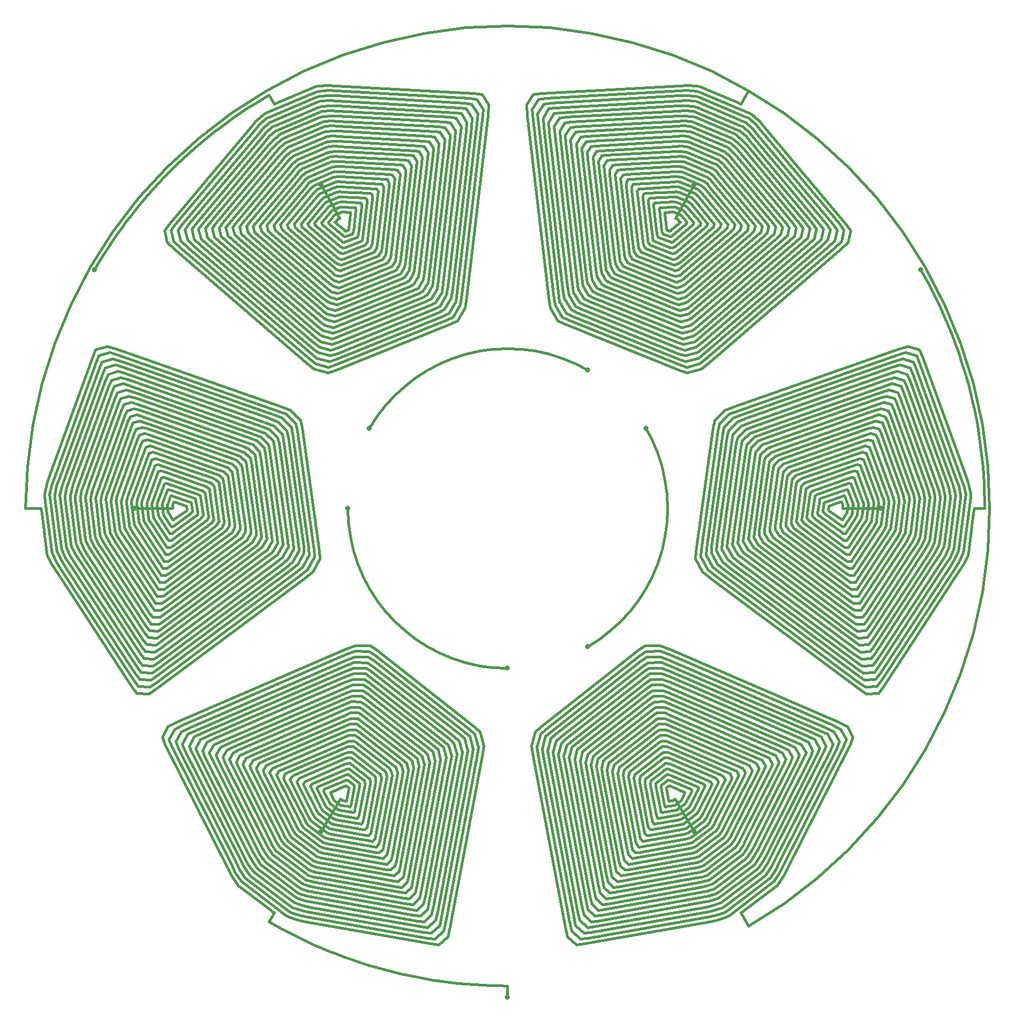
<source format=gbr>
%TF.GenerationSoftware,KiCad,Pcbnew,7.0.7*%
%TF.CreationDate,2023-10-11T13:50:28+05:30*%
%TF.ProjectId,Six-Wedge-Wide-65,5369782d-5765-4646-9765-2d576964652d,rev?*%
%TF.SameCoordinates,Original*%
%TF.FileFunction,Copper,L1,Top*%
%TF.FilePolarity,Positive*%
%FSLAX46Y46*%
G04 Gerber Fmt 4.6, Leading zero omitted, Abs format (unit mm)*
G04 Created by KiCad (PCBNEW 7.0.7) date 2023-10-11 13:50:28*
%MOMM*%
%LPD*%
G01*
G04 APERTURE LIST*
%TA.AperFunction,ViaPad*%
%ADD10C,0.800000*%
%TD*%
%TA.AperFunction,Conductor*%
%ADD11C,0.400000*%
%TD*%
G04 APERTURE END LIST*
D10*
%TO.N,coils*%
X150000000Y-177200000D03*
X84701684Y-62299999D03*
X215298315Y-62300000D03*
X162625000Y-121867141D03*
X162625000Y-78132858D03*
X124750000Y-100000000D03*
X171867141Y-87374999D03*
X128132858Y-87375000D03*
X150000000Y-125250000D03*
X179499999Y-151095498D03*
X179500000Y-48904501D03*
X91000000Y-100000000D03*
X120499999Y-48904501D03*
X120500000Y-151095498D03*
X209000000Y-100000000D03*
%TD*%
D11*
%TO.N,coils*%
X112300000Y-165298315D02*
X113125000Y-163869373D01*
X113445354Y-165946325D02*
X112300000Y-165298315D01*
X114601844Y-166574248D02*
X113445354Y-165946325D01*
X115769116Y-167181891D02*
X114601844Y-166574248D01*
X116946815Y-167769071D02*
X115769116Y-167181891D01*
X118134583Y-168335607D02*
X116946815Y-167769071D01*
X119332057Y-168881327D02*
X118134583Y-168335607D01*
X120538872Y-169406065D02*
X119332057Y-168881327D01*
X121754662Y-169909662D02*
X120538872Y-169406065D01*
X122979056Y-170391964D02*
X121754662Y-169909662D01*
X124211681Y-170852823D02*
X122979056Y-170391964D01*
X125452161Y-171292100D02*
X124211681Y-170852823D01*
X126700118Y-171709661D02*
X125452161Y-171292100D01*
X127955173Y-172105378D02*
X126700118Y-171709661D01*
X129216943Y-172479131D02*
X127955173Y-172105378D01*
X130485043Y-172830807D02*
X129216943Y-172479131D01*
X131759089Y-173160297D02*
X130485043Y-172830807D01*
X133038690Y-173467502D02*
X131759089Y-173160297D01*
X134323458Y-173752329D02*
X133038690Y-173467502D01*
X135613001Y-174014689D02*
X134323458Y-173752329D01*
X136906927Y-174254504D02*
X135613001Y-174014689D01*
X138204841Y-174471700D02*
X136906927Y-174254504D01*
X139506348Y-174666212D02*
X138204841Y-174471700D01*
X140811051Y-174837979D02*
X139506348Y-174666212D01*
X142118553Y-174986950D02*
X140811051Y-174837979D01*
X143428456Y-175113080D02*
X142118553Y-174986950D01*
X144740361Y-175216329D02*
X143428456Y-175113080D01*
X146053868Y-175296666D02*
X144740361Y-175216329D01*
X147368577Y-175354068D02*
X146053868Y-175296666D01*
X148684088Y-175388516D02*
X147368577Y-175354068D01*
X150000000Y-175400000D02*
X148684088Y-175388516D01*
X150000000Y-177200000D02*
X150000000Y-175400000D01*
X112299999Y-34701684D02*
X113124999Y-36130626D01*
X111166129Y-35369585D02*
X112299999Y-34701684D01*
X110044087Y-36057173D02*
X111166129Y-35369585D01*
X108934216Y-36764239D02*
X110044087Y-36057173D01*
X107836855Y-37490567D02*
X108934216Y-36764239D01*
X106752336Y-38235935D02*
X107836855Y-37490567D01*
X105680991Y-39000118D02*
X106752336Y-38235935D01*
X104623147Y-39782882D02*
X105680991Y-39000118D01*
X103579124Y-40583989D02*
X104623147Y-39782882D01*
X102549242Y-41403194D02*
X103579124Y-40583989D01*
X101533814Y-42240248D02*
X102549242Y-41403194D01*
X100533149Y-43094897D02*
X101533814Y-42240248D01*
X99547552Y-43966880D02*
X100533149Y-43094897D01*
X98577323Y-44855930D02*
X99547552Y-43966880D01*
X97622758Y-45761779D02*
X98577323Y-44855930D01*
X96684148Y-46684148D02*
X97622758Y-45761779D01*
X95761779Y-47622758D02*
X96684148Y-46684148D01*
X94855930Y-48577323D02*
X95761779Y-47622758D01*
X93966880Y-49547552D02*
X94855930Y-48577323D01*
X93094897Y-50533149D02*
X93966880Y-49547552D01*
X92240248Y-51533814D02*
X93094897Y-50533149D01*
X91403194Y-52549242D02*
X92240248Y-51533814D01*
X90583989Y-53579124D02*
X91403194Y-52549242D01*
X89782882Y-54623147D02*
X90583989Y-53579124D01*
X89000118Y-55680991D02*
X89782882Y-54623147D01*
X88235935Y-56752336D02*
X89000118Y-55680991D01*
X87490567Y-57836855D02*
X88235935Y-56752336D01*
X86764239Y-58934216D02*
X87490567Y-57836855D01*
X86057173Y-60044087D02*
X86764239Y-58934216D01*
X85369585Y-61166129D02*
X86057173Y-60044087D01*
X84701684Y-62299999D02*
X85369585Y-61166129D01*
X225400000Y-100000000D02*
X223750000Y-100000000D01*
X225388516Y-98684088D02*
X225400000Y-100000000D01*
X225354068Y-97368577D02*
X225388516Y-98684088D01*
X225296666Y-96053868D02*
X225354068Y-97368577D01*
X225216329Y-94740361D02*
X225296666Y-96053868D01*
X225113080Y-93428456D02*
X225216329Y-94740361D01*
X224986950Y-92118553D02*
X225113080Y-93428456D01*
X224837979Y-90811051D02*
X224986950Y-92118553D01*
X224666212Y-89506348D02*
X224837979Y-90811051D01*
X224471700Y-88204841D02*
X224666212Y-89506348D01*
X224254504Y-86906927D02*
X224471700Y-88204841D01*
X224014689Y-85613001D02*
X224254504Y-86906927D01*
X223752329Y-84323458D02*
X224014689Y-85613001D01*
X223467502Y-83038690D02*
X223752329Y-84323458D01*
X223160297Y-81759089D02*
X223467502Y-83038690D01*
X222830807Y-80485043D02*
X223160297Y-81759089D01*
X222479131Y-79216943D02*
X222830807Y-80485043D01*
X222105378Y-77955173D02*
X222479131Y-79216943D01*
X221709661Y-76700118D02*
X222105378Y-77955173D01*
X221292100Y-75452161D02*
X221709661Y-76700118D01*
X220852823Y-74211681D02*
X221292100Y-75452161D01*
X220391964Y-72979056D02*
X220852823Y-74211681D01*
X219909662Y-71754662D02*
X220391964Y-72979056D01*
X219406065Y-70538872D02*
X219909662Y-71754662D01*
X218881327Y-69332057D02*
X219406065Y-70538872D01*
X218335607Y-68134583D02*
X218881327Y-69332057D01*
X217769071Y-66946815D02*
X218335607Y-68134583D01*
X217181891Y-65769116D02*
X217769071Y-66946815D01*
X216574248Y-64601844D02*
X217181891Y-65769116D01*
X215946325Y-63445354D02*
X216574248Y-64601844D01*
X215298315Y-62300000D02*
X215946325Y-63445354D01*
X164482805Y-120683589D02*
X162625000Y-121867141D01*
X166230387Y-119342622D02*
X164482805Y-120683589D01*
X167854446Y-117854446D02*
X166230387Y-119342622D01*
X169342622Y-116230387D02*
X167854446Y-117854446D01*
X170683589Y-114482805D02*
X169342622Y-116230387D01*
X171867141Y-112625000D02*
X170683589Y-114482805D01*
X172884271Y-110671111D02*
X171867141Y-112625000D01*
X173727238Y-108636008D02*
X172884271Y-110671111D01*
X174389627Y-106535180D02*
X173727238Y-108636008D01*
X174866395Y-104384616D02*
X174389627Y-106535180D01*
X175153916Y-102200682D02*
X174866395Y-104384616D01*
X175250000Y-100000000D02*
X175153916Y-102200682D01*
X175153916Y-97799317D02*
X175250000Y-100000000D01*
X174866395Y-95615383D02*
X175153916Y-97799317D01*
X174389627Y-93464819D02*
X174866395Y-95615383D01*
X173727238Y-91363991D02*
X174389627Y-93464819D01*
X172884271Y-89328888D02*
X173727238Y-91363991D01*
X171867141Y-87374999D02*
X172884271Y-89328888D01*
X160671111Y-77115728D02*
X162625000Y-78132858D01*
X158636008Y-76272761D02*
X160671111Y-77115728D01*
X156535180Y-75610372D02*
X158636008Y-76272761D01*
X154384616Y-75133604D02*
X156535180Y-75610372D01*
X152200682Y-74846083D02*
X154384616Y-75133604D01*
X150000000Y-74750000D02*
X152200682Y-74846083D01*
X147799317Y-74846083D02*
X150000000Y-74750000D01*
X145615383Y-75133604D02*
X147799317Y-74846083D01*
X143464819Y-75610372D02*
X145615383Y-75133604D01*
X141363991Y-76272761D02*
X143464819Y-75610372D01*
X139328888Y-77115728D02*
X141363991Y-76272761D01*
X137375000Y-78132858D02*
X139328888Y-77115728D01*
X135517194Y-79316410D02*
X137375000Y-78132858D01*
X133769612Y-80657377D02*
X135517194Y-79316410D01*
X132145553Y-82145553D02*
X133769612Y-80657377D01*
X130657377Y-83769612D02*
X132145553Y-82145553D01*
X129316410Y-85517194D02*
X130657377Y-83769612D01*
X128132858Y-87375000D02*
X129316410Y-85517194D01*
X124846083Y-102200682D02*
X124750000Y-100000000D01*
X125133604Y-104384616D02*
X124846083Y-102200682D01*
X125610372Y-106535180D02*
X125133604Y-104384616D01*
X126272761Y-108636008D02*
X125610372Y-106535180D01*
X127115728Y-110671111D02*
X126272761Y-108636008D01*
X128132858Y-112625000D02*
X127115728Y-110671111D01*
X129316410Y-114482805D02*
X128132858Y-112625000D01*
X130657377Y-116230387D02*
X129316410Y-114482805D01*
X132145553Y-117854446D02*
X130657377Y-116230387D01*
X133769612Y-119342622D02*
X132145553Y-117854446D01*
X135517194Y-120683589D02*
X133769612Y-119342622D01*
X137375000Y-121867141D02*
X135517194Y-120683589D01*
X139328888Y-122884271D02*
X137375000Y-121867141D01*
X141363991Y-123727238D02*
X139328888Y-122884271D01*
X143464819Y-124389627D02*
X141363991Y-123727238D01*
X145615383Y-124866395D02*
X143464819Y-124389627D01*
X147799317Y-125153916D02*
X145615383Y-124866395D01*
X150000000Y-125250000D02*
X147799317Y-125153916D01*
X193706524Y-162419385D02*
X188099999Y-165991135D01*
X198980415Y-158372586D02*
X193706524Y-162419385D01*
X203881536Y-153881536D02*
X198980415Y-158372586D01*
X208372586Y-148980415D02*
X203881536Y-153881536D01*
X212419385Y-143706524D02*
X208372586Y-148980415D01*
X215991135Y-138100000D02*
X212419385Y-143706524D01*
X219060653Y-132203511D02*
X215991135Y-138100000D01*
X221604577Y-126061934D02*
X219060653Y-132203511D01*
X223603547Y-119722011D02*
X221604577Y-126061934D01*
X225042350Y-113231991D02*
X223603547Y-119722011D01*
X225910035Y-106641267D02*
X225042350Y-113231991D01*
X226200000Y-99999999D02*
X225910035Y-106641267D01*
X225910035Y-93358732D02*
X226200000Y-99999999D01*
X225042350Y-86768008D02*
X225910035Y-93358732D01*
X223603547Y-80277988D02*
X225042350Y-86768008D01*
X221604577Y-73938065D02*
X223603547Y-80277988D01*
X219060653Y-67796488D02*
X221604577Y-73938065D01*
X215991135Y-61899999D02*
X219060653Y-67796488D01*
X212419385Y-56293475D02*
X215991135Y-61899999D01*
X208372586Y-51019584D02*
X212419385Y-56293475D01*
X203881536Y-46118463D02*
X208372586Y-51019584D01*
X198980415Y-41627413D02*
X203881536Y-46118463D01*
X193706524Y-37580614D02*
X198980415Y-41627413D01*
X188100000Y-34008864D02*
X193706524Y-37580614D01*
X182203511Y-30939346D02*
X188100000Y-34008864D01*
X176061934Y-28395422D02*
X182203511Y-30939346D01*
X169722011Y-26396452D02*
X176061934Y-28395422D01*
X163231991Y-24957649D02*
X169722011Y-26396452D01*
X156641267Y-24089964D02*
X163231991Y-24957649D01*
X150000000Y-23799999D02*
X156641267Y-24089964D01*
X143358732Y-24089964D02*
X150000000Y-23799999D01*
X136768008Y-24957649D02*
X143358732Y-24089964D01*
X130277988Y-26396452D02*
X136768008Y-24957649D01*
X123938065Y-28395422D02*
X130277988Y-26396452D01*
X117796488Y-30939346D02*
X123938065Y-28395422D01*
X111899999Y-34008864D02*
X117796488Y-30939346D01*
X106293475Y-37580614D02*
X111899999Y-34008864D01*
X101019584Y-41627413D02*
X106293475Y-37580614D01*
X96118463Y-46118463D02*
X101019584Y-41627413D01*
X91627413Y-51019584D02*
X96118463Y-46118463D01*
X87580614Y-56293475D02*
X91627413Y-51019584D01*
X84008864Y-61899999D02*
X87580614Y-56293475D01*
X80939346Y-67796488D02*
X84008864Y-61899999D01*
X78395422Y-73938065D02*
X80939346Y-67796488D01*
X76396452Y-80277988D02*
X78395422Y-73938065D01*
X74957649Y-86768008D02*
X76396452Y-80277988D01*
X74089964Y-93358732D02*
X74957649Y-86768008D01*
X73800000Y-100000000D02*
X74089964Y-93358732D01*
X186874999Y-163869373D02*
X188099999Y-165991135D01*
X186890568Y-163857544D02*
X186874999Y-163869373D01*
X187170793Y-163644613D02*
X186890568Y-163857544D01*
X187466587Y-163419852D02*
X187170793Y-163644613D01*
X192510652Y-159587095D02*
X187466587Y-163419852D01*
X192836850Y-159302127D02*
X192510652Y-159587095D01*
X193664352Y-158005459D02*
X192836850Y-159302127D01*
X194257602Y-156849685D02*
X193664352Y-158005459D01*
X204108586Y-137342415D02*
X194257602Y-156849685D01*
X204604491Y-136163209D02*
X204108586Y-137342415D01*
X203679786Y-134444780D02*
X204604491Y-136163209D01*
X202156431Y-133714620D02*
X203679786Y-134444780D01*
X175660750Y-122290168D02*
X202156431Y-133714620D01*
X174059134Y-121657665D02*
X175660750Y-122290168D01*
X171725724Y-121697063D02*
X174059134Y-121657665D01*
X170734662Y-122373342D02*
X171725724Y-121697063D01*
X155228961Y-134506954D02*
X170734662Y-122373342D01*
X154335418Y-135301674D02*
X155228961Y-134506954D01*
X153757339Y-137473022D02*
X154335418Y-135301674D01*
X154008573Y-139090910D02*
X153757339Y-137473022D01*
X159108859Y-166041563D02*
X154008573Y-139090910D01*
X159469420Y-167611079D02*
X159108859Y-166041563D01*
X160859227Y-168911714D02*
X159469420Y-167611079D01*
X162042897Y-168787348D02*
X160859227Y-168911714D01*
X181959142Y-165248131D02*
X162042897Y-168787348D01*
X183147519Y-165025046D02*
X181959142Y-165248131D01*
X184622056Y-164548736D02*
X183147519Y-165025046D01*
X185072053Y-164242588D02*
X184622056Y-164548736D01*
X191697468Y-159208235D02*
X185072053Y-164242588D01*
X192115248Y-158855082D02*
X191697468Y-159208235D01*
X193009884Y-157532689D02*
X192115248Y-158855082D01*
X193586143Y-156416515D02*
X193009884Y-157532689D01*
X203064171Y-137647787D02*
X193586143Y-156416515D01*
X203541223Y-136513193D02*
X203064171Y-137647787D01*
X202650128Y-134859220D02*
X203541223Y-136513193D01*
X201182970Y-134156067D02*
X202650128Y-134859220D01*
X175665231Y-123153285D02*
X201182970Y-134156067D01*
X174122832Y-122544047D02*
X175665231Y-123153285D01*
X171877396Y-122580543D02*
X174122832Y-122544047D01*
X170924866Y-123230333D02*
X171877396Y-122580543D01*
X156024757Y-134890053D02*
X170924866Y-123230333D01*
X155166137Y-135653867D02*
X156024757Y-134890053D01*
X154611085Y-137742785D02*
X155166137Y-135653867D01*
X154852981Y-139299993D02*
X154611085Y-137742785D01*
X159762160Y-165240808D02*
X154852981Y-139299993D01*
X160109122Y-166751530D02*
X159762160Y-165240808D01*
X161445260Y-168003714D02*
X160109122Y-166751530D01*
X162582896Y-167884307D02*
X161445260Y-168003714D01*
X181724201Y-164482800D02*
X162582896Y-167884307D01*
X182866379Y-164268365D02*
X181724201Y-164482800D01*
X184284278Y-163810028D02*
X182866379Y-164268365D01*
X184717544Y-163515202D02*
X184284278Y-163810028D01*
X191098430Y-158666654D02*
X184717544Y-163515202D01*
X191500720Y-158326677D02*
X191098430Y-158666654D01*
X192361051Y-157055636D02*
X191500720Y-158326677D01*
X192914684Y-155983346D02*
X192361051Y-157055636D01*
X202019756Y-137953159D02*
X192914684Y-155983346D01*
X202477955Y-136863176D02*
X202019756Y-137953159D01*
X201620470Y-135273659D02*
X202477955Y-136863176D01*
X200209510Y-134597513D02*
X201620470Y-135273659D01*
X175669711Y-124016401D02*
X200209510Y-134597513D01*
X174186530Y-123430428D02*
X175669711Y-124016401D01*
X172029068Y-123464023D02*
X174186530Y-123430428D01*
X171115069Y-124087325D02*
X172029068Y-123464023D01*
X156820553Y-135273153D02*
X171115069Y-124087325D01*
X155996856Y-136006060D02*
X156820553Y-135273153D01*
X155464831Y-138012549D02*
X155996856Y-136006060D01*
X155697389Y-139509075D02*
X155464831Y-138012549D01*
X160415462Y-164440053D02*
X155697389Y-139509075D01*
X160748825Y-165891981D02*
X160415462Y-164440053D01*
X162031294Y-167095714D02*
X160748825Y-165891981D01*
X163122896Y-166981266D02*
X162031294Y-167095714D01*
X181489259Y-163717470D02*
X163122896Y-166981266D01*
X182585238Y-163511684D02*
X181489259Y-163717470D01*
X183946501Y-163071320D02*
X182585238Y-163511684D01*
X184363035Y-162787815D02*
X183946501Y-163071320D01*
X190499392Y-158125074D02*
X184363035Y-162787815D01*
X190886191Y-157798272D02*
X190499392Y-158125074D01*
X191712217Y-156578584D02*
X190886191Y-157798272D01*
X192243225Y-155550177D02*
X191712217Y-156578584D01*
X200975341Y-138258531D02*
X192243225Y-155550177D01*
X201414687Y-137213159D02*
X200975341Y-138258531D01*
X200590813Y-135688098D02*
X201414687Y-137213159D01*
X199236050Y-135038959D02*
X200590813Y-135688098D01*
X175674191Y-124879518D02*
X199236050Y-135038959D01*
X174250228Y-124316809D02*
X175674191Y-124879518D01*
X172180740Y-124347504D02*
X174250228Y-124316809D01*
X171305272Y-124944316D02*
X172180740Y-124347504D01*
X157616348Y-135656253D02*
X171305272Y-124944316D01*
X156827575Y-136358253D02*
X157616348Y-135656253D01*
X156318577Y-138282313D02*
X156827575Y-136358253D01*
X156541798Y-139718157D02*
X156318577Y-138282313D01*
X161068763Y-163639298D02*
X156541798Y-139718157D01*
X161388528Y-165032433D02*
X161068763Y-163639298D01*
X162617327Y-166187714D02*
X161388528Y-165032433D01*
X163662895Y-166078225D02*
X162617327Y-166187714D01*
X181254318Y-162952140D02*
X163662895Y-166078225D01*
X182304098Y-162755002D02*
X181254318Y-162952140D01*
X183608723Y-162332612D02*
X182304098Y-162755002D01*
X184008526Y-162060428D02*
X183608723Y-162332612D01*
X189900354Y-157583493D02*
X184008526Y-162060428D01*
X190271663Y-157269867D02*
X189900354Y-157583493D01*
X191063384Y-156101532D02*
X190271663Y-157269867D01*
X191571766Y-155117007D02*
X191063384Y-156101532D01*
X199930926Y-138563903D02*
X191571766Y-155117007D01*
X200351420Y-137563142D02*
X199930926Y-138563903D01*
X199561155Y-136102538D02*
X200351420Y-137563142D01*
X198262590Y-135480406D02*
X199561155Y-136102538D01*
X175678672Y-125742634D02*
X198262590Y-135480406D01*
X174313926Y-125203191D02*
X175678672Y-125742634D01*
X172332412Y-125230984D02*
X174313926Y-125203191D01*
X171495476Y-125801308D02*
X172332412Y-125230984D01*
X158412144Y-136039353D02*
X171495476Y-125801308D01*
X157658294Y-136710446D02*
X158412144Y-136039353D01*
X157172323Y-138552077D02*
X157658294Y-136710446D01*
X157386206Y-139927240D02*
X157172323Y-138552077D01*
X161722064Y-162838543D02*
X157386206Y-139927240D01*
X162028230Y-164172884D02*
X161722064Y-162838543D01*
X163203360Y-165279714D02*
X162028230Y-164172884D01*
X164202894Y-165175183D02*
X163203360Y-165279714D01*
X181019376Y-162186810D02*
X164202894Y-165175183D01*
X182022958Y-161998321D02*
X181019376Y-162186810D01*
X183270946Y-161593905D02*
X182022958Y-161998321D01*
X183654017Y-161333041D02*
X183270946Y-161593905D01*
X189301316Y-157041913D02*
X183654017Y-161333041D01*
X189657134Y-156741462D02*
X189301316Y-157041913D01*
X190414551Y-155624479D02*
X189657134Y-156741462D01*
X190900307Y-154683838D02*
X190414551Y-155624479D01*
X198886510Y-138869275D02*
X190900307Y-154683838D01*
X199288152Y-137913125D02*
X198886510Y-138869275D01*
X198531498Y-136516977D02*
X199288152Y-137913125D01*
X197289129Y-135921852D02*
X198531498Y-136516977D01*
X175683152Y-126605750D02*
X197289129Y-135921852D01*
X174377623Y-126089572D02*
X175683152Y-126605750D01*
X172484084Y-126114464D02*
X174377623Y-126089572D01*
X171685679Y-126658300D02*
X172484084Y-126114464D01*
X159207940Y-136422453D02*
X171685679Y-126658300D01*
X158489013Y-137062639D02*
X159207940Y-136422453D01*
X158026070Y-138821840D02*
X158489013Y-137062639D01*
X158230614Y-140136322D02*
X158026070Y-138821840D01*
X162375366Y-162037789D02*
X158230614Y-140136322D01*
X162667933Y-163313336D02*
X162375366Y-162037789D01*
X163789394Y-164371714D02*
X162667933Y-163313336D01*
X164742894Y-164272142D02*
X163789394Y-164371714D01*
X180784435Y-161421479D02*
X164742894Y-164272142D01*
X181741817Y-161241640D02*
X180784435Y-161421479D01*
X182933168Y-160855197D02*
X181741817Y-161241640D01*
X183299508Y-160605654D02*
X182933168Y-160855197D01*
X188702279Y-156500332D02*
X183299508Y-160605654D01*
X189042605Y-156213057D02*
X188702279Y-156500332D01*
X189765718Y-155147427D02*
X189042605Y-156213057D01*
X190228849Y-154250669D02*
X189765718Y-155147427D01*
X197842095Y-139174648D02*
X190228849Y-154250669D01*
X198224884Y-138263108D02*
X197842095Y-139174648D01*
X197501840Y-136931416D02*
X198224884Y-138263108D01*
X196315669Y-136363298D02*
X197501840Y-136931416D01*
X175687632Y-127468867D02*
X196315669Y-136363298D01*
X174441321Y-126975953D02*
X175687632Y-127468867D01*
X172635756Y-126997944D02*
X174441321Y-126975953D01*
X171875883Y-127515291D02*
X172635756Y-126997944D01*
X160003736Y-136805553D02*
X171875883Y-127515291D01*
X159319732Y-137414832D02*
X160003736Y-136805553D01*
X158879816Y-139091604D02*
X159319732Y-137414832D01*
X159075023Y-140345404D02*
X158879816Y-139091604D01*
X163028667Y-161237034D02*
X159075023Y-140345404D01*
X163307636Y-162453787D02*
X163028667Y-161237034D01*
X164375427Y-163463713D02*
X163307636Y-162453787D01*
X165282893Y-163369101D02*
X164375427Y-163463713D01*
X180549493Y-160656149D02*
X165282893Y-163369101D01*
X181460677Y-160484959D02*
X180549493Y-160656149D01*
X182595390Y-160116489D02*
X181460677Y-160484959D01*
X182944999Y-159878267D02*
X182595390Y-160116489D01*
X188103241Y-155958752D02*
X182944999Y-159878267D01*
X188428077Y-155684652D02*
X188103241Y-155958752D01*
X189116884Y-154670375D02*
X188428077Y-155684652D01*
X189557390Y-153817499D02*
X189116884Y-154670375D01*
X196797680Y-139480020D02*
X189557390Y-153817499D01*
X197161616Y-138613091D02*
X196797680Y-139480020D01*
X196472183Y-137345855D02*
X197161616Y-138613091D01*
X195342209Y-136804744D02*
X196472183Y-137345855D01*
X175692113Y-128331983D02*
X195342209Y-136804744D01*
X174505019Y-127862335D02*
X175692113Y-128331983D01*
X172787427Y-127881424D02*
X174505019Y-127862335D01*
X172066086Y-128372283D02*
X172787427Y-127881424D01*
X160799532Y-137188653D02*
X172066086Y-128372283D01*
X160150452Y-137767025D02*
X160799532Y-137188653D01*
X159733562Y-139361368D02*
X160150452Y-137767025D01*
X159919431Y-140554486D02*
X159733562Y-139361368D01*
X163681968Y-160436279D02*
X159919431Y-140554486D01*
X163947338Y-161594238D02*
X163681968Y-160436279D01*
X164961460Y-162555713D02*
X163947338Y-161594238D01*
X165822893Y-162466060D02*
X164961460Y-162555713D01*
X180314551Y-159890819D02*
X165822893Y-162466060D01*
X181179537Y-159728278D02*
X180314551Y-159890819D01*
X182257613Y-159377781D02*
X181179537Y-159728278D01*
X182590490Y-159150880D02*
X182257613Y-159377781D01*
X187504203Y-155417171D02*
X182590490Y-159150880D01*
X187813548Y-155156247D02*
X187504203Y-155417171D01*
X188468051Y-154193322D02*
X187813548Y-155156247D01*
X188885931Y-153384330D02*
X188468051Y-154193322D01*
X195753265Y-139785392D02*
X188885931Y-153384330D01*
X196098349Y-138963074D02*
X195753265Y-139785392D01*
X195442525Y-137760295D02*
X196098349Y-138963074D01*
X194368749Y-137246191D02*
X195442525Y-137760295D01*
X175696593Y-129195099D02*
X194368749Y-137246191D01*
X174568717Y-128748716D02*
X175696593Y-129195099D01*
X172939099Y-128764904D02*
X174568717Y-128748716D01*
X172256289Y-129229274D02*
X172939099Y-128764904D01*
X161595328Y-137571752D02*
X172256289Y-129229274D01*
X160981171Y-138119219D02*
X161595328Y-137571752D01*
X160587308Y-139631132D02*
X160981171Y-138119219D01*
X160763839Y-140763569D02*
X160587308Y-139631132D01*
X164335270Y-159635524D02*
X160763839Y-140763569D01*
X164587041Y-160734690D02*
X164335270Y-159635524D01*
X165547494Y-161647713D02*
X164587041Y-160734690D01*
X166362892Y-161563019D02*
X165547494Y-161647713D01*
X180079610Y-159125489D02*
X166362892Y-161563019D01*
X180898396Y-158971597D02*
X180079610Y-159125489D01*
X181919835Y-158639073D02*
X180898396Y-158971597D01*
X182235981Y-158423493D02*
X181919835Y-158639073D01*
X186905165Y-154875591D02*
X182235981Y-158423493D01*
X187199020Y-154627842D02*
X186905165Y-154875591D01*
X187819218Y-153716270D02*
X187199020Y-154627842D01*
X188214472Y-152951161D02*
X187819218Y-153716270D01*
X194708849Y-140090764D02*
X188214472Y-152951161D01*
X195035081Y-139313057D02*
X194708849Y-140090764D01*
X194412868Y-138174734D02*
X195035081Y-139313057D01*
X193395288Y-137687637D02*
X194412868Y-138174734D01*
X175701074Y-130058216D02*
X193395288Y-137687637D01*
X174632415Y-129635097D02*
X175701074Y-130058216D01*
X173090771Y-129648384D02*
X174632415Y-129635097D01*
X172446493Y-130086266D02*
X173090771Y-129648384D01*
X162391123Y-137954852D02*
X172446493Y-130086266D01*
X161811890Y-138471412D02*
X162391123Y-137954852D01*
X161441054Y-139900895D02*
X161811890Y-138471412D01*
X161608248Y-140972651D02*
X161441054Y-139900895D01*
X164988571Y-158834769D02*
X161608248Y-140972651D01*
X165226744Y-159875141D02*
X164988571Y-158834769D01*
X166133527Y-160739713D02*
X165226744Y-159875141D01*
X166902891Y-160659977D02*
X166133527Y-160739713D01*
X179844668Y-158360158D02*
X166902891Y-160659977D01*
X180617256Y-158214916D02*
X179844668Y-158360158D01*
X181582058Y-157900365D02*
X180617256Y-158214916D01*
X181881472Y-157696107D02*
X181582058Y-157900365D01*
X186306128Y-154334010D02*
X181881472Y-157696107D01*
X186584491Y-154099437D02*
X186306128Y-154334010D01*
X187170385Y-153239218D02*
X186584491Y-154099437D01*
X187543013Y-152517991D02*
X187170385Y-153239218D01*
X193664434Y-140396136D02*
X187543013Y-152517991D01*
X193971813Y-139663040D02*
X193664434Y-140396136D01*
X193383210Y-138589173D02*
X193971813Y-139663040D01*
X192421828Y-138129083D02*
X193383210Y-138589173D01*
X175705554Y-130921332D02*
X192421828Y-138129083D01*
X174696113Y-130521479D02*
X175705554Y-130921332D01*
X173242443Y-130531864D02*
X174696113Y-130521479D01*
X172636696Y-130943258D02*
X173242443Y-130531864D01*
X163186919Y-138337952D02*
X172636696Y-130943258D01*
X162642609Y-138823605D02*
X163186919Y-138337952D01*
X162294800Y-140170659D02*
X162642609Y-138823605D01*
X162452656Y-141181733D02*
X162294800Y-140170659D01*
X165641872Y-158034015D02*
X162452656Y-141181733D01*
X165866446Y-159015593D02*
X165641872Y-158034015D01*
X166719560Y-159831713D02*
X165866446Y-159015593D01*
X167442891Y-159756936D02*
X166719560Y-159831713D01*
X179609727Y-157594828D02*
X167442891Y-159756936D01*
X180336116Y-157458234D02*
X179609727Y-157594828D01*
X181244280Y-157161657D02*
X180336116Y-157458234D01*
X181526963Y-156968720D02*
X181244280Y-157161657D01*
X185707090Y-153792430D02*
X181526963Y-156968720D01*
X185969963Y-153571032D02*
X185707090Y-153792430D01*
X186521551Y-152762165D02*
X185969963Y-153571032D01*
X186871554Y-152084822D02*
X186521551Y-152762165D01*
X192620019Y-140701508D02*
X186871554Y-152084822D01*
X192908545Y-140013023D02*
X192620019Y-140701508D01*
X192353552Y-139003612D02*
X192908545Y-140013023D01*
X191448368Y-138570530D02*
X192353552Y-139003612D01*
X175710034Y-131784449D02*
X191448368Y-138570530D01*
X174759810Y-131407860D02*
X175710034Y-131784449D01*
X173394115Y-131415344D02*
X174759810Y-131407860D01*
X172826899Y-131800249D02*
X173394115Y-131415344D01*
X163982715Y-138721052D02*
X172826899Y-131800249D01*
X163473328Y-139175798D02*
X163982715Y-138721052D01*
X163148546Y-140440423D02*
X163473328Y-139175798D01*
X163297064Y-141390816D02*
X163148546Y-140440423D01*
X166295174Y-157233260D02*
X163297064Y-141390816D01*
X166506149Y-158156044D02*
X166295174Y-157233260D01*
X167305594Y-158923713D02*
X166506149Y-158156044D01*
X167982890Y-158853895D02*
X167305594Y-158923713D01*
X179374785Y-156829498D02*
X167982890Y-158853895D01*
X180054975Y-156701553D02*
X179374785Y-156829498D01*
X180906503Y-156422949D02*
X180054975Y-156701553D01*
X181172454Y-156241333D02*
X180906503Y-156422949D01*
X185108052Y-153250849D02*
X181172454Y-156241333D01*
X185355434Y-153042627D02*
X185108052Y-153250849D01*
X185872718Y-152285113D02*
X185355434Y-153042627D01*
X186200095Y-151651653D02*
X185872718Y-152285113D01*
X191575604Y-141006880D02*
X186200095Y-151651653D01*
X191845277Y-140363006D02*
X191575604Y-141006880D01*
X191323895Y-139418052D02*
X191845277Y-140363006D01*
X190474907Y-139011976D02*
X191323895Y-139418052D01*
X175714515Y-132647565D02*
X190474907Y-139011976D01*
X174823508Y-132294241D02*
X175714515Y-132647565D01*
X173545787Y-132298825D02*
X174823508Y-132294241D01*
X173017103Y-132657241D02*
X173545787Y-132298825D01*
X164778511Y-139104152D02*
X173017103Y-132657241D01*
X164304047Y-139527991D02*
X164778511Y-139104152D01*
X164002292Y-140710187D02*
X164304047Y-139527991D01*
X164141473Y-141599898D02*
X164002292Y-140710187D01*
X166948475Y-156432505D02*
X164141473Y-141599898D01*
X167145852Y-157296495D02*
X166948475Y-156432505D01*
X167891627Y-158015713D02*
X167145852Y-157296495D01*
X168522890Y-157950854D02*
X167891627Y-158015713D01*
X179139844Y-156064168D02*
X168522890Y-157950854D01*
X179773835Y-155944872D02*
X179139844Y-156064168D01*
X180568725Y-155684241D02*
X179773835Y-155944872D01*
X180817945Y-155513946D02*
X180568725Y-155684241D01*
X184509014Y-152709269D02*
X180817945Y-155513946D01*
X184740906Y-152514222D02*
X184509014Y-152709269D01*
X185223885Y-151808061D02*
X184740906Y-152514222D01*
X185528637Y-151218483D02*
X185223885Y-151808061D01*
X190531188Y-141312252D02*
X185528637Y-151218483D01*
X190782010Y-140712989D02*
X190531188Y-141312252D01*
X190294237Y-139832491D02*
X190782010Y-140712989D01*
X189501447Y-139453422D02*
X190294237Y-139832491D01*
X175718995Y-133510681D02*
X189501447Y-139453422D01*
X174887206Y-133180622D02*
X175718995Y-133510681D01*
X173697459Y-133182305D02*
X174887206Y-133180622D01*
X173207306Y-133514232D02*
X173697459Y-133182305D01*
X165574307Y-139487252D02*
X173207306Y-133514232D01*
X165134766Y-139880184D02*
X165574307Y-139487252D01*
X164856038Y-140979950D02*
X165134766Y-139880184D01*
X164985881Y-141808980D02*
X164856038Y-140979950D01*
X167601776Y-155631750D02*
X164985881Y-141808980D01*
X167785554Y-156436947D02*
X167601776Y-155631750D01*
X168477660Y-157107713D02*
X167785554Y-156436947D01*
X169062889Y-157047813D02*
X168477660Y-157107713D01*
X178904902Y-155298837D02*
X169062889Y-157047813D01*
X179492695Y-155188191D02*
X178904902Y-155298837D01*
X180230947Y-154945533D02*
X179492695Y-155188191D01*
X180463436Y-154786559D02*
X180230947Y-154945533D01*
X183909977Y-152167688D02*
X180463436Y-154786559D01*
X184126377Y-151985817D02*
X183909977Y-152167688D01*
X184575052Y-151331008D02*
X184126377Y-151985817D01*
X184857178Y-150785314D02*
X184575052Y-151331008D01*
X189486773Y-141617624D02*
X184857178Y-150785314D01*
X189718742Y-141062973D02*
X189486773Y-141617624D01*
X189264580Y-140246930D02*
X189718742Y-141062973D01*
X188527987Y-139894868D02*
X189264580Y-140246930D01*
X175723475Y-134373798D02*
X188527987Y-139894868D01*
X174950904Y-134067004D02*
X175723475Y-134373798D01*
X173849131Y-134065785D02*
X174950904Y-134067004D01*
X173397510Y-134371224D02*
X173849131Y-134065785D01*
X166370103Y-139870352D02*
X173397510Y-134371224D01*
X165965485Y-140232377D02*
X166370103Y-139870352D01*
X165709784Y-141249714D02*
X165965485Y-140232377D01*
X165830289Y-142018062D02*
X165709784Y-141249714D01*
X168255078Y-154830995D02*
X165830289Y-142018062D01*
X168425257Y-155577398D02*
X168255078Y-154830995D01*
X169063693Y-156199713D02*
X168425257Y-155577398D01*
X169602888Y-156144771D02*
X169063693Y-156199713D01*
X178669960Y-154533507D02*
X169602888Y-156144771D01*
X179211554Y-154431510D02*
X178669960Y-154533507D01*
X179893170Y-154206825D02*
X179211554Y-154431510D01*
X180108927Y-154059172D02*
X179893170Y-154206825D01*
X183310939Y-151626108D02*
X180108927Y-154059172D01*
X183511849Y-151457412D02*
X183310939Y-151626108D01*
X183926218Y-150853956D02*
X183511849Y-151457412D01*
X184185719Y-150352145D02*
X183926218Y-150853956D01*
X188442358Y-141922996D02*
X184185719Y-150352145D01*
X188655474Y-141412956D02*
X188442358Y-141922996D01*
X188234922Y-140661370D02*
X188655474Y-141412956D01*
X187554527Y-140336315D02*
X188234922Y-140661370D01*
X175727956Y-135236914D02*
X187554527Y-140336315D01*
X175014602Y-134953385D02*
X175727956Y-135236914D01*
X174000803Y-134949265D02*
X175014602Y-134953385D01*
X173587713Y-135228216D02*
X174000803Y-134949265D01*
X167165898Y-140253451D02*
X173587713Y-135228216D01*
X166796205Y-140584571D02*
X167165898Y-140253451D01*
X166563531Y-141519478D02*
X166796205Y-140584571D01*
X166674698Y-142227145D02*
X166563531Y-141519478D01*
X168908379Y-154030241D02*
X166674698Y-142227145D01*
X169064959Y-154717850D02*
X168908379Y-154030241D01*
X169649727Y-155291713D02*
X169064959Y-154717850D01*
X170142888Y-155241730D02*
X169649727Y-155291713D01*
X178435019Y-153768177D02*
X170142888Y-155241730D01*
X178930414Y-153674829D02*
X178435019Y-153768177D01*
X179555392Y-153468117D02*
X178930414Y-153674829D01*
X179754418Y-153331785D02*
X179555392Y-153468117D01*
X182711901Y-151084527D02*
X179754418Y-153331785D01*
X182897320Y-150929007D02*
X182711901Y-151084527D01*
X183277385Y-150376904D02*
X182897320Y-150929007D01*
X183514260Y-149918975D02*
X183277385Y-150376904D01*
X187397943Y-142228369D02*
X183514260Y-149918975D01*
X187592206Y-141762939D02*
X187397943Y-142228369D01*
X187205265Y-141075809D02*
X187592206Y-141762939D01*
X186581066Y-140777761D02*
X187205265Y-141075809D01*
X175732436Y-136100030D02*
X186581066Y-140777761D01*
X175078300Y-135839766D02*
X175732436Y-136100030D01*
X174152474Y-135832745D02*
X175078300Y-135839766D01*
X173777916Y-136085207D02*
X174152474Y-135832745D01*
X167961694Y-140636551D02*
X173777916Y-136085207D01*
X167626924Y-140936764D02*
X167961694Y-140636551D01*
X167417277Y-141789242D02*
X167626924Y-140936764D01*
X167519106Y-142436227D02*
X167417277Y-141789242D01*
X169561680Y-153229486D02*
X167519106Y-142436227D01*
X169704662Y-153858301D02*
X169561680Y-153229486D01*
X170235760Y-154383713D02*
X169704662Y-153858301D01*
X170682887Y-154338689D02*
X170235760Y-154383713D01*
X178200077Y-153002846D02*
X170682887Y-154338689D01*
X178649273Y-152918147D02*
X178200077Y-153002846D01*
X179217615Y-152729409D02*
X178649273Y-152918147D01*
X179399909Y-152604398D02*
X179217615Y-152729409D01*
X182112863Y-150542947D02*
X179399909Y-152604398D01*
X182282792Y-150400602D02*
X182112863Y-150542947D01*
X182628552Y-149899851D02*
X182282792Y-150400602D01*
X182842801Y-149485806D02*
X182628552Y-149899851D01*
X186353528Y-142533741D02*
X182842801Y-149485806D01*
X186528938Y-142112922D02*
X186353528Y-142533741D01*
X186175607Y-141490248D02*
X186528938Y-142112922D01*
X185607606Y-141219207D02*
X186175607Y-141490248D01*
X175736916Y-136963147D02*
X185607606Y-141219207D01*
X175141997Y-136726148D02*
X175736916Y-136963147D01*
X174304146Y-136716225D02*
X175141997Y-136726148D01*
X173968120Y-136942199D02*
X174304146Y-136716225D01*
X168757490Y-141019651D02*
X173968120Y-136942199D01*
X168457643Y-141288957D02*
X168757490Y-141019651D01*
X168271023Y-142059005D02*
X168457643Y-141288957D01*
X168363514Y-142645309D02*
X168271023Y-142059005D01*
X170214982Y-152428731D02*
X168363514Y-142645309D01*
X170344365Y-152998752D02*
X170214982Y-152428731D01*
X170821793Y-153475713D02*
X170344365Y-152998752D01*
X171222887Y-153435648D02*
X170821793Y-153475713D01*
X177965136Y-152237516D02*
X171222887Y-153435648D01*
X178368133Y-152161466D02*
X177965136Y-152237516D01*
X178879837Y-151990701D02*
X178368133Y-152161466D01*
X179045400Y-151877011D02*
X178879837Y-151990701D01*
X181513825Y-150001366D02*
X179045400Y-151877011D01*
X181668263Y-149872197D02*
X181513825Y-150001366D01*
X181979719Y-149422799D02*
X181668263Y-149872197D01*
X182171342Y-149052637D02*
X181979719Y-149422799D01*
X185309112Y-142839113D02*
X182171342Y-149052637D01*
X185465671Y-142462905D02*
X185309112Y-142839113D01*
X185145950Y-141904687D02*
X185465671Y-142462905D01*
X184634146Y-141660654D02*
X185145950Y-141904687D01*
X175741397Y-137826263D02*
X184634146Y-141660654D01*
X175205695Y-137612529D02*
X175741397Y-137826263D01*
X174455818Y-137599705D02*
X175205695Y-137612529D01*
X174158323Y-137799191D02*
X174455818Y-137599705D01*
X169553286Y-141402751D02*
X174158323Y-137799191D01*
X169288362Y-141641150D02*
X169553286Y-141402751D01*
X169124769Y-142328769D02*
X169288362Y-141641150D01*
X169207923Y-142854392D02*
X169124769Y-142328769D01*
X170868283Y-151627976D02*
X169207923Y-142854392D01*
X170984067Y-152139204D02*
X170868283Y-151627976D01*
X171407827Y-152567713D02*
X170984067Y-152139204D01*
X171762886Y-152532607D02*
X171407827Y-152567713D01*
X177730194Y-151472186D02*
X171762886Y-152532607D01*
X178086993Y-151404785D02*
X177730194Y-151472186D01*
X178542060Y-151251993D02*
X178086993Y-151404785D01*
X178690891Y-151149625D02*
X178542060Y-151251993D01*
X180914788Y-149459786D02*
X178690891Y-151149625D01*
X181053735Y-149343792D02*
X180914788Y-149459786D01*
X181330885Y-148945747D02*
X181053735Y-149343792D01*
X181499883Y-148619467D02*
X181330885Y-148945747D01*
X184264697Y-143144485D02*
X181499883Y-148619467D01*
X184402403Y-142812888D02*
X184264697Y-143144485D01*
X184116292Y-142319127D02*
X184402403Y-142812888D01*
X183660685Y-142102100D02*
X184116292Y-142319127D01*
X175745877Y-138689380D02*
X183660685Y-142102100D01*
X175269393Y-138498910D02*
X175745877Y-138689380D01*
X174607490Y-138483185D02*
X175269393Y-138498910D01*
X174348526Y-138656182D02*
X174607490Y-138483185D01*
X170349082Y-141785851D02*
X174348526Y-138656182D01*
X170119081Y-141993343D02*
X170349082Y-141785851D01*
X169978515Y-142598533D02*
X170119081Y-141993343D01*
X170052331Y-143063474D02*
X169978515Y-142598533D01*
X171521584Y-150827222D02*
X170052331Y-143063474D01*
X171623770Y-151279655D02*
X171521584Y-150827222D01*
X171993860Y-151659713D02*
X171623770Y-151279655D01*
X172302885Y-151629565D02*
X171993860Y-151659713D01*
X177495253Y-150706856D02*
X172302885Y-151629565D01*
X177805852Y-150648104D02*
X177495253Y-150706856D01*
X178204282Y-150513285D02*
X177805852Y-150648104D01*
X178336382Y-150422238D02*
X178204282Y-150513285D01*
X180315750Y-148918205D02*
X178336382Y-150422238D01*
X180439206Y-148815387D02*
X180315750Y-148918205D01*
X180682052Y-148468694D02*
X180439206Y-148815387D01*
X180828424Y-148186298D02*
X180682052Y-148468694D01*
X183220282Y-143449857D02*
X180828424Y-148186298D01*
X183339135Y-143162871D02*
X183220282Y-143449857D01*
X183086634Y-142733566D02*
X183339135Y-143162871D01*
X182687225Y-142543546D02*
X183086634Y-142733566D01*
X175750357Y-139552496D02*
X182687225Y-142543546D01*
X175333091Y-139385292D02*
X175750357Y-139552496D01*
X174759162Y-139366665D02*
X175333091Y-139385292D01*
X174538730Y-139513174D02*
X174759162Y-139366665D01*
X171144878Y-142168951D02*
X174538730Y-139513174D01*
X170949800Y-142345536D02*
X171144878Y-142168951D01*
X170832261Y-142868297D02*
X170949800Y-142345536D01*
X170896739Y-143272556D02*
X170832261Y-142868297D01*
X172174886Y-150026467D02*
X170896739Y-143272556D01*
X172263473Y-150420107D02*
X172174886Y-150026467D01*
X172579893Y-150751713D02*
X172263473Y-150420107D01*
X172842885Y-150726524D02*
X172579893Y-150751713D01*
X177260311Y-149941525D02*
X172842885Y-150726524D01*
X177524712Y-149891423D02*
X177260311Y-149941525D01*
X177866505Y-149774577D02*
X177524712Y-149891423D01*
X177981873Y-149694851D02*
X177866505Y-149774577D01*
X179716712Y-148376625D02*
X177981873Y-149694851D01*
X179824678Y-148286982D02*
X179716712Y-148376625D01*
X180033219Y-147991642D02*
X179824678Y-148286982D01*
X180156966Y-147753129D02*
X180033219Y-147991642D01*
X182175867Y-143755229D02*
X180156966Y-147753129D01*
X182275867Y-143512854D02*
X182175867Y-143755229D01*
X182056977Y-143148005D02*
X182275867Y-143512854D01*
X181713765Y-142984993D02*
X182056977Y-143148005D01*
X175754838Y-140415612D02*
X181713765Y-142984993D01*
X175396789Y-140271673D02*
X175754838Y-140415612D01*
X174910834Y-140250145D02*
X175396789Y-140271673D01*
X174728933Y-140370165D02*
X174910834Y-140250145D01*
X171940673Y-142552051D02*
X174728933Y-140370165D01*
X171780519Y-142697729D02*
X171940673Y-142552051D01*
X171686007Y-143138060D02*
X171780519Y-142697729D01*
X171741148Y-143481638D02*
X171686007Y-143138060D01*
X172828187Y-149225712D02*
X171741148Y-143481638D01*
X172903175Y-149560558D02*
X172828187Y-149225712D01*
X173165927Y-149843713D02*
X172903175Y-149560558D01*
X173382884Y-149823483D02*
X173165927Y-149843713D01*
X177025369Y-149176195D02*
X173382884Y-149823483D01*
X177243572Y-149134742D02*
X177025369Y-149176195D01*
X177528727Y-149035869D02*
X177243572Y-149134742D01*
X177627364Y-148967464D02*
X177528727Y-149035869D01*
X179117674Y-147835044D02*
X177627364Y-148967464D01*
X179210149Y-147758577D02*
X179117674Y-147835044D01*
X179384386Y-147514590D02*
X179210149Y-147758577D01*
X179485507Y-147319959D02*
X179384386Y-147514590D01*
X181131451Y-144060601D02*
X179485507Y-147319959D01*
X181212599Y-143862837D02*
X181131451Y-144060601D01*
X181027319Y-143562445D02*
X181212599Y-143862837D01*
X180740305Y-143426439D02*
X181027319Y-143562445D01*
X175759318Y-141278729D02*
X180740305Y-143426439D01*
X175460487Y-141158054D02*
X175759318Y-141278729D01*
X175062506Y-141133626D02*
X175460487Y-141158054D01*
X174919136Y-141227157D02*
X175062506Y-141133626D01*
X172736469Y-142935150D02*
X174919136Y-141227157D01*
X172611239Y-143049922D02*
X172736469Y-142935150D01*
X172539753Y-143407824D02*
X172611239Y-143049922D01*
X172585556Y-143690721D02*
X172539753Y-143407824D01*
X173481488Y-148424957D02*
X172585556Y-143690721D01*
X173542878Y-148701009D02*
X173481488Y-148424957D01*
X173751960Y-148935713D02*
X173542878Y-148701009D01*
X173922884Y-148920442D02*
X173751960Y-148935713D01*
X176790428Y-148410865D02*
X173922884Y-148920442D01*
X176962431Y-148378061D02*
X176790428Y-148410865D01*
X177190949Y-148297161D02*
X176962431Y-148378061D01*
X177272855Y-148240077D02*
X177190949Y-148297161D01*
X178518637Y-147293464D02*
X177272855Y-148240077D01*
X178595621Y-147230172D02*
X178518637Y-147293464D01*
X178735552Y-147037537D02*
X178595621Y-147230172D01*
X178814048Y-146886790D02*
X178735552Y-147037537D01*
X180087036Y-144365973D02*
X178814048Y-146886790D01*
X180149332Y-144212820D02*
X180087036Y-144365973D01*
X179997662Y-143976884D02*
X180149332Y-144212820D01*
X179766844Y-143867885D02*
X179997662Y-143976884D01*
X175763798Y-142141845D02*
X179766844Y-143867885D01*
X175524184Y-142044436D02*
X175763798Y-142141845D01*
X175214178Y-142017106D02*
X175524184Y-142044436D01*
X175109340Y-142084149D02*
X175214178Y-142017106D01*
X173532265Y-143318250D02*
X175109340Y-142084149D01*
X173441958Y-143402116D02*
X173532265Y-143318250D01*
X173393499Y-143677588D02*
X173441958Y-143402116D01*
X173429964Y-143899803D02*
X173393499Y-143677588D01*
X174134790Y-147624202D02*
X173429964Y-143899803D01*
X174182581Y-147841461D02*
X174134790Y-147624202D01*
X174337993Y-148027713D02*
X174182581Y-147841461D01*
X174462883Y-148017401D02*
X174337993Y-148027713D01*
X176555486Y-147645535D02*
X174462883Y-148017401D01*
X176681291Y-147621379D02*
X176555486Y-147645535D01*
X176853172Y-147558453D02*
X176681291Y-147621379D01*
X176918346Y-147512690D02*
X176853172Y-147558453D01*
X177919599Y-146751883D02*
X176918346Y-147512690D01*
X177981092Y-146701767D02*
X177919599Y-146751883D01*
X178086719Y-146560485D02*
X177981092Y-146701767D01*
X178142589Y-146453621D02*
X178086719Y-146560485D01*
X179042621Y-144671345D02*
X178142589Y-146453621D01*
X179086064Y-144562803D02*
X179042621Y-144671345D01*
X178968004Y-144391323D02*
X179086064Y-144562803D01*
X178793384Y-144309331D02*
X178968004Y-144391323D01*
X175768279Y-143004961D02*
X178793384Y-144309331D01*
X175587882Y-142930817D02*
X175768279Y-143004961D01*
X175365850Y-142900586D02*
X175587882Y-142930817D01*
X175299543Y-142941140D02*
X175365850Y-142900586D01*
X174328061Y-143701350D02*
X175299543Y-142941140D01*
X174272677Y-143754309D02*
X174328061Y-143701350D01*
X174247245Y-143947352D02*
X174272677Y-143754309D01*
X174274373Y-144108885D02*
X174247245Y-143947352D01*
X174788091Y-146823448D02*
X174274373Y-144108885D01*
X174822283Y-146981912D02*
X174788091Y-146823448D01*
X174924027Y-147119713D02*
X174822283Y-146981912D01*
X175002882Y-147114360D02*
X174924027Y-147119713D01*
X176320545Y-146880204D02*
X175002882Y-147114360D01*
X176400151Y-146864698D02*
X176320545Y-146880204D01*
X176515394Y-146819745D02*
X176400151Y-146864698D01*
X176563837Y-146785303D02*
X176515394Y-146819745D01*
X177320561Y-146210303D02*
X176563837Y-146785303D01*
X177366564Y-146173362D02*
X177320561Y-146210303D01*
X177437886Y-146083433D02*
X177366564Y-146173362D01*
X177471130Y-146020451D02*
X177437886Y-146083433D01*
X177998206Y-144976717D02*
X177471130Y-146020451D01*
X178022796Y-144912786D02*
X177998206Y-144976717D01*
X177938347Y-144805762D02*
X178022796Y-144912786D01*
X177819924Y-144750778D02*
X177938347Y-144805762D01*
X175772759Y-143868078D02*
X177819924Y-144750778D01*
X175651580Y-143817198D02*
X175772759Y-143868078D01*
X175517521Y-143784066D02*
X175651580Y-143817198D01*
X175489747Y-143798132D02*
X175517521Y-143784066D01*
X175123857Y-144084450D02*
X175489747Y-143798132D01*
X175103396Y-144106502D02*
X175123857Y-144084450D01*
X175100992Y-144217115D02*
X175103396Y-144106502D01*
X175118781Y-144317968D02*
X175100992Y-144217115D01*
X175441392Y-146022693D02*
X175118781Y-144317968D01*
X175461986Y-146122364D02*
X175441392Y-146022693D01*
X175510060Y-146211713D02*
X175461986Y-146122364D01*
X175542882Y-146211318D02*
X175510060Y-146211713D01*
X176085603Y-146114874D02*
X175542882Y-146211318D01*
X176118244Y-146108600D02*
X176085603Y-146114874D01*
X176163053Y-146092103D02*
X176118244Y-146108600D01*
X176180201Y-146080048D02*
X176163053Y-146092103D01*
X176444054Y-145879559D02*
X176180201Y-146080048D01*
X179500000Y-151095498D02*
X176444054Y-145879559D01*
X186875000Y-36130626D02*
X188100000Y-34008864D01*
X186856971Y-36123058D02*
X186875000Y-36130626D01*
X186532454Y-35986841D02*
X186856971Y-36123058D01*
X186189909Y-35843056D02*
X186532454Y-35986841D01*
X180348612Y-33391147D02*
X186189909Y-35843056D01*
X179938723Y-33251135D02*
X180348612Y-33391147D01*
X178402024Y-33182831D02*
X179938723Y-33251135D01*
X177104470Y-33246949D02*
X178402024Y-33182831D01*
X155285186Y-34469381D02*
X177104470Y-33246949D01*
X154016012Y-34629518D02*
X155285186Y-34469381D01*
X152990162Y-36289551D02*
X154016012Y-34629518D01*
X153119502Y-37973895D02*
X152990162Y-36289551D01*
X156473477Y-66632053D02*
X153119502Y-37973895D01*
X156726521Y-68335345D02*
X156473477Y-66632053D01*
X157927346Y-70336438D02*
X156726521Y-68335345D01*
X159008551Y-70856584D02*
X157927346Y-70336438D01*
X177269418Y-78218109D02*
X159008551Y-70856584D01*
X178404437Y-78594580D02*
X177269418Y-78218109D01*
X180573919Y-78009537D02*
X178404437Y-78594580D01*
X181849435Y-76983018D02*
X180573919Y-78009537D01*
X202639241Y-59090714D02*
X181849435Y-76983018D01*
X203818201Y-57993701D02*
X202639241Y-59090714D01*
X204249681Y-56139775D02*
X203818201Y-57993701D01*
X203550142Y-55176870D02*
X204249681Y-56139775D01*
X190526967Y-39698504D02*
X203550142Y-55176870D01*
X189739582Y-38780882D02*
X190526967Y-39698504D01*
X188589817Y-37742051D02*
X189739582Y-38780882D01*
X188099687Y-37505416D02*
X188589817Y-37742051D01*
X180427101Y-34284815D02*
X188099687Y-37505416D01*
X179912372Y-34099583D02*
X180427101Y-34284815D01*
X178319828Y-33986002D02*
X179912372Y-34099583D01*
X177065064Y-34045034D02*
X178319828Y-33986002D01*
X156071854Y-35221185D02*
X177065064Y-34045034D01*
X154850740Y-35375343D02*
X156071854Y-35221185D01*
X153863906Y-36974041D02*
X154850740Y-35375343D01*
X153988536Y-38596213D02*
X153863906Y-36974041D01*
X157218717Y-66196615D02*
X153988536Y-38596213D01*
X157462301Y-67836990D02*
X157218717Y-66196615D01*
X158616626Y-69763346D02*
X157462301Y-67836990D01*
X159655625Y-70263367D02*
X158616626Y-69763346D01*
X177203294Y-77337380D02*
X159655625Y-70263367D01*
X178294086Y-77699060D02*
X177203294Y-77337380D01*
X180380668Y-77135289D02*
X178294086Y-77699060D01*
X181608301Y-76147198D02*
X180380668Y-77135289D01*
X201619116Y-58925316D02*
X181608301Y-76147198D01*
X202753959Y-57869477D02*
X201619116Y-58925316D01*
X203170313Y-56086256D02*
X202753959Y-57869477D01*
X202498086Y-55160738D02*
X203170313Y-56086256D01*
X189981643Y-40284635D02*
X202498086Y-55160738D01*
X189224847Y-39402698D02*
X189981643Y-40284635D01*
X188118966Y-38403929D02*
X189224847Y-39402698D01*
X187647006Y-38176123D02*
X188118966Y-38403929D01*
X180257598Y-35074387D02*
X187647006Y-38176123D01*
X179762024Y-34895983D02*
X180257598Y-35074387D01*
X178231105Y-34786435D02*
X179762024Y-34895983D01*
X177025657Y-34843119D02*
X178231105Y-34786435D01*
X156858522Y-35972989D02*
X177025657Y-34843119D01*
X155685469Y-36121169D02*
X156858522Y-35972989D01*
X154737649Y-37658531D02*
X155685469Y-36121169D01*
X154857570Y-39218531D02*
X154737649Y-37658531D01*
X157963958Y-65761176D02*
X154857570Y-39218531D01*
X158198081Y-67338635D02*
X157963958Y-65761176D01*
X159305906Y-69190255D02*
X158198081Y-67338635D01*
X160302700Y-69670150D02*
X159305906Y-69190255D01*
X177137170Y-76456650D02*
X160302700Y-69670150D01*
X178183734Y-76803539D02*
X177137170Y-76456650D01*
X180187417Y-76261042D02*
X178183734Y-76803539D01*
X181367168Y-75311377D02*
X180187417Y-76261042D01*
X200598992Y-58759918D02*
X181367168Y-75311377D01*
X201689717Y-57745253D02*
X200598992Y-58759918D01*
X202090945Y-56032736D02*
X201689717Y-57745253D01*
X201446030Y-55144605D02*
X202090945Y-56032736D01*
X189436318Y-40870765D02*
X201446030Y-55144605D01*
X188710112Y-40024513D02*
X189436318Y-40870765D01*
X187648115Y-39065807D02*
X188710112Y-40024513D01*
X187194325Y-38846830D02*
X187648115Y-39065807D01*
X180088094Y-35863960D02*
X187194325Y-38846830D01*
X179611676Y-35692383D02*
X180088094Y-35863960D01*
X178142382Y-35586867D02*
X179611676Y-35692383D01*
X176986251Y-35641204D02*
X178142382Y-35586867D01*
X157645189Y-36724793D02*
X176986251Y-35641204D01*
X156520197Y-36866994D02*
X157645189Y-36724793D01*
X155611393Y-38343021D02*
X156520197Y-36866994D01*
X155726604Y-39840849D02*
X155611393Y-38343021D01*
X158709198Y-65325738D02*
X155726604Y-39840849D01*
X158933860Y-66840281D02*
X158709198Y-65325738D01*
X159995186Y-68617163D02*
X158933860Y-66840281D01*
X160949775Y-69076933D02*
X159995186Y-68617163D01*
X177071046Y-75575921D02*
X160949775Y-69076933D01*
X178073383Y-75908019D02*
X177071046Y-75575921D01*
X179994166Y-75386794D02*
X178073383Y-75908019D01*
X181126034Y-74475557D02*
X179994166Y-75386794D01*
X199578867Y-58594520D02*
X181126034Y-74475557D01*
X200625475Y-57621028D02*
X199578867Y-58594520D01*
X201011578Y-55979216D02*
X200625475Y-57621028D01*
X200393973Y-55128472D02*
X201011578Y-55979216D01*
X188890993Y-41456896D02*
X200393973Y-55128472D01*
X188195377Y-40646328D02*
X188890993Y-41456896D01*
X187177264Y-39727685D02*
X188195377Y-40646328D01*
X186741644Y-39517537D02*
X187177264Y-39727685D01*
X179918591Y-36653532D02*
X186741644Y-39517537D01*
X179461328Y-36488782D02*
X179918591Y-36653532D01*
X178053659Y-36387299D02*
X179461328Y-36488782D01*
X176946845Y-36439289D02*
X178053659Y-36387299D01*
X158431857Y-37476597D02*
X176946845Y-36439289D01*
X157354925Y-37612819D02*
X158431857Y-37476597D01*
X156485137Y-39027510D02*
X157354925Y-37612819D01*
X156595637Y-40463167D02*
X156485137Y-39027510D01*
X159454439Y-64890300D02*
X156595637Y-40463167D01*
X159669640Y-66341926D02*
X159454439Y-64890300D01*
X160684467Y-68044071D02*
X159669640Y-66341926D01*
X161596850Y-68483717D02*
X160684467Y-68044071D01*
X177004923Y-74695192D02*
X161596850Y-68483717D01*
X177963031Y-75012498D02*
X177004923Y-74695192D01*
X179800916Y-74512546D02*
X177963031Y-75012498D01*
X180884900Y-73639737D02*
X179800916Y-74512546D01*
X198558742Y-58429122D02*
X180884900Y-73639737D01*
X199561232Y-57496804D02*
X198558742Y-58429122D01*
X199932210Y-55925697D02*
X199561232Y-57496804D01*
X199341917Y-55112340D02*
X199932210Y-55925697D01*
X188345669Y-42043026D02*
X199341917Y-55112340D01*
X187680642Y-41268143D02*
X188345669Y-42043026D01*
X186706413Y-40389563D02*
X187680642Y-41268143D01*
X186288963Y-40188245D02*
X186706413Y-40389563D01*
X179749087Y-37443104D02*
X186288963Y-40188245D01*
X179310980Y-37285182D02*
X179749087Y-37443104D01*
X177964936Y-37187731D02*
X179310980Y-37285182D01*
X176907439Y-37237375D02*
X177964936Y-37187731D01*
X159218524Y-38228401D02*
X176907439Y-37237375D01*
X158189653Y-38358645D02*
X159218524Y-38228401D01*
X157358880Y-39712000D02*
X158189653Y-38358645D01*
X157464671Y-41085486D02*
X157358880Y-39712000D01*
X160199679Y-64454861D02*
X157464671Y-41085486D01*
X160405420Y-65843572D02*
X160199679Y-64454861D01*
X161373747Y-67470979D02*
X160405420Y-65843572D01*
X162243925Y-67890500D02*
X161373747Y-67470979D01*
X176938799Y-73814462D02*
X162243925Y-67890500D01*
X177852680Y-74116978D02*
X176938799Y-73814462D01*
X179607665Y-73638299D02*
X177852680Y-74116978D01*
X180643767Y-72803917D02*
X179607665Y-73638299D01*
X197538618Y-58263723D02*
X180643767Y-72803917D01*
X198496990Y-57372579D02*
X197538618Y-58263723D01*
X198852842Y-55872177D02*
X198496990Y-57372579D01*
X198289861Y-55096207D02*
X198852842Y-55872177D01*
X187800344Y-42629157D02*
X198289861Y-55096207D01*
X187165907Y-41889959D02*
X187800344Y-42629157D01*
X186235562Y-41051440D02*
X187165907Y-41889959D01*
X185836282Y-40858952D02*
X186235562Y-41051440D01*
X179579583Y-38232676D02*
X185836282Y-40858952D01*
X179160632Y-38081582D02*
X179579583Y-38232676D01*
X177876214Y-37988164D02*
X179160632Y-38081582D01*
X176868033Y-38035460D02*
X177876214Y-37988164D01*
X160005192Y-38980205D02*
X176868033Y-38035460D01*
X159024381Y-39104470D02*
X160005192Y-38980205D01*
X158232624Y-40396490D02*
X159024381Y-39104470D01*
X158333705Y-41707804D02*
X158232624Y-40396490D01*
X160944920Y-64019423D02*
X158333705Y-41707804D01*
X161141200Y-65345217D02*
X160944920Y-64019423D01*
X162063027Y-66897888D02*
X161141200Y-65345217D01*
X162891000Y-67297283D02*
X162063027Y-66897888D01*
X176872675Y-72933733D02*
X162891000Y-67297283D01*
X177742329Y-73221458D02*
X176872675Y-72933733D01*
X179414414Y-72764051D02*
X177742329Y-73221458D01*
X180402633Y-71968097D02*
X179414414Y-72764051D01*
X196518493Y-58098325D02*
X180402633Y-71968097D01*
X197432748Y-57248355D02*
X196518493Y-58098325D01*
X197773474Y-55818657D02*
X197432748Y-57248355D01*
X197237804Y-55080075D02*
X197773474Y-55818657D01*
X187255019Y-43215287D02*
X197237804Y-55080075D01*
X186651172Y-42511774D02*
X187255019Y-43215287D01*
X185764711Y-41713318D02*
X186651172Y-42511774D01*
X185383601Y-41529659D02*
X185764711Y-41713318D01*
X179410080Y-39022248D02*
X185383601Y-41529659D01*
X179010285Y-38877982D02*
X179410080Y-39022248D01*
X177787491Y-38788596D02*
X179010285Y-38877982D01*
X176828626Y-38833545D02*
X177787491Y-38788596D01*
X160791860Y-39732009D02*
X176828626Y-38833545D01*
X159859109Y-39850295D02*
X160791860Y-39732009D01*
X159106368Y-41080980D02*
X159859109Y-39850295D01*
X159202739Y-42330122D02*
X159106368Y-41080980D01*
X161690160Y-63583985D02*
X159202739Y-42330122D01*
X161876980Y-64846862D02*
X161690160Y-63583985D01*
X162752307Y-66324796D02*
X161876980Y-64846862D01*
X163538074Y-66704066D02*
X162752307Y-66324796D01*
X176806552Y-72053004D02*
X163538074Y-66704066D01*
X177631977Y-72325937D02*
X176806552Y-72053004D01*
X179221163Y-71889803D02*
X177631977Y-72325937D01*
X180161500Y-71132276D02*
X179221163Y-71889803D01*
X195498368Y-57932927D02*
X180161500Y-71132276D01*
X196368506Y-57124130D02*
X195498368Y-57932927D01*
X196694107Y-55765137D02*
X196368506Y-57124130D01*
X196185748Y-55063942D02*
X196694107Y-55765137D01*
X186709695Y-43801418D02*
X196185748Y-55063942D01*
X186136437Y-43133589D02*
X186709695Y-43801418D01*
X185293860Y-42375196D02*
X186136437Y-43133589D01*
X184930920Y-42200366D02*
X185293860Y-42375196D01*
X179240576Y-39811821D02*
X184930920Y-42200366D01*
X178859937Y-39674382D02*
X179240576Y-39811821D01*
X177698768Y-39589028D02*
X178859937Y-39674382D01*
X176789220Y-39631630D02*
X177698768Y-39589028D01*
X161578527Y-40483813D02*
X176789220Y-39631630D01*
X160693837Y-40596121D02*
X161578527Y-40483813D01*
X159980112Y-41765470D02*
X160693837Y-40596121D01*
X160071773Y-42952440D02*
X159980112Y-41765470D01*
X162435401Y-63148547D02*
X160071773Y-42952440D01*
X162612760Y-64348508D02*
X162435401Y-63148547D01*
X163441588Y-65751704D02*
X162612760Y-64348508D01*
X164185149Y-66110850D02*
X163441588Y-65751704D01*
X176740428Y-71172274D02*
X164185149Y-66110850D01*
X177521626Y-71430417D02*
X176740428Y-71172274D01*
X179027912Y-71015555D02*
X177521626Y-71430417D01*
X179920366Y-70296456D02*
X179027912Y-71015555D01*
X194478244Y-57767529D02*
X179920366Y-70296456D01*
X195304263Y-56999906D02*
X194478244Y-57767529D01*
X195614739Y-55711618D02*
X195304263Y-56999906D01*
X195133692Y-55047809D02*
X195614739Y-55711618D01*
X186164370Y-44387548D02*
X195133692Y-55047809D01*
X185621702Y-43755404D02*
X186164370Y-44387548D01*
X184823009Y-43037074D02*
X185621702Y-43755404D01*
X184478239Y-42871074D02*
X184823009Y-43037074D01*
X179071073Y-40601393D02*
X184478239Y-42871074D01*
X178709589Y-40470781D02*
X179071073Y-40601393D01*
X177610045Y-40389460D02*
X178709589Y-40470781D01*
X176749814Y-40429715D02*
X177610045Y-40389460D01*
X162365195Y-41235618D02*
X176749814Y-40429715D01*
X161528566Y-41341946D02*
X162365195Y-41235618D01*
X160853855Y-42449960D02*
X161528566Y-41341946D01*
X160940807Y-43574758D02*
X160853855Y-42449960D01*
X163180641Y-62713108D02*
X160940807Y-43574758D01*
X163348539Y-63850153D02*
X163180641Y-62713108D01*
X164130868Y-65178612D02*
X163348539Y-63850153D01*
X164832224Y-65517633D02*
X164130868Y-65178612D01*
X176674304Y-70291545D02*
X164832224Y-65517633D01*
X177411275Y-70534896D02*
X176674304Y-70291545D01*
X178834662Y-70141308D02*
X177411275Y-70534896D01*
X179679232Y-69460636D02*
X178834662Y-70141308D01*
X193458119Y-57602131D02*
X179679232Y-69460636D01*
X194240021Y-56875681D02*
X193458119Y-57602131D01*
X194535371Y-55658098D02*
X194240021Y-56875681D01*
X194081635Y-55031677D02*
X194535371Y-55658098D01*
X185619045Y-44973679D02*
X194081635Y-55031677D01*
X185106967Y-44377220D02*
X185619045Y-44973679D01*
X184352158Y-43698952D02*
X185106967Y-44377220D01*
X184025558Y-43541781D02*
X184352158Y-43698952D01*
X178901569Y-41390965D02*
X184025558Y-43541781D01*
X178559241Y-41267181D02*
X178901569Y-41390965D01*
X177521322Y-41189893D02*
X178559241Y-41267181D01*
X176710408Y-41227800D02*
X177521322Y-41189893D01*
X163151863Y-41987422D02*
X176710408Y-41227800D01*
X162363294Y-42087772D02*
X163151863Y-41987422D01*
X161727599Y-43134450D02*
X162363294Y-42087772D01*
X161809840Y-44197076D02*
X161727599Y-43134450D01*
X163925882Y-62277670D02*
X161809840Y-44197076D01*
X164084319Y-63351799D02*
X163925882Y-62277670D01*
X164820148Y-64605521D02*
X164084319Y-63351799D01*
X165479299Y-64924416D02*
X164820148Y-64605521D01*
X176608181Y-69410816D02*
X165479299Y-64924416D01*
X177300923Y-69639376D02*
X176608181Y-69410816D01*
X178641411Y-69267060D02*
X177300923Y-69639376D01*
X179438099Y-68624816D02*
X178641411Y-69267060D01*
X192437995Y-57436733D02*
X179438099Y-68624816D01*
X193175779Y-56751457D02*
X192437995Y-57436733D01*
X193456003Y-55604578D02*
X193175779Y-56751457D01*
X193029579Y-55015544D02*
X193456003Y-55604578D01*
X185073721Y-45559809D02*
X193029579Y-55015544D01*
X184592233Y-44999035D02*
X185073721Y-45559809D01*
X183881306Y-44360830D02*
X184592233Y-44999035D01*
X183572877Y-44212488D02*
X183881306Y-44360830D01*
X178732066Y-42180537D02*
X183572877Y-44212488D01*
X178408893Y-42063581D02*
X178732066Y-42180537D01*
X177432600Y-41990325D02*
X178408893Y-42063581D01*
X176671002Y-42025885D02*
X177432600Y-41990325D01*
X163938530Y-42739226D02*
X176671002Y-42025885D01*
X163198022Y-42833597D02*
X163938530Y-42739226D01*
X162601343Y-43818940D02*
X163198022Y-42833597D01*
X162678874Y-44819395D02*
X162601343Y-43818940D01*
X164671122Y-61842232D02*
X162678874Y-44819395D01*
X164820099Y-62853444D02*
X164671122Y-61842232D01*
X165509429Y-64032429D02*
X164820099Y-62853444D01*
X166126374Y-64331199D02*
X165509429Y-64032429D01*
X176542057Y-68530086D02*
X166126374Y-64331199D01*
X177190572Y-68743855D02*
X176542057Y-68530086D01*
X178448160Y-68392812D02*
X177190572Y-68743855D01*
X179196965Y-67788996D02*
X178448160Y-68392812D01*
X191417870Y-57271335D02*
X179196965Y-67788996D01*
X192111537Y-56627233D02*
X191417870Y-57271335D01*
X192376635Y-55551059D02*
X192111537Y-56627233D01*
X191977523Y-54999412D02*
X192376635Y-55551059D01*
X184528396Y-46145940D02*
X191977523Y-54999412D01*
X184077498Y-45620850D02*
X184528396Y-46145940D01*
X183410455Y-45022708D02*
X184077498Y-45620850D01*
X183120196Y-44883195D02*
X183410455Y-45022708D01*
X178562562Y-42970109D02*
X183120196Y-44883195D01*
X178258545Y-42859981D02*
X178562562Y-42970109D01*
X177343877Y-42790757D02*
X178258545Y-42859981D01*
X176631595Y-42823970D02*
X177343877Y-42790757D01*
X164725198Y-43491030D02*
X176631595Y-42823970D01*
X164032750Y-43579422D02*
X164725198Y-43491030D01*
X163475086Y-44503430D02*
X164032750Y-43579422D01*
X163547908Y-45441713D02*
X163475086Y-44503430D01*
X165416363Y-61406793D02*
X163547908Y-45441713D01*
X165555879Y-62355089D02*
X165416363Y-61406793D01*
X166198709Y-63459337D02*
X165555879Y-62355089D01*
X166773448Y-63737983D02*
X166198709Y-63459337D01*
X176475933Y-67649357D02*
X166773448Y-63737983D01*
X177080221Y-67848335D02*
X176475933Y-67649357D01*
X178254909Y-67518565D02*
X177080221Y-67848335D01*
X178955832Y-66953175D02*
X178254909Y-67518565D01*
X190397745Y-57105936D02*
X178955832Y-66953175D01*
X191047294Y-56503008D02*
X190397745Y-57105936D01*
X191297268Y-55497539D02*
X191047294Y-56503008D01*
X190925466Y-54983279D02*
X191297268Y-55497539D01*
X183983071Y-46732070D02*
X190925466Y-54983279D01*
X183562763Y-46242665D02*
X183983071Y-46732070D01*
X182939604Y-45684586D02*
X183562763Y-46242665D01*
X182667515Y-45553903D02*
X182939604Y-45684586D01*
X178393058Y-43759681D02*
X182667515Y-45553903D01*
X178108197Y-43656381D02*
X178393058Y-43759681D01*
X177255154Y-43591189D02*
X178108197Y-43656381D01*
X176592189Y-43622055D02*
X177255154Y-43591189D01*
X165511865Y-44242834D02*
X176592189Y-43622055D01*
X164867478Y-44325248D02*
X165511865Y-44242834D01*
X164348830Y-45187920D02*
X164867478Y-44325248D01*
X164416942Y-46064031D02*
X164348830Y-45187920D01*
X166161604Y-60971355D02*
X164416942Y-46064031D01*
X166291659Y-61856735D02*
X166161604Y-60971355D01*
X166887989Y-62886245D02*
X166291659Y-61856735D01*
X167420523Y-63144766D02*
X166887989Y-62886245D01*
X176409809Y-66768628D02*
X167420523Y-63144766D01*
X176969869Y-66952815D02*
X176409809Y-66768628D01*
X178061659Y-66644317D02*
X176969869Y-66952815D01*
X178714698Y-66117355D02*
X178061659Y-66644317D01*
X189377621Y-56940538D02*
X178714698Y-66117355D01*
X189983052Y-56378784D02*
X189377621Y-56940538D01*
X190217900Y-55444019D02*
X189983052Y-56378784D01*
X189873410Y-54967146D02*
X190217900Y-55444019D01*
X183437747Y-47318201D02*
X189873410Y-54967146D01*
X183048028Y-46864481D02*
X183437747Y-47318201D01*
X182468753Y-46346464D02*
X183048028Y-46864481D01*
X182214834Y-46224610D02*
X182468753Y-46346464D01*
X178223555Y-44549254D02*
X182214834Y-46224610D01*
X177957849Y-44452780D02*
X178223555Y-44549254D01*
X177166431Y-44391622D02*
X177957849Y-44452780D01*
X176552783Y-44420140D02*
X177166431Y-44391622D01*
X166298533Y-44994638D02*
X176552783Y-44420140D01*
X165702206Y-45071073D02*
X166298533Y-44994638D01*
X165222574Y-45872410D02*
X165702206Y-45071073D01*
X165285976Y-46686349D02*
X165222574Y-45872410D01*
X166906844Y-60535917D02*
X165285976Y-46686349D01*
X167027438Y-61358380D02*
X166906844Y-60535917D01*
X167577269Y-62313153D02*
X167027438Y-61358380D01*
X168067598Y-62551549D02*
X167577269Y-62313153D01*
X176343686Y-65887898D02*
X168067598Y-62551549D01*
X176859518Y-66057294D02*
X176343686Y-65887898D01*
X177868408Y-65770069D02*
X176859518Y-66057294D01*
X178473564Y-65281535D02*
X177868408Y-65770069D01*
X188357496Y-56775140D02*
X178473564Y-65281535D01*
X188918810Y-56254559D02*
X188357496Y-56775140D01*
X189138532Y-55390499D02*
X188918810Y-56254559D01*
X188821354Y-54951014D02*
X189138532Y-55390499D01*
X182892422Y-47904331D02*
X188821354Y-54951014D01*
X182533293Y-47486296D02*
X182892422Y-47904331D01*
X181997902Y-47008342D02*
X182533293Y-47486296D01*
X181762153Y-46895317D02*
X181997902Y-47008342D01*
X178054051Y-45338826D02*
X181762153Y-46895317D01*
X177807501Y-45249180D02*
X178054051Y-45338826D01*
X177077708Y-45192054D02*
X177807501Y-45249180D01*
X176513377Y-45218226D02*
X177077708Y-45192054D01*
X167085201Y-45746442D02*
X176513377Y-45218226D01*
X166536934Y-45816899D02*
X167085201Y-45746442D01*
X166096318Y-46556900D02*
X166536934Y-45816899D01*
X166155010Y-47308667D02*
X166096318Y-46556900D01*
X167652085Y-60100479D02*
X166155010Y-47308667D01*
X167763218Y-60860026D02*
X167652085Y-60100479D01*
X168266550Y-61740062D02*
X167763218Y-60860026D01*
X168714673Y-61958332D02*
X168266550Y-61740062D01*
X176277562Y-65007169D02*
X168714673Y-61958332D01*
X176749166Y-65161774D02*
X176277562Y-65007169D01*
X177675157Y-64895822D02*
X176749166Y-65161774D01*
X178232431Y-64445715D02*
X177675157Y-64895822D01*
X187337371Y-56609742D02*
X178232431Y-64445715D01*
X187854568Y-56130335D02*
X187337371Y-56609742D01*
X188059164Y-55336980D02*
X187854568Y-56130335D01*
X187769298Y-54934881D02*
X188059164Y-55336980D01*
X182347097Y-48490462D02*
X187769298Y-54934881D01*
X182018558Y-48108111D02*
X182347097Y-48490462D01*
X181527051Y-47670220D02*
X182018558Y-48108111D01*
X181309472Y-47566024D02*
X181527051Y-47670220D01*
X177884548Y-46128398D02*
X181309472Y-47566024D01*
X177657154Y-46045580D02*
X177884548Y-46128398D01*
X176988985Y-45992486D02*
X177657154Y-46045580D01*
X176473970Y-46016311D02*
X176988985Y-45992486D01*
X167871868Y-46498246D02*
X176473970Y-46016311D01*
X167371662Y-46562724D02*
X167871868Y-46498246D01*
X166970061Y-47241390D02*
X167371662Y-46562724D01*
X167024044Y-47930986D02*
X166970061Y-47241390D01*
X168397325Y-59665040D02*
X167024044Y-47930986D01*
X168498998Y-60361671D02*
X168397325Y-59665040D01*
X168955830Y-61166970D02*
X168498998Y-60361671D01*
X169361748Y-61365116D02*
X168955830Y-61166970D01*
X176211438Y-64126440D02*
X169361748Y-61365116D01*
X176638815Y-64266253D02*
X176211438Y-64126440D01*
X177481906Y-64021574D02*
X176638815Y-64266253D01*
X177991297Y-63609895D02*
X177481906Y-64021574D01*
X186317247Y-56444344D02*
X177991297Y-63609895D01*
X186790325Y-56006110D02*
X186317247Y-56444344D01*
X186979797Y-55283460D02*
X186790325Y-56006110D01*
X186717241Y-54918749D02*
X186979797Y-55283460D01*
X181801773Y-49076592D02*
X186717241Y-54918749D01*
X181503823Y-48729926D02*
X181801773Y-49076592D01*
X181056200Y-48332098D02*
X181503823Y-48729926D01*
X180856791Y-48236732D02*
X181056200Y-48332098D01*
X177715044Y-46917970D02*
X180856791Y-48236732D01*
X177506806Y-46841980D02*
X177715044Y-46917970D01*
X176900263Y-46792918D02*
X177506806Y-46841980D01*
X176434564Y-46814396D02*
X176900263Y-46792918D01*
X168658536Y-47250050D02*
X176434564Y-46814396D01*
X168206391Y-47308549D02*
X168658536Y-47250050D01*
X167843805Y-47925880D02*
X168206391Y-47308549D01*
X167893077Y-48553304D02*
X167843805Y-47925880D01*
X169142566Y-59229602D02*
X167893077Y-48553304D01*
X169234778Y-59863317D02*
X169142566Y-59229602D01*
X169645110Y-60593878D02*
X169234778Y-59863317D01*
X170008823Y-60771899D02*
X169645110Y-60593878D01*
X176145315Y-63245710D02*
X170008823Y-60771899D01*
X176528464Y-63370733D02*
X176145315Y-63245710D01*
X177288655Y-63147326D02*
X176528464Y-63370733D01*
X177750164Y-62774074D02*
X177288655Y-63147326D01*
X185297122Y-56278946D02*
X177750164Y-62774074D01*
X185726083Y-55881886D02*
X185297122Y-56278946D01*
X185900429Y-55229940D02*
X185726083Y-55881886D01*
X185665185Y-54902616D02*
X185900429Y-55229940D01*
X181256448Y-49662723D02*
X185665185Y-54902616D01*
X180989088Y-49351742D02*
X181256448Y-49662723D01*
X180585349Y-48993976D02*
X180989088Y-49351742D01*
X180404109Y-48907439D02*
X180585349Y-48993976D01*
X177545540Y-47707542D02*
X180404109Y-48907439D01*
X177356458Y-47638380D02*
X177545540Y-47707542D01*
X176811540Y-47593351D02*
X177356458Y-47638380D01*
X176395158Y-47612481D02*
X176811540Y-47593351D01*
X169445203Y-48001854D02*
X176395158Y-47612481D01*
X169041119Y-48054375D02*
X169445203Y-48001854D01*
X168717549Y-48610370D02*
X169041119Y-48054375D01*
X168762111Y-49175622D02*
X168717549Y-48610370D01*
X169887806Y-58794164D02*
X168762111Y-49175622D01*
X169970558Y-59364962D02*
X169887806Y-58794164D01*
X170334390Y-60020786D02*
X169970558Y-59364962D01*
X170655897Y-60178682D02*
X170334390Y-60020786D01*
X176079191Y-62364981D02*
X170655897Y-60178682D01*
X176418112Y-62475212D02*
X176079191Y-62364981D01*
X177095405Y-62273079D02*
X176418112Y-62475212D01*
X177509030Y-61938254D02*
X177095405Y-62273079D01*
X184276997Y-56113547D02*
X177509030Y-61938254D01*
X184661841Y-55757662D02*
X184276997Y-56113547D01*
X184821061Y-55176421D02*
X184661841Y-55757662D01*
X184613129Y-54886483D02*
X184821061Y-55176421D01*
X180711123Y-50248853D02*
X184613129Y-54886483D01*
X180474353Y-49973557D02*
X180711123Y-50248853D01*
X180114498Y-49655854D02*
X180474353Y-49973557D01*
X179951428Y-49578146D02*
X180114498Y-49655854D01*
X177376037Y-48497114D02*
X179951428Y-49578146D01*
X177206110Y-48434780D02*
X177376037Y-48497114D01*
X176722817Y-48393783D02*
X177206110Y-48434780D01*
X176355752Y-48410566D02*
X176722817Y-48393783D01*
X170231871Y-48753658D02*
X176355752Y-48410566D01*
X169875847Y-48800200D02*
X170231871Y-48753658D01*
X169591292Y-49294860D02*
X169875847Y-48800200D01*
X169631145Y-49797940D02*
X169591292Y-49294860D01*
X170633047Y-58358726D02*
X169631145Y-49797940D01*
X170706338Y-58866607D02*
X170633047Y-58358726D01*
X171023671Y-59447695D02*
X170706338Y-58866607D01*
X171302972Y-59585465D02*
X171023671Y-59447695D01*
X176013067Y-61484252D02*
X171302972Y-59585465D01*
X176307761Y-61579692D02*
X176013067Y-61484252D01*
X176902154Y-61398831D02*
X176307761Y-61579692D01*
X177267897Y-61102434D02*
X176902154Y-61398831D01*
X183256873Y-55948149D02*
X177267897Y-61102434D01*
X183597599Y-55633437D02*
X183256873Y-55948149D01*
X183741693Y-55122901D02*
X183597599Y-55633437D01*
X183561072Y-54870351D02*
X183741693Y-55122901D01*
X180165799Y-50834984D02*
X183561072Y-54870351D01*
X179959618Y-50595372D02*
X180165799Y-50834984D01*
X179643647Y-50317731D02*
X179959618Y-50595372D01*
X179498747Y-50248853D02*
X179643647Y-50317731D01*
X177206533Y-49286687D02*
X179498747Y-50248853D01*
X177055762Y-49231179D02*
X177206533Y-49286687D01*
X176634094Y-49194215D02*
X177055762Y-49231179D01*
X176316346Y-49208651D02*
X176634094Y-49194215D01*
X171018539Y-49505462D02*
X176316346Y-49208651D01*
X170710575Y-49546025D02*
X171018539Y-49505462D01*
X170465036Y-49979350D02*
X170710575Y-49546025D01*
X170500179Y-50420258D02*
X170465036Y-49979350D01*
X171378287Y-57923287D02*
X170500179Y-50420258D01*
X171442117Y-58368253D02*
X171378287Y-57923287D01*
X171712951Y-58874603D02*
X171442117Y-58368253D01*
X171950047Y-58992249D02*
X171712951Y-58874603D01*
X175946944Y-60603522D02*
X171950047Y-58992249D01*
X176197410Y-60684171D02*
X175946944Y-60603522D01*
X176708903Y-60524583D02*
X176197410Y-60684171D01*
X177026763Y-60266614D02*
X176708903Y-60524583D01*
X182236748Y-55782751D02*
X177026763Y-60266614D01*
X182533357Y-55509213D02*
X182236748Y-55782751D01*
X182662326Y-55069381D02*
X182533357Y-55509213D01*
X182509016Y-54854218D02*
X182662326Y-55069381D01*
X179620474Y-51421114D02*
X182509016Y-54854218D01*
X179444883Y-51217188D02*
X179620474Y-51421114D01*
X179172796Y-50979609D02*
X179444883Y-51217188D01*
X179046066Y-50919561D02*
X179172796Y-50979609D01*
X177037030Y-50076259D02*
X179046066Y-50919561D01*
X176905414Y-50027579D02*
X177037030Y-50076259D01*
X176545371Y-49994647D02*
X176905414Y-50027579D01*
X176276939Y-50006736D02*
X176545371Y-49994647D01*
X171805206Y-50257266D02*
X176276939Y-50006736D01*
X171545303Y-50291851D02*
X171805206Y-50257266D01*
X171338780Y-50663840D02*
X171545303Y-50291851D01*
X171369213Y-51042577D02*
X171338780Y-50663840D01*
X172123528Y-57487849D02*
X171369213Y-51042577D01*
X172177897Y-57869898D02*
X172123528Y-57487849D01*
X172402231Y-58301511D02*
X172177897Y-57869898D01*
X172597122Y-58399032D02*
X172402231Y-58301511D01*
X175880820Y-59722793D02*
X172597122Y-58399032D01*
X176087058Y-59788651D02*
X175880820Y-59722793D01*
X176515652Y-59650336D02*
X176087058Y-59788651D01*
X176785629Y-59430794D02*
X176515652Y-59650336D01*
X181216623Y-55617353D02*
X176785629Y-59430794D01*
X181469114Y-55384988D02*
X181216623Y-55617353D01*
X181582958Y-55015861D02*
X181469114Y-55384988D01*
X181456960Y-54838085D02*
X181582958Y-55015861D01*
X179075149Y-52007245D02*
X181456960Y-54838085D01*
X178930148Y-51839003D02*
X179075149Y-52007245D01*
X178701945Y-51641487D02*
X178930148Y-51839003D01*
X178593385Y-51590268D02*
X178701945Y-51641487D01*
X176867526Y-50865831D02*
X178593385Y-51590268D01*
X176755066Y-50823979D02*
X176867526Y-50865831D01*
X176456649Y-50795080D02*
X176755066Y-50823979D01*
X176237533Y-50804821D02*
X176456649Y-50795080D01*
X172591874Y-51009070D02*
X176237533Y-50804821D01*
X172380031Y-51037676D02*
X172591874Y-51009070D01*
X172212524Y-51348330D02*
X172380031Y-51037676D01*
X172238247Y-51664895D02*
X172212524Y-51348330D01*
X172868768Y-57052411D02*
X172238247Y-51664895D01*
X172913677Y-57371544D02*
X172868768Y-57052411D01*
X173091512Y-57728419D02*
X172913677Y-57371544D01*
X173244197Y-57805815D02*
X173091512Y-57728419D01*
X175814696Y-58842064D02*
X173244197Y-57805815D01*
X175976707Y-58893131D02*
X175814696Y-58842064D01*
X176322401Y-58776088D02*
X175976707Y-58893131D01*
X176544496Y-58594973D02*
X176322401Y-58776088D01*
X180196499Y-55451955D02*
X176544496Y-58594973D01*
X180404872Y-55260764D02*
X180196499Y-55451955D01*
X180503590Y-54962342D02*
X180404872Y-55260764D01*
X180404903Y-54821953D02*
X180503590Y-54962342D01*
X178529825Y-52593375D02*
X180404903Y-54821953D01*
X178415413Y-52460818D02*
X178529825Y-52593375D01*
X178231093Y-52303365D02*
X178415413Y-52460818D01*
X178140704Y-52260975D02*
X178231093Y-52303365D01*
X176698022Y-51655403D02*
X178140704Y-52260975D01*
X176604718Y-51620379D02*
X176698022Y-51655403D01*
X176367926Y-51595512D02*
X176604718Y-51620379D01*
X176198127Y-51602906D02*
X176367926Y-51595512D01*
X173378541Y-51760875D02*
X176198127Y-51602906D01*
X173214759Y-51783502D02*
X173378541Y-51760875D01*
X173086267Y-52032820D02*
X173214759Y-51783502D01*
X173107280Y-52287213D02*
X173086267Y-52032820D01*
X173614009Y-56616972D02*
X173107280Y-52287213D01*
X173649457Y-56873189D02*
X173614009Y-56616972D01*
X173780792Y-57155328D02*
X173649457Y-56873189D01*
X173891272Y-57212598D02*
X173780792Y-57155328D01*
X175748572Y-57961334D02*
X173891272Y-57212598D01*
X175866356Y-57997610D02*
X175748572Y-57961334D01*
X176129151Y-57901840D02*
X175866356Y-57997610D01*
X176303362Y-57759153D02*
X176129151Y-57901840D01*
X179176374Y-55286557D02*
X176303362Y-57759153D01*
X179340630Y-55136539D02*
X179176374Y-55286557D01*
X179424222Y-54908822D02*
X179340630Y-55136539D01*
X179352847Y-54805820D02*
X179424222Y-54908822D01*
X177984500Y-53179506D02*
X179352847Y-54805820D01*
X177900679Y-53082633D02*
X177984500Y-53179506D01*
X177760242Y-52965243D02*
X177900679Y-53082633D01*
X177688023Y-52931682D02*
X177760242Y-52965243D01*
X176528519Y-52444975D02*
X177688023Y-52931682D01*
X176454370Y-52416779D02*
X176528519Y-52444975D01*
X176279203Y-52395944D02*
X176454370Y-52416779D01*
X176158721Y-52400992D02*
X176279203Y-52395944D01*
X174165209Y-52512679D02*
X176158721Y-52400992D01*
X174049487Y-52529327D02*
X174165209Y-52512679D01*
X173960011Y-52717310D02*
X174049487Y-52529327D01*
X173976314Y-52909531D02*
X173960011Y-52717310D01*
X174359249Y-56181534D02*
X173976314Y-52909531D01*
X174385237Y-56374834D02*
X174359249Y-56181534D01*
X174470072Y-56582236D02*
X174385237Y-56374834D01*
X174538346Y-56619382D02*
X174470072Y-56582236D01*
X175682449Y-57080605D02*
X174538346Y-56619382D01*
X175756004Y-57102090D02*
X175682449Y-57080605D01*
X175935900Y-57027592D02*
X175756004Y-57102090D01*
X176062229Y-56923333D02*
X175935900Y-57027592D01*
X178156249Y-55121159D02*
X176062229Y-56923333D01*
X178276388Y-55012315D02*
X178156249Y-55121159D01*
X178344855Y-54855302D02*
X178276388Y-55012315D01*
X178300791Y-54789688D02*
X178344855Y-54855302D01*
X177439175Y-53765636D02*
X178300791Y-54789688D01*
X177385944Y-53704449D02*
X177439175Y-53765636D01*
X177289391Y-53627121D02*
X177385944Y-53704449D01*
X177235342Y-53602390D02*
X177289391Y-53627121D01*
X176359015Y-53234547D02*
X177235342Y-53602390D01*
X176304023Y-53213178D02*
X176359015Y-53234547D01*
X176190480Y-53196376D02*
X176304023Y-53213178D01*
X176119315Y-53199077D02*
X176190480Y-53196376D01*
X174951877Y-53264483D02*
X176119315Y-53199077D01*
X174884216Y-53275152D02*
X174951877Y-53264483D01*
X174833755Y-53401800D02*
X174884216Y-53275152D01*
X174845348Y-53531849D02*
X174833755Y-53401800D01*
X175104490Y-55746096D02*
X174845348Y-53531849D01*
X175121016Y-55876480D02*
X175104490Y-55746096D01*
X175159352Y-56009144D02*
X175121016Y-55876480D01*
X175185421Y-56026165D02*
X175159352Y-56009144D01*
X175616325Y-56199876D02*
X175185421Y-56026165D01*
X175645653Y-56206569D02*
X175616325Y-56199876D01*
X175742649Y-56153345D02*
X175645653Y-56206569D01*
X175821095Y-56087513D02*
X175742649Y-56153345D01*
X177136125Y-54955760D02*
X175821095Y-56087513D01*
X177212145Y-54888090D02*
X177136125Y-54955760D01*
X177265487Y-54801783D02*
X177212145Y-54888090D01*
X177248734Y-54773555D02*
X177265487Y-54801783D01*
X176893851Y-54351767D02*
X177248734Y-54773555D01*
X176872096Y-54326636D02*
X176893851Y-54351767D01*
X176835405Y-54296078D02*
X176872096Y-54326636D01*
X176816392Y-54287255D02*
X176835405Y-54296078D01*
X176510836Y-54158997D02*
X176816392Y-54287255D01*
X179500000Y-48904501D02*
X176510836Y-54158997D01*
X76250000Y-100000000D02*
X73800000Y-100000000D01*
X76252460Y-100019397D02*
X76250000Y-100000000D01*
X76296751Y-100368545D02*
X76252460Y-100019397D01*
X76343502Y-100737090D02*
X76296751Y-100368545D01*
X77140735Y-107021756D02*
X76343502Y-100737090D01*
X77224425Y-107446736D02*
X77140735Y-107021756D01*
X77933622Y-108811709D02*
X77224425Y-107446736D01*
X78637927Y-109903365D02*
X77933622Y-108811709D01*
X90606226Y-128188203D02*
X78637927Y-109903365D01*
X91379495Y-129207271D02*
X90606226Y-128188203D01*
X93330051Y-129265667D02*
X91379495Y-129207271D01*
X94724066Y-128311484D02*
X93330051Y-129265667D01*
X117865771Y-111077777D02*
X94724066Y-128311484D01*
X119214343Y-110006988D02*
X117865771Y-111077777D01*
X120346929Y-107966497D02*
X119214343Y-110006988D01*
X120256785Y-106770073D02*
X120346929Y-107966497D01*
X117501620Y-87274936D02*
X120256785Y-106770073D01*
X117260144Y-86103745D02*
X117501620Y-87274936D01*
X115668741Y-84517440D02*
X117260144Y-86103745D01*
X114141991Y-83926070D02*
X115668741Y-84517440D01*
X88251898Y-74867722D02*
X114141991Y-83926070D01*
X86712377Y-74395219D02*
X88251898Y-74867722D01*
X84891090Y-74948509D02*
X86712377Y-74395219D01*
X84406960Y-76035780D02*
X84891090Y-74948509D01*
X77513889Y-95053363D02*
X84406960Y-76035780D01*
X77112898Y-96194070D02*
X77513889Y-95053363D01*
X76788125Y-97709211D02*
X77112898Y-96194070D01*
X76828259Y-98251994D02*
X76788125Y-97709211D01*
X77875430Y-106506948D02*
X76828259Y-98251994D01*
X77972378Y-107045333D02*
X77875430Y-106506948D01*
X78670287Y-108481307D02*
X77972378Y-107045333D01*
X79348792Y-109538449D02*
X78670287Y-108481307D01*
X90863973Y-127131026D02*
X79348792Y-109538449D01*
X91608035Y-128111463D02*
X90863973Y-127131026D01*
X93485965Y-128166738D02*
X91608035Y-128111463D01*
X94828492Y-127247719D02*
X93485965Y-128166738D01*
X117116051Y-110650099D02*
X94828492Y-127247719D01*
X118414866Y-109618962D02*
X117116051Y-110650099D01*
X119505977Y-107656109D02*
X118414866Y-109618962D01*
X119419507Y-106506298D02*
X119505977Y-107656109D01*
X116771948Y-87772565D02*
X119419507Y-106506298D01*
X116539776Y-86647072D02*
X116771948Y-87772565D01*
X115008245Y-85121924D02*
X116539776Y-86647072D01*
X113538716Y-84552808D02*
X115008245Y-85121924D01*
X88618722Y-75833875D02*
X113538716Y-84552808D01*
X87136917Y-75378992D02*
X88618722Y-75833875D01*
X85384425Y-75910029D02*
X87136917Y-75378992D01*
X84919016Y-76954954D02*
X85384425Y-75910029D01*
X78294155Y-95232563D02*
X84919016Y-76954954D01*
X77908773Y-96328936D02*
X78294155Y-95232563D01*
X77596754Y-97786041D02*
X77908773Y-96328936D01*
X77635449Y-98308674D02*
X77596754Y-97786041D01*
X78643971Y-106258957D02*
X77635449Y-98308674D01*
X78737255Y-106777339D02*
X78643971Y-106258957D01*
X79407843Y-108157927D02*
X78737255Y-106777339D01*
X80059657Y-109173533D02*
X79407843Y-108157927D01*
X91121721Y-126073850D02*
X80059657Y-109173533D01*
X91836575Y-127015654D02*
X91121721Y-126073850D01*
X93641879Y-127067809D02*
X91836575Y-127015654D01*
X94932919Y-126183955D02*
X93641879Y-127067809D01*
X116366330Y-110222421D02*
X94932919Y-126183955D01*
X117615388Y-109230935D02*
X116366330Y-110222421D01*
X118665024Y-107345720D02*
X117615388Y-109230935D01*
X118582229Y-106242524D02*
X118665024Y-107345720D01*
X116042276Y-88270195D02*
X118582229Y-106242524D01*
X115819408Y-87190399D02*
X116042276Y-88270195D01*
X114347750Y-85726408D02*
X115819408Y-87190399D01*
X112935441Y-85179546D02*
X114347750Y-85726408D01*
X88985545Y-76800028D02*
X112935441Y-85179546D01*
X87561457Y-76362765D02*
X88985545Y-76800028D01*
X85877759Y-76871549D02*
X87561457Y-76362765D01*
X85431073Y-77874128D02*
X85877759Y-76871549D01*
X79074421Y-95411763D02*
X85431073Y-77874128D01*
X78704648Y-96463802D02*
X79074421Y-95411763D01*
X78405383Y-97862871D02*
X78704648Y-96463802D01*
X78442639Y-98365354D02*
X78405383Y-97862871D01*
X79412512Y-106010965D02*
X78442639Y-98365354D01*
X79502131Y-106509344D02*
X79412512Y-106010965D01*
X80145399Y-107834548D02*
X79502131Y-106509344D01*
X80770522Y-108808618D02*
X80145399Y-107834548D01*
X91379468Y-125016674D02*
X80770522Y-108808618D01*
X92065114Y-125919846D02*
X91379468Y-125016674D01*
X93797793Y-125968880D02*
X92065114Y-125919846D01*
X95037345Y-125120190D02*
X93797793Y-125968880D01*
X115616609Y-109794743D02*
X95037345Y-125120190D01*
X116815910Y-108842908D02*
X115616609Y-109794743D01*
X117824072Y-107035332D02*
X116815910Y-108842908D01*
X117744951Y-105978749D02*
X117824072Y-107035332D01*
X115312604Y-88767824D02*
X117744951Y-105978749D01*
X115099041Y-87733727D02*
X115312604Y-88767824D01*
X113687255Y-86330892D02*
X115099041Y-87733727D01*
X112332167Y-85806284D02*
X113687255Y-86330892D01*
X89352368Y-77766181D02*
X112332167Y-85806284D01*
X87985996Y-77346538D02*
X89352368Y-77766181D01*
X86371094Y-77833069D02*
X87985996Y-77346538D01*
X85943130Y-78793302D02*
X86371094Y-77833069D01*
X79854688Y-95590963D02*
X85943130Y-78793302D01*
X79500523Y-96598668D02*
X79854688Y-95590963D01*
X79214011Y-97939701D02*
X79500523Y-96598668D01*
X79249829Y-98422033D02*
X79214011Y-97939701D01*
X80181054Y-105762973D02*
X79249829Y-98422033D01*
X80267008Y-106241349D02*
X80181054Y-105762973D01*
X80882955Y-107511168D02*
X80267008Y-106241349D01*
X81481387Y-108443702D02*
X80882955Y-107511168D01*
X91637216Y-123959498D02*
X81481387Y-108443702D01*
X92293654Y-124824037D02*
X91637216Y-123959498D01*
X93953706Y-124869950D02*
X92293654Y-124824037D01*
X95141771Y-124056426D02*
X93953706Y-124869950D01*
X114866888Y-109367065D02*
X95141771Y-124056426D01*
X116016433Y-108454882D02*
X114866888Y-109367065D01*
X116983120Y-106724944D02*
X116016433Y-108454882D01*
X116907673Y-105714974D02*
X116983120Y-106724944D01*
X114582931Y-89265454D02*
X116907673Y-105714974D01*
X114378673Y-88277054D02*
X114582931Y-89265454D01*
X113026759Y-86935376D02*
X114378673Y-88277054D01*
X111728892Y-86433022D02*
X113026759Y-86935376D01*
X89719192Y-78732334D02*
X111728892Y-86433022D01*
X88410536Y-78330311D02*
X89719192Y-78732334D01*
X86864428Y-78794588D02*
X88410536Y-78330311D01*
X86455187Y-79712475D02*
X86864428Y-78794588D01*
X80634954Y-95770163D02*
X86455187Y-79712475D01*
X80296399Y-96733534D02*
X80634954Y-95770163D01*
X80022640Y-98016531D02*
X80296399Y-96733534D01*
X80057019Y-98478713D02*
X80022640Y-98016531D01*
X80949595Y-105514982D02*
X80057019Y-98478713D01*
X81031884Y-105973354D02*
X80949595Y-105514982D01*
X81620511Y-107187788D02*
X81031884Y-105973354D01*
X82192252Y-108078786D02*
X81620511Y-107187788D01*
X91894964Y-122902322D02*
X82192252Y-108078786D01*
X92522194Y-123728229D02*
X91894964Y-122902322D01*
X94109620Y-123771021D02*
X92522194Y-123728229D01*
X95246198Y-122992661D02*
X94109620Y-123771021D01*
X114117167Y-108939387D02*
X95246198Y-122992661D01*
X115216955Y-108066855D02*
X114117167Y-108939387D01*
X116142168Y-106414555D02*
X115216955Y-108066855D01*
X116070395Y-105451199D02*
X116142168Y-106414555D01*
X113853259Y-89763083D02*
X116070395Y-105451199D01*
X113658305Y-88820381D02*
X113853259Y-89763083D01*
X112366264Y-87539860D02*
X113658305Y-88820381D01*
X111125617Y-87059760D02*
X112366264Y-87539860D01*
X90086015Y-79698486D02*
X111125617Y-87059760D01*
X88835075Y-79314084D02*
X90086015Y-79698486D01*
X87357763Y-79756108D02*
X88835075Y-79314084D01*
X86967244Y-80631649D02*
X87357763Y-79756108D01*
X81415220Y-95949362D02*
X86967244Y-80631649D01*
X81092274Y-96868400D02*
X81415220Y-95949362D01*
X80831269Y-98093362D02*
X81092274Y-96868400D01*
X80864209Y-98535393D02*
X80831269Y-98093362D01*
X81718136Y-105266990D02*
X80864209Y-98535393D01*
X81796761Y-105705359D02*
X81718136Y-105266990D01*
X82358067Y-106864408D02*
X81796761Y-105705359D01*
X82903117Y-107713870D02*
X82358067Y-106864408D01*
X92152711Y-121845146D02*
X82903117Y-107713870D01*
X92750733Y-122632420D02*
X92152711Y-121845146D01*
X94265534Y-122672092D02*
X92750733Y-122632420D01*
X95350624Y-121928897D02*
X94265534Y-122672092D01*
X113367446Y-108511709D02*
X95350624Y-121928897D01*
X114417477Y-107678828D02*
X113367446Y-108511709D01*
X115301216Y-106104167D02*
X114417477Y-107678828D01*
X115233116Y-105187424D02*
X115301216Y-106104167D01*
X113123587Y-90260713D02*
X115233116Y-105187424D01*
X112937937Y-89363709D02*
X113123587Y-90260713D01*
X111705769Y-88144344D02*
X112937937Y-89363709D01*
X110522343Y-87686498D02*
X111705769Y-88144344D01*
X90452838Y-80664639D02*
X110522343Y-87686498D01*
X89259615Y-80297857D02*
X90452838Y-80664639D01*
X87851097Y-80717628D02*
X89259615Y-80297857D01*
X87479301Y-81550823D02*
X87851097Y-80717628D01*
X82195486Y-96128562D02*
X87479301Y-81550823D01*
X81888149Y-97003266D02*
X82195486Y-96128562D01*
X81639897Y-98170192D02*
X81888149Y-97003266D01*
X81671399Y-98592072D02*
X81639897Y-98170192D01*
X82486678Y-105018998D02*
X81671399Y-98592072D01*
X82561637Y-105437364D02*
X82486678Y-105018998D01*
X83095623Y-106541028D02*
X82561637Y-105437364D01*
X83613982Y-107348954D02*
X83095623Y-106541028D01*
X92410459Y-120787969D02*
X83613982Y-107348954D01*
X92979273Y-121536612D02*
X92410459Y-120787969D01*
X94421448Y-121573163D02*
X92979273Y-121536612D01*
X95455051Y-120865132D02*
X94421448Y-121573163D01*
X112617725Y-108084031D02*
X95455051Y-120865132D01*
X113618000Y-107290801D02*
X112617725Y-108084031D01*
X114460264Y-105793779D02*
X113618000Y-107290801D01*
X114395838Y-104923649D02*
X114460264Y-105793779D01*
X112393915Y-90758342D02*
X114395838Y-104923649D01*
X112217570Y-89907036D02*
X112393915Y-90758342D01*
X111045273Y-88748828D02*
X112217570Y-89907036D01*
X109919068Y-88313236D02*
X111045273Y-88748828D01*
X90819662Y-81630792D02*
X109919068Y-88313236D01*
X89684155Y-81281630D02*
X90819662Y-81630792D01*
X88344432Y-81679148D02*
X89684155Y-81281630D01*
X87991358Y-82469997D02*
X88344432Y-81679148D01*
X82975753Y-96307762D02*
X87991358Y-82469997D01*
X82684025Y-97138132D02*
X82975753Y-96307762D01*
X82448526Y-98247022D02*
X82684025Y-97138132D01*
X82478589Y-98648752D02*
X82448526Y-98247022D01*
X83255219Y-104771007D02*
X82478589Y-98648752D01*
X83326513Y-105169370D02*
X83255219Y-104771007D01*
X83833179Y-106217648D02*
X83326513Y-105169370D01*
X84324847Y-106984039D02*
X83833179Y-106217648D01*
X92668207Y-119730793D02*
X84324847Y-106984039D01*
X93207813Y-120440804D02*
X92668207Y-119730793D01*
X94577362Y-120474234D02*
X93207813Y-120440804D01*
X95559477Y-119801368D02*
X94577362Y-120474234D01*
X111868004Y-107656352D02*
X95559477Y-119801368D01*
X112818522Y-106902775D02*
X111868004Y-107656352D01*
X113619312Y-105483390D02*
X112818522Y-106902775D01*
X113558560Y-104659874D02*
X113619312Y-105483390D01*
X111664243Y-91255972D02*
X113558560Y-104659874D01*
X111497202Y-90450363D02*
X111664243Y-91255972D01*
X110384778Y-89353311D02*
X111497202Y-90450363D01*
X109315793Y-88939974D02*
X110384778Y-89353311D01*
X91186485Y-82596945D02*
X109315793Y-88939974D01*
X90108694Y-82265403D02*
X91186485Y-82596945D01*
X88837766Y-82640667D02*
X90108694Y-82265403D01*
X88503415Y-83389171D02*
X88837766Y-82640667D01*
X83756019Y-96486962D02*
X88503415Y-83389171D01*
X83479900Y-97272997D02*
X83756019Y-96486962D01*
X83257155Y-98323852D02*
X83479900Y-97272997D01*
X83285779Y-98705431D02*
X83257155Y-98323852D01*
X84023760Y-104523015D02*
X83285779Y-98705431D01*
X84091390Y-104901375D02*
X84023760Y-104523015D01*
X84570735Y-105894268D02*
X84091390Y-104901375D01*
X85035713Y-106619123D02*
X84570735Y-105894268D01*
X92925954Y-118673617D02*
X85035713Y-106619123D01*
X93436352Y-119344995D02*
X92925954Y-118673617D01*
X94733276Y-119375304D02*
X93436352Y-119344995D01*
X95663904Y-118737603D02*
X94733276Y-119375304D01*
X111118284Y-107228674D02*
X95663904Y-118737603D01*
X112019044Y-106514748D02*
X111118284Y-107228674D01*
X112778359Y-105173002D02*
X112019044Y-106514748D01*
X112721282Y-104396100D02*
X112778359Y-105173002D01*
X110934571Y-91753601D02*
X112721282Y-104396100D01*
X110776834Y-90993690D02*
X110934571Y-91753601D01*
X109724283Y-89957795D02*
X110776834Y-90993690D01*
X108712518Y-89566712D02*
X109724283Y-89957795D01*
X91553308Y-83563098D02*
X108712518Y-89566712D01*
X90533234Y-83249176D02*
X91553308Y-83563098D01*
X89331101Y-83602187D02*
X90533234Y-83249176D01*
X89015472Y-84308344D02*
X89331101Y-83602187D01*
X84536285Y-96666161D02*
X89015472Y-84308344D01*
X84275775Y-97407863D02*
X84536285Y-96666161D01*
X84065783Y-98400682D02*
X84275775Y-97407863D01*
X84092969Y-98762111D02*
X84065783Y-98400682D01*
X84792302Y-104275023D02*
X84092969Y-98762111D01*
X84856266Y-104633380D02*
X84792302Y-104275023D01*
X85308292Y-105570888D02*
X84856266Y-104633380D01*
X85746578Y-106254207D02*
X85308292Y-105570888D01*
X93183702Y-117616441D02*
X85746578Y-106254207D01*
X93664892Y-118249187D02*
X93183702Y-117616441D01*
X94889190Y-118276375D02*
X93664892Y-118249187D01*
X95768330Y-117673839D02*
X94889190Y-118276375D01*
X110368563Y-106800996D02*
X95768330Y-117673839D01*
X111219567Y-106126721D02*
X110368563Y-106800996D01*
X111937407Y-104862614D02*
X111219567Y-106126721D01*
X111884004Y-104132325D02*
X111937407Y-104862614D01*
X110204899Y-92251231D02*
X111884004Y-104132325D01*
X110056466Y-91537018D02*
X110204899Y-92251231D01*
X109063788Y-90562279D02*
X110056466Y-91537018D01*
X108109244Y-90193450D02*
X109063788Y-90562279D01*
X91920132Y-84529251D02*
X108109244Y-90193450D01*
X90957773Y-84232949D02*
X91920132Y-84529251D01*
X89824435Y-84563707D02*
X90957773Y-84232949D01*
X89527529Y-85227518D02*
X89824435Y-84563707D01*
X85316551Y-96845361D02*
X89527529Y-85227518D01*
X85071650Y-97542729D02*
X85316551Y-96845361D01*
X84874412Y-98477512D02*
X85071650Y-97542729D01*
X84900159Y-98818791D02*
X84874412Y-98477512D01*
X85560843Y-104027032D02*
X84900159Y-98818791D01*
X85621143Y-104365385D02*
X85560843Y-104027032D01*
X86045848Y-105247508D02*
X85621143Y-104365385D01*
X86457443Y-105889291D02*
X86045848Y-105247508D01*
X93441449Y-116559265D02*
X86457443Y-105889291D01*
X93893432Y-117153378D02*
X93441449Y-116559265D01*
X95045103Y-117177446D02*
X93893432Y-117153378D01*
X95872757Y-116610074D02*
X95045103Y-117177446D01*
X109618842Y-106373318D02*
X95872757Y-116610074D01*
X110420089Y-105738695D02*
X109618842Y-106373318D01*
X111096455Y-104552225D02*
X110420089Y-105738695D01*
X111046725Y-103868550D02*
X111096455Y-104552225D01*
X109475227Y-92748860D02*
X111046725Y-103868550D01*
X109336098Y-92080345D02*
X109475227Y-92748860D01*
X108403292Y-91166763D02*
X109336098Y-92080345D01*
X107505969Y-90820187D02*
X108403292Y-91166763D01*
X92286955Y-85495404D02*
X107505969Y-90820187D01*
X91382313Y-85216722D02*
X92286955Y-85495404D01*
X90317769Y-85525227D02*
X91382313Y-85216722D01*
X90039586Y-86146692D02*
X90317769Y-85525227D01*
X86096818Y-97024561D02*
X90039586Y-86146692D01*
X85867526Y-97677595D02*
X86096818Y-97024561D01*
X85683041Y-98554342D02*
X85867526Y-97677595D01*
X85707349Y-98875470D02*
X85683041Y-98554342D01*
X86329385Y-103779040D02*
X85707349Y-98875470D01*
X86386019Y-104097390D02*
X86329385Y-103779040D01*
X86783404Y-104924128D02*
X86386019Y-104097390D01*
X87168308Y-105524376D02*
X86783404Y-104924128D01*
X93699197Y-115502089D02*
X87168308Y-105524376D01*
X94121971Y-116057570D02*
X93699197Y-115502089D01*
X95201017Y-116078517D02*
X94121971Y-116057570D01*
X95977183Y-115546310D02*
X95201017Y-116078517D01*
X108869121Y-105945640D02*
X95977183Y-115546310D01*
X109620611Y-105350668D02*
X108869121Y-105945640D01*
X110255503Y-104241837D02*
X109620611Y-105350668D01*
X110209447Y-103604775D02*
X110255503Y-104241837D01*
X108745554Y-93246490D02*
X110209447Y-103604775D01*
X108615731Y-92623672D02*
X108745554Y-93246490D01*
X107742797Y-91771247D02*
X108615731Y-92623672D01*
X106902694Y-91446925D02*
X107742797Y-91771247D01*
X92653778Y-86461557D02*
X106902694Y-91446925D01*
X91806853Y-86200495D02*
X92653778Y-86461557D01*
X90811104Y-86486746D02*
X91806853Y-86200495D01*
X90551642Y-87065866D02*
X90811104Y-86486746D01*
X86877084Y-97203761D02*
X90551642Y-87065866D01*
X86663401Y-97812461D02*
X86877084Y-97203761D01*
X86491669Y-98631172D02*
X86663401Y-97812461D01*
X86514539Y-98932150D02*
X86491669Y-98631172D01*
X87097926Y-103531048D02*
X86514539Y-98932150D01*
X87150895Y-103829396D02*
X87097926Y-103531048D01*
X87520960Y-104600748D02*
X87150895Y-103829396D01*
X87879173Y-105159460D02*
X87520960Y-104600748D01*
X93956945Y-114444912D02*
X87879173Y-105159460D01*
X94350511Y-114961761D02*
X93956945Y-114444912D01*
X95356931Y-114979587D02*
X94350511Y-114961761D01*
X96081609Y-114482545D02*
X95356931Y-114979587D01*
X108119400Y-105517962D02*
X96081609Y-114482545D01*
X108821134Y-104962641D02*
X108119400Y-105517962D01*
X109414551Y-103931449D02*
X108821134Y-104962641D01*
X109372169Y-103341000D02*
X109414551Y-103931449D01*
X108015882Y-93744119D02*
X109372169Y-103341000D01*
X107895363Y-93167000D02*
X108015882Y-93744119D01*
X107082302Y-92375731D02*
X107895363Y-93167000D01*
X106299419Y-92073663D02*
X107082302Y-92375731D01*
X93020602Y-87427710D02*
X106299419Y-92073663D01*
X92231392Y-87184268D02*
X93020602Y-87427710D01*
X91304438Y-87448266D02*
X92231392Y-87184268D01*
X91063699Y-87985040D02*
X91304438Y-87448266D01*
X87657350Y-97382960D02*
X91063699Y-87985040D01*
X87459276Y-97947327D02*
X87657350Y-97382960D01*
X87300298Y-98708002D02*
X87459276Y-97947327D01*
X87321729Y-98988830D02*
X87300298Y-98708002D01*
X87866467Y-103283057D02*
X87321729Y-98988830D01*
X87915772Y-103561401D02*
X87866467Y-103283057D01*
X88258516Y-104277369D02*
X87915772Y-103561401D01*
X88590038Y-104794544D02*
X88258516Y-104277369D01*
X94214692Y-113387736D02*
X88590038Y-104794544D01*
X94579051Y-113865953D02*
X94214692Y-113387736D01*
X95512845Y-113880658D02*
X94579051Y-113865953D01*
X96186036Y-113418781D02*
X95512845Y-113880658D01*
X107369679Y-105090284D02*
X96186036Y-113418781D01*
X108021656Y-104574614D02*
X107369679Y-105090284D01*
X108573599Y-103621060D02*
X108021656Y-104574614D01*
X108534891Y-103077225D02*
X108573599Y-103621060D01*
X107286210Y-94241749D02*
X108534891Y-103077225D01*
X107174995Y-93710327D02*
X107286210Y-94241749D01*
X106421806Y-92980215D02*
X107174995Y-93710327D01*
X105696145Y-92700401D02*
X106421806Y-92980215D01*
X93387425Y-88393863D02*
X105696145Y-92700401D01*
X92655932Y-88168041D02*
X93387425Y-88393863D01*
X91797773Y-88409786D02*
X92655932Y-88168041D01*
X91575756Y-88904213D02*
X91797773Y-88409786D01*
X88437616Y-97562160D02*
X91575756Y-88904213D01*
X88255151Y-98082193D02*
X88437616Y-97562160D01*
X88108926Y-98784832D02*
X88255151Y-98082193D01*
X88128919Y-99045509D02*
X88108926Y-98784832D01*
X88635009Y-103035065D02*
X88128919Y-99045509D01*
X88680648Y-103293406D02*
X88635009Y-103035065D01*
X88996072Y-103953989D02*
X88680648Y-103293406D01*
X89300903Y-104429628D02*
X88996072Y-103953989D01*
X94472440Y-112330560D02*
X89300903Y-104429628D01*
X94807590Y-112770144D02*
X94472440Y-112330560D01*
X95668759Y-112781729D02*
X94807590Y-112770144D01*
X96290462Y-112355016D02*
X95668759Y-112781729D01*
X106619958Y-104662606D02*
X96290462Y-112355016D01*
X107222179Y-104186588D02*
X106619958Y-104662606D01*
X107732646Y-103310672D02*
X107222179Y-104186588D01*
X107697613Y-102813450D02*
X107732646Y-103310672D01*
X106556538Y-94739378D02*
X107697613Y-102813450D01*
X106454627Y-94253654D02*
X106556538Y-94739378D01*
X105761311Y-93584699D02*
X106454627Y-94253654D01*
X105092870Y-93327139D02*
X105761311Y-93584699D01*
X93754248Y-89360016D02*
X105092870Y-93327139D01*
X93080471Y-89151814D02*
X93754248Y-89360016D01*
X92291107Y-89371306D02*
X93080471Y-89151814D01*
X92087813Y-89823387D02*
X92291107Y-89371306D01*
X89217882Y-97741360D02*
X92087813Y-89823387D01*
X89051027Y-98217059D02*
X89217882Y-97741360D01*
X88917555Y-98861662D02*
X89051027Y-98217059D01*
X88936109Y-99102189D02*
X88917555Y-98861662D01*
X89403550Y-102787073D02*
X88936109Y-99102189D01*
X89445525Y-103025411D02*
X89403550Y-102787073D01*
X89733628Y-103630609D02*
X89445525Y-103025411D01*
X90011768Y-104064713D02*
X89733628Y-103630609D01*
X94730188Y-111273384D02*
X90011768Y-104064713D01*
X95036130Y-111674336D02*
X94730188Y-111273384D01*
X95824673Y-111682800D02*
X95036130Y-111674336D01*
X96394889Y-111291252D02*
X95824673Y-111682800D01*
X105870237Y-104234928D02*
X96394889Y-111291252D01*
X106422701Y-103798561D02*
X105870237Y-104234928D01*
X106891694Y-103000284D02*
X106422701Y-103798561D01*
X106860334Y-102549676D02*
X106891694Y-103000284D01*
X105826866Y-95237008D02*
X106860334Y-102549676D01*
X105734260Y-94796982D02*
X105826866Y-95237008D01*
X105100816Y-94189183D02*
X105734260Y-94796982D01*
X104489595Y-93953877D02*
X105100816Y-94189183D01*
X94121072Y-90326169D02*
X104489595Y-93953877D01*
X93505011Y-90135587D02*
X94121072Y-90326169D01*
X92784442Y-90332825D02*
X93505011Y-90135587D01*
X92599870Y-90742561D02*
X92784442Y-90332825D01*
X89998149Y-97920560D02*
X92599870Y-90742561D01*
X89846902Y-98351925D02*
X89998149Y-97920560D01*
X89726184Y-98938492D02*
X89846902Y-98351925D01*
X89743299Y-99158869D02*
X89726184Y-98938492D01*
X90172091Y-102539082D02*
X89743299Y-99158869D01*
X90210401Y-102757416D02*
X90172091Y-102539082D01*
X90471184Y-103307229D02*
X90210401Y-102757416D01*
X90722633Y-103699797D02*
X90471184Y-103307229D01*
X94987935Y-110216208D02*
X90722633Y-103699797D01*
X95264670Y-110578527D02*
X94987935Y-110216208D01*
X95980586Y-110583870D02*
X95264670Y-110578527D01*
X96499315Y-110227487D02*
X95980586Y-110583870D01*
X105120517Y-103807250D02*
X96499315Y-110227487D01*
X105623223Y-103410534D02*
X105120517Y-103807250D01*
X106050742Y-102689895D02*
X105623223Y-103410534D01*
X106023056Y-102285901D02*
X106050742Y-102689895D01*
X105097194Y-95734637D02*
X106023056Y-102285901D01*
X105013892Y-95340309D02*
X105097194Y-95734637D01*
X104440320Y-94793667D02*
X105013892Y-95340309D01*
X103886321Y-94580615D02*
X104440320Y-94793667D01*
X94487895Y-91292322D02*
X103886321Y-94580615D01*
X93929551Y-91119360D02*
X94487895Y-91292322D01*
X93277776Y-91294345D02*
X93929551Y-91119360D01*
X93111927Y-91661735D02*
X93277776Y-91294345D01*
X90778415Y-98099760D02*
X93111927Y-91661735D01*
X90642777Y-98486790D02*
X90778415Y-98099760D01*
X90534812Y-99015322D02*
X90642777Y-98486790D01*
X90550489Y-99215548D02*
X90534812Y-99015322D01*
X90940633Y-102291090D02*
X90550489Y-99215548D01*
X90975277Y-102489422D02*
X90940633Y-102291090D01*
X91208740Y-102983849D02*
X90975277Y-102489422D01*
X91433498Y-103334881D02*
X91208740Y-102983849D01*
X95245683Y-109159032D02*
X91433498Y-103334881D01*
X95493209Y-109482719D02*
X95245683Y-109159032D01*
X96136500Y-109484941D02*
X95493209Y-109482719D01*
X96603742Y-109163723D02*
X96136500Y-109484941D01*
X104370796Y-103379572D02*
X96603742Y-109163723D01*
X104823746Y-103022508D02*
X104370796Y-103379572D01*
X105209790Y-102379507D02*
X104823746Y-103022508D01*
X105185778Y-102022126D02*
X105209790Y-102379507D01*
X104367522Y-96232266D02*
X105185778Y-102022126D01*
X104293524Y-95883636D02*
X104367522Y-96232266D01*
X103779825Y-95398151D02*
X104293524Y-95883636D01*
X103283046Y-95207353D02*
X103779825Y-95398151D01*
X94854718Y-92258475D02*
X103283046Y-95207353D01*
X94354090Y-92103133D02*
X94854718Y-92258475D01*
X93771111Y-92255865D02*
X94354090Y-92103133D01*
X93623984Y-92580908D02*
X93771111Y-92255865D01*
X91558681Y-98278959D02*
X93623984Y-92580908D01*
X91438653Y-98621656D02*
X91558681Y-98278959D01*
X91343441Y-99092152D02*
X91438653Y-98621656D01*
X91357679Y-99272228D02*
X91343441Y-99092152D01*
X91709174Y-102043098D02*
X91357679Y-99272228D01*
X91740154Y-102221427D02*
X91709174Y-102043098D01*
X91946296Y-102660469D02*
X91740154Y-102221427D01*
X92144363Y-102969965D02*
X91946296Y-102660469D01*
X95503430Y-108101855D02*
X92144363Y-102969965D01*
X95721749Y-108386911D02*
X95503430Y-108101855D01*
X96292414Y-108386012D02*
X95721749Y-108386911D01*
X96708168Y-108099958D02*
X96292414Y-108386012D01*
X103621075Y-102951893D02*
X96708168Y-108099958D01*
X104024268Y-102634481D02*
X103621075Y-102951893D01*
X104368838Y-102069119D02*
X104024268Y-102634481D01*
X104348500Y-101758351D02*
X104368838Y-102069119D01*
X103637850Y-96729896D02*
X104348500Y-101758351D01*
X103573156Y-96426964D02*
X103637850Y-96729896D01*
X103119330Y-96002635D02*
X103573156Y-96426964D01*
X102679771Y-95834091D02*
X103119330Y-96002635D01*
X95221542Y-93224628D02*
X102679771Y-95834091D01*
X94778630Y-93086906D02*
X95221542Y-93224628D01*
X94264445Y-93217385D02*
X94778630Y-93086906D01*
X94136041Y-93500082D02*
X94264445Y-93217385D01*
X92338947Y-98458159D02*
X94136041Y-93500082D01*
X92234528Y-98756522D02*
X92338947Y-98458159D01*
X92152070Y-99168982D02*
X92234528Y-98756522D01*
X92164869Y-99328907D02*
X92152070Y-99168982D01*
X92477715Y-101795107D02*
X92164869Y-99328907D01*
X92505030Y-101953432D02*
X92477715Y-101795107D01*
X92683852Y-102337089D02*
X92505030Y-101953432D01*
X92855228Y-102605049D02*
X92683852Y-102337089D01*
X95761178Y-107044679D02*
X92855228Y-102605049D01*
X95950288Y-107291102D02*
X95761178Y-107044679D01*
X96448328Y-107287083D02*
X95950288Y-107291102D01*
X96812594Y-107036194D02*
X96448328Y-107287083D01*
X102871354Y-102524215D02*
X96812594Y-107036194D01*
X103224790Y-102246454D02*
X102871354Y-102524215D01*
X103527886Y-101758730D02*
X103224790Y-102246454D01*
X103511222Y-101494576D02*
X103527886Y-101758730D01*
X102908177Y-97227525D02*
X103511222Y-101494576D01*
X102852789Y-96970291D02*
X102908177Y-97227525D01*
X102458834Y-96607119D02*
X102852789Y-96970291D01*
X102076496Y-96460829D02*
X102458834Y-96607119D01*
X95588365Y-94190781D02*
X102076496Y-96460829D01*
X95203169Y-94070679D02*
X95588365Y-94190781D01*
X94757780Y-94178905D02*
X95203169Y-94070679D01*
X94648098Y-94419256D02*
X94757780Y-94178905D01*
X93119214Y-98637359D02*
X94648098Y-94419256D01*
X93030403Y-98891388D02*
X93119214Y-98637359D01*
X92960698Y-99245812D02*
X93030403Y-98891388D01*
X92972059Y-99385587D02*
X92960698Y-99245812D01*
X93246257Y-101547115D02*
X92972059Y-99385587D01*
X93269907Y-101685437D02*
X93246257Y-101547115D01*
X93421408Y-102013709D02*
X93269907Y-101685437D01*
X93566094Y-102240134D02*
X93421408Y-102013709D01*
X96018926Y-105987503D02*
X93566094Y-102240134D01*
X96178828Y-106195294D02*
X96018926Y-105987503D01*
X96604242Y-106188153D02*
X96178828Y-106195294D01*
X96917021Y-105972429D02*
X96604242Y-106188153D01*
X102121633Y-102096537D02*
X96917021Y-105972429D01*
X102425313Y-101858427D02*
X102121633Y-102096537D01*
X102686933Y-101448342D02*
X102425313Y-101858427D01*
X102673944Y-101230801D02*
X102686933Y-101448342D01*
X102178505Y-97725155D02*
X102673944Y-101230801D01*
X102132421Y-97513618D02*
X102178505Y-97725155D01*
X101798339Y-97211603D02*
X102132421Y-97513618D01*
X101473222Y-97087567D02*
X101798339Y-97211603D01*
X95955188Y-95156933D02*
X101473222Y-97087567D01*
X95627709Y-95054452D02*
X95955188Y-95156933D01*
X95251114Y-95140424D02*
X95627709Y-95054452D01*
X95160155Y-95338430D02*
X95251114Y-95140424D01*
X93899480Y-98816559D02*
X95160155Y-95338430D01*
X93826278Y-99026254D02*
X93899480Y-98816559D01*
X93769327Y-99322642D02*
X93826278Y-99026254D01*
X93779249Y-99442267D02*
X93769327Y-99322642D01*
X94014798Y-101299123D02*
X93779249Y-99442267D01*
X94034783Y-101417442D02*
X94014798Y-101299123D01*
X94158964Y-101690329D02*
X94034783Y-101417442D01*
X94276959Y-101875218D02*
X94158964Y-101690329D01*
X96276673Y-104930327D02*
X94276959Y-101875218D01*
X96407368Y-105099485D02*
X96276673Y-104930327D01*
X96760156Y-105089224D02*
X96407368Y-105099485D01*
X97021447Y-104908665D02*
X96760156Y-105089224D01*
X101371912Y-101668859D02*
X97021447Y-104908665D01*
X101625835Y-101470401D02*
X101371912Y-101668859D01*
X101845981Y-101137954D02*
X101625835Y-101470401D01*
X101836665Y-100967026D02*
X101845981Y-101137954D01*
X101448833Y-98222784D02*
X101836665Y-100967026D01*
X101412053Y-98056945D02*
X101448833Y-98222784D01*
X101137844Y-97816087D02*
X101412053Y-98056945D01*
X100869947Y-97714304D02*
X101137844Y-97816087D01*
X96322012Y-96123086D02*
X100869947Y-97714304D01*
X96052249Y-96038225D02*
X96322012Y-96123086D01*
X95744448Y-96101944D02*
X96052249Y-96038225D01*
X95672212Y-96257604D02*
X95744448Y-96101944D01*
X94679746Y-98995758D02*
X95672212Y-96257604D01*
X94622154Y-99161120D02*
X94679746Y-98995758D01*
X94577956Y-99399472D02*
X94622154Y-99161120D01*
X94586439Y-99498946D02*
X94577956Y-99399472D01*
X94783339Y-101051132D02*
X94586439Y-99498946D01*
X94799659Y-101149447D02*
X94783339Y-101051132D01*
X94896520Y-101366949D02*
X94799659Y-101149447D01*
X94987824Y-101510302D02*
X94896520Y-101366949D01*
X96534421Y-103873151D02*
X94987824Y-101510302D01*
X96635907Y-104003677D02*
X96534421Y-103873151D01*
X96916069Y-103990295D02*
X96635907Y-104003677D01*
X97125874Y-103844900D02*
X96916069Y-103990295D01*
X100622191Y-101241181D02*
X97125874Y-103844900D01*
X100826357Y-101082374D02*
X100622191Y-101241181D01*
X101005029Y-100827565D02*
X100826357Y-101082374D01*
X100999387Y-100703252D02*
X101005029Y-100827565D01*
X100719161Y-98720414D02*
X100999387Y-100703252D01*
X100691685Y-98600273D02*
X100719161Y-98720414D01*
X100477348Y-98420570D02*
X100691685Y-98600273D01*
X100266672Y-98341042D02*
X100477348Y-98420570D01*
X96688835Y-97089239D02*
X100266672Y-98341042D01*
X96476788Y-97021998D02*
X96688835Y-97089239D01*
X96237783Y-97063464D02*
X96476788Y-97021998D01*
X96184268Y-97176777D02*
X96237783Y-97063464D01*
X95460012Y-99174958D02*
X96184268Y-97176777D01*
X95418029Y-99295986D02*
X95460012Y-99174958D01*
X95386584Y-99476302D02*
X95418029Y-99295986D01*
X95393629Y-99555626D02*
X95386584Y-99476302D01*
X95551881Y-100803140D02*
X95393629Y-99555626D01*
X95564536Y-100881453D02*
X95551881Y-100803140D01*
X95634077Y-101043569D02*
X95564536Y-100881453D01*
X95698689Y-101145386D02*
X95634077Y-101043569D01*
X96792168Y-102815975D02*
X95698689Y-101145386D01*
X96864447Y-102907868D02*
X96792168Y-102815975D01*
X97071983Y-102891366D02*
X96864447Y-102907868D01*
X97230300Y-102781136D02*
X97071983Y-102891366D01*
X99872470Y-100813503D02*
X97230300Y-102781136D01*
X100026880Y-100694347D02*
X99872470Y-100813503D01*
X100164077Y-100517177D02*
X100026880Y-100694347D01*
X100162109Y-100439477D02*
X100164077Y-100517177D01*
X99989489Y-99218043D02*
X100162109Y-100439477D01*
X99971318Y-99143600D02*
X99989489Y-99218043D01*
X99816853Y-99025054D02*
X99971318Y-99143600D01*
X99663397Y-98967780D02*
X99816853Y-99025054D01*
X97055658Y-98055392D02*
X99663397Y-98967780D01*
X96901328Y-98005771D02*
X97055658Y-98055392D01*
X96731117Y-98024984D02*
X96901328Y-98005771D01*
X96696325Y-98095951D02*
X96731117Y-98024984D01*
X96240279Y-99354158D02*
X96696325Y-98095951D01*
X96213904Y-99430852D02*
X96240279Y-99354158D01*
X96195213Y-99553132D02*
X96213904Y-99430852D01*
X96200819Y-99612306D02*
X96195213Y-99553132D01*
X96320422Y-100555148D02*
X96200819Y-99612306D01*
X96329412Y-100613458D02*
X96320422Y-100555148D01*
X96371633Y-100720190D02*
X96329412Y-100613458D01*
X96409554Y-100780471D02*
X96371633Y-100720190D01*
X97049916Y-101758798D02*
X96409554Y-100780471D01*
X97092987Y-101812060D02*
X97049916Y-101758798D01*
X97227897Y-101792437D02*
X97092987Y-101812060D01*
X97334727Y-101717372D02*
X97227897Y-101792437D01*
X99122749Y-100385825D02*
X97334727Y-101717372D01*
X99227402Y-100306321D02*
X99122749Y-100385825D01*
X99323125Y-100206789D02*
X99227402Y-100306321D01*
X99324831Y-100175702D02*
X99323125Y-100206789D01*
X99259817Y-99715673D02*
X99324831Y-100175702D01*
X99250950Y-99686927D02*
X99259817Y-99715673D01*
X99156358Y-99629538D02*
X99250950Y-99686927D01*
X99060123Y-99594518D02*
X99156358Y-99629538D01*
X97422482Y-99021545D02*
X99060123Y-99594518D01*
X97325867Y-98989544D02*
X97422482Y-99021545D01*
X97224452Y-98986503D02*
X97325867Y-98989544D01*
X97208382Y-99015125D02*
X97224452Y-98986503D01*
X97020545Y-99533358D02*
X97208382Y-99015125D01*
X97009658Y-99564763D02*
X97020545Y-99533358D01*
X97001540Y-99611817D02*
X97009658Y-99564763D01*
X97003406Y-99632695D02*
X97001540Y-99611817D01*
X97045108Y-99961443D02*
X97003406Y-99632695D01*
X91000000Y-100000000D02*
X97045108Y-99961443D01*
X113143028Y-36123058D02*
X113124999Y-36130626D01*
X113467545Y-35986841D02*
X113143028Y-36123058D01*
X113810090Y-35843056D02*
X113467545Y-35986841D01*
X119651387Y-33391147D02*
X113810090Y-35843056D01*
X120061276Y-33251135D02*
X119651387Y-33391147D01*
X121597975Y-33182831D02*
X120061276Y-33251135D01*
X122895529Y-33246949D02*
X121597975Y-33182831D01*
X144714813Y-34469381D02*
X122895529Y-33246949D01*
X145983987Y-34629518D02*
X144714813Y-34469381D01*
X147009837Y-36289551D02*
X145983987Y-34629518D01*
X146880497Y-37973895D02*
X147009837Y-36289551D01*
X143526522Y-66632053D02*
X146880497Y-37973895D01*
X143273478Y-68335345D02*
X143526522Y-66632053D01*
X142072653Y-70336438D02*
X143273478Y-68335345D01*
X140991448Y-70856584D02*
X142072653Y-70336438D01*
X122730581Y-78218109D02*
X140991448Y-70856584D01*
X121595562Y-78594580D02*
X122730581Y-78218109D01*
X119426080Y-78009537D02*
X121595562Y-78594580D01*
X118150564Y-76983018D02*
X119426080Y-78009537D01*
X97360758Y-59090714D02*
X118150564Y-76983018D01*
X96181798Y-57993701D02*
X97360758Y-59090714D01*
X95750318Y-56139775D02*
X96181798Y-57993701D01*
X96449857Y-55176870D02*
X95750318Y-56139775D01*
X109473032Y-39698504D02*
X96449857Y-55176870D01*
X110260417Y-38780882D02*
X109473032Y-39698504D01*
X111410182Y-37742051D02*
X110260417Y-38780882D01*
X111900312Y-37505416D02*
X111410182Y-37742051D01*
X119572898Y-34284815D02*
X111900312Y-37505416D01*
X120087627Y-34099583D02*
X119572898Y-34284815D01*
X121680171Y-33986002D02*
X120087627Y-34099583D01*
X122934935Y-34045034D02*
X121680171Y-33986002D01*
X143928145Y-35221185D02*
X122934935Y-34045034D01*
X145149259Y-35375343D02*
X143928145Y-35221185D01*
X146136093Y-36974041D02*
X145149259Y-35375343D01*
X146011463Y-38596213D02*
X146136093Y-36974041D01*
X142781282Y-66196615D02*
X146011463Y-38596213D01*
X142537698Y-67836990D02*
X142781282Y-66196615D01*
X141383373Y-69763346D02*
X142537698Y-67836990D01*
X140344374Y-70263367D02*
X141383373Y-69763346D01*
X122796705Y-77337380D02*
X140344374Y-70263367D01*
X121705913Y-77699060D02*
X122796705Y-77337380D01*
X119619331Y-77135289D02*
X121705913Y-77699060D01*
X118391698Y-76147198D02*
X119619331Y-77135289D01*
X98380883Y-58925316D02*
X118391698Y-76147198D01*
X97246040Y-57869477D02*
X98380883Y-58925316D01*
X96829686Y-56086256D02*
X97246040Y-57869477D01*
X97501913Y-55160738D02*
X96829686Y-56086256D01*
X110018356Y-40284635D02*
X97501913Y-55160738D01*
X110775152Y-39402698D02*
X110018356Y-40284635D01*
X111881033Y-38403929D02*
X110775152Y-39402698D01*
X112352993Y-38176123D02*
X111881033Y-38403929D01*
X119742401Y-35074387D02*
X112352993Y-38176123D01*
X120237975Y-34895983D02*
X119742401Y-35074387D01*
X121768894Y-34786435D02*
X120237975Y-34895983D01*
X122974342Y-34843119D02*
X121768894Y-34786435D01*
X143141477Y-35972989D02*
X122974342Y-34843119D01*
X144314530Y-36121169D02*
X143141477Y-35972989D01*
X145262350Y-37658531D02*
X144314530Y-36121169D01*
X145142429Y-39218531D02*
X145262350Y-37658531D01*
X142036041Y-65761176D02*
X145142429Y-39218531D01*
X141801918Y-67338635D02*
X142036041Y-65761176D01*
X140694093Y-69190255D02*
X141801918Y-67338635D01*
X139697299Y-69670150D02*
X140694093Y-69190255D01*
X122862829Y-76456650D02*
X139697299Y-69670150D01*
X121816265Y-76803539D02*
X122862829Y-76456650D01*
X119812582Y-76261042D02*
X121816265Y-76803539D01*
X118632831Y-75311377D02*
X119812582Y-76261042D01*
X99401007Y-58759918D02*
X118632831Y-75311377D01*
X98310282Y-57745253D02*
X99401007Y-58759918D01*
X97909054Y-56032736D02*
X98310282Y-57745253D01*
X98553969Y-55144605D02*
X97909054Y-56032736D01*
X110563681Y-40870765D02*
X98553969Y-55144605D01*
X111289887Y-40024513D02*
X110563681Y-40870765D01*
X112351884Y-39065807D02*
X111289887Y-40024513D01*
X112805674Y-38846830D02*
X112351884Y-39065807D01*
X119911905Y-35863960D02*
X112805674Y-38846830D01*
X120388323Y-35692383D02*
X119911905Y-35863960D01*
X121857617Y-35586867D02*
X120388323Y-35692383D01*
X123013748Y-35641204D02*
X121857617Y-35586867D01*
X142354810Y-36724793D02*
X123013748Y-35641204D01*
X143479802Y-36866994D02*
X142354810Y-36724793D01*
X144388606Y-38343021D02*
X143479802Y-36866994D01*
X144273395Y-39840849D02*
X144388606Y-38343021D01*
X141290801Y-65325738D02*
X144273395Y-39840849D01*
X141066139Y-66840281D02*
X141290801Y-65325738D01*
X140004813Y-68617163D02*
X141066139Y-66840281D01*
X139050224Y-69076933D02*
X140004813Y-68617163D01*
X122928953Y-75575921D02*
X139050224Y-69076933D01*
X121926616Y-75908019D02*
X122928953Y-75575921D01*
X120005833Y-75386794D02*
X121926616Y-75908019D01*
X118873965Y-74475557D02*
X120005833Y-75386794D01*
X100421132Y-58594520D02*
X118873965Y-74475557D01*
X99374524Y-57621028D02*
X100421132Y-58594520D01*
X98988421Y-55979216D02*
X99374524Y-57621028D01*
X99606026Y-55128472D02*
X98988421Y-55979216D01*
X111109006Y-41456896D02*
X99606026Y-55128472D01*
X111804622Y-40646328D02*
X111109006Y-41456896D01*
X112822735Y-39727685D02*
X111804622Y-40646328D01*
X113258355Y-39517537D02*
X112822735Y-39727685D01*
X120081408Y-36653532D02*
X113258355Y-39517537D01*
X120538671Y-36488782D02*
X120081408Y-36653532D01*
X121946340Y-36387299D02*
X120538671Y-36488782D01*
X123053154Y-36439289D02*
X121946340Y-36387299D01*
X141568142Y-37476597D02*
X123053154Y-36439289D01*
X142645074Y-37612819D02*
X141568142Y-37476597D01*
X143514862Y-39027510D02*
X142645074Y-37612819D01*
X143404362Y-40463167D02*
X143514862Y-39027510D01*
X140545560Y-64890300D02*
X143404362Y-40463167D01*
X140330359Y-66341926D02*
X140545560Y-64890300D01*
X139315532Y-68044071D02*
X140330359Y-66341926D01*
X138403149Y-68483717D02*
X139315532Y-68044071D01*
X122995076Y-74695192D02*
X138403149Y-68483717D01*
X122036968Y-75012498D02*
X122995076Y-74695192D01*
X120199083Y-74512546D02*
X122036968Y-75012498D01*
X119115099Y-73639737D02*
X120199083Y-74512546D01*
X101441257Y-58429122D02*
X119115099Y-73639737D01*
X100438767Y-57496804D02*
X101441257Y-58429122D01*
X100067789Y-55925697D02*
X100438767Y-57496804D01*
X100658082Y-55112340D02*
X100067789Y-55925697D01*
X111654330Y-42043026D02*
X100658082Y-55112340D01*
X112319357Y-41268143D02*
X111654330Y-42043026D01*
X113293586Y-40389563D02*
X112319357Y-41268143D01*
X113711036Y-40188245D02*
X113293586Y-40389563D01*
X120250912Y-37443104D02*
X113711036Y-40188245D01*
X120689019Y-37285182D02*
X120250912Y-37443104D01*
X122035063Y-37187731D02*
X120689019Y-37285182D01*
X123092560Y-37237375D02*
X122035063Y-37187731D01*
X140781475Y-38228401D02*
X123092560Y-37237375D01*
X141810346Y-38358645D02*
X140781475Y-38228401D01*
X142641119Y-39712000D02*
X141810346Y-38358645D01*
X142535328Y-41085486D02*
X142641119Y-39712000D01*
X139800320Y-64454861D02*
X142535328Y-41085486D01*
X139594579Y-65843572D02*
X139800320Y-64454861D01*
X138626252Y-67470979D02*
X139594579Y-65843572D01*
X137756074Y-67890500D02*
X138626252Y-67470979D01*
X123061200Y-73814462D02*
X137756074Y-67890500D01*
X122147319Y-74116978D02*
X123061200Y-73814462D01*
X120392334Y-73638299D02*
X122147319Y-74116978D01*
X119356232Y-72803917D02*
X120392334Y-73638299D01*
X102461381Y-58263723D02*
X119356232Y-72803917D01*
X101503009Y-57372579D02*
X102461381Y-58263723D01*
X101147157Y-55872177D02*
X101503009Y-57372579D01*
X101710138Y-55096207D02*
X101147157Y-55872177D01*
X112199655Y-42629157D02*
X101710138Y-55096207D01*
X112834092Y-41889959D02*
X112199655Y-42629157D01*
X113764437Y-41051440D02*
X112834092Y-41889959D01*
X114163717Y-40858952D02*
X113764437Y-41051440D01*
X120420416Y-38232676D02*
X114163717Y-40858952D01*
X120839367Y-38081582D02*
X120420416Y-38232676D01*
X122123785Y-37988164D02*
X120839367Y-38081582D01*
X123131966Y-38035460D02*
X122123785Y-37988164D01*
X139994807Y-38980205D02*
X123131966Y-38035460D01*
X140975618Y-39104470D02*
X139994807Y-38980205D01*
X141767375Y-40396490D02*
X140975618Y-39104470D01*
X141666294Y-41707804D02*
X141767375Y-40396490D01*
X139055079Y-64019423D02*
X141666294Y-41707804D01*
X138858799Y-65345217D02*
X139055079Y-64019423D01*
X137936972Y-66897888D02*
X138858799Y-65345217D01*
X137108999Y-67297283D02*
X137936972Y-66897888D01*
X123127324Y-72933733D02*
X137108999Y-67297283D01*
X122257670Y-73221458D02*
X123127324Y-72933733D01*
X120585585Y-72764051D02*
X122257670Y-73221458D01*
X119597366Y-71968097D02*
X120585585Y-72764051D01*
X103481506Y-58098325D02*
X119597366Y-71968097D01*
X102567251Y-57248355D02*
X103481506Y-58098325D01*
X102226525Y-55818657D02*
X102567251Y-57248355D01*
X102762195Y-55080075D02*
X102226525Y-55818657D01*
X112744980Y-43215287D02*
X102762195Y-55080075D01*
X113348827Y-42511774D02*
X112744980Y-43215287D01*
X114235288Y-41713318D02*
X113348827Y-42511774D01*
X114616398Y-41529659D02*
X114235288Y-41713318D01*
X120589919Y-39022248D02*
X114616398Y-41529659D01*
X120989714Y-38877982D02*
X120589919Y-39022248D01*
X122212508Y-38788596D02*
X120989714Y-38877982D01*
X123171373Y-38833545D02*
X122212508Y-38788596D01*
X139208139Y-39732009D02*
X123171373Y-38833545D01*
X140140890Y-39850295D02*
X139208139Y-39732009D01*
X140893631Y-41080980D02*
X140140890Y-39850295D01*
X140797260Y-42330122D02*
X140893631Y-41080980D01*
X138309839Y-63583985D02*
X140797260Y-42330122D01*
X138123019Y-64846862D02*
X138309839Y-63583985D01*
X137247692Y-66324796D02*
X138123019Y-64846862D01*
X136461925Y-66704066D02*
X137247692Y-66324796D01*
X123193447Y-72053004D02*
X136461925Y-66704066D01*
X122368022Y-72325937D02*
X123193447Y-72053004D01*
X120778836Y-71889803D02*
X122368022Y-72325937D01*
X119838499Y-71132276D02*
X120778836Y-71889803D01*
X104501631Y-57932927D02*
X119838499Y-71132276D01*
X103631493Y-57124130D02*
X104501631Y-57932927D01*
X103305892Y-55765137D02*
X103631493Y-57124130D01*
X103814251Y-55063942D02*
X103305892Y-55765137D01*
X113290304Y-43801418D02*
X103814251Y-55063942D01*
X113863562Y-43133589D02*
X113290304Y-43801418D01*
X114706139Y-42375196D02*
X113863562Y-43133589D01*
X115069079Y-42200366D02*
X114706139Y-42375196D01*
X120759423Y-39811821D02*
X115069079Y-42200366D01*
X121140062Y-39674382D02*
X120759423Y-39811821D01*
X122301231Y-39589028D02*
X121140062Y-39674382D01*
X123210779Y-39631630D02*
X122301231Y-39589028D01*
X138421472Y-40483813D02*
X123210779Y-39631630D01*
X139306162Y-40596121D02*
X138421472Y-40483813D01*
X140019887Y-41765470D02*
X139306162Y-40596121D01*
X139928226Y-42952440D02*
X140019887Y-41765470D01*
X137564598Y-63148547D02*
X139928226Y-42952440D01*
X137387239Y-64348508D02*
X137564598Y-63148547D01*
X136558411Y-65751704D02*
X137387239Y-64348508D01*
X135814850Y-66110850D02*
X136558411Y-65751704D01*
X123259571Y-71172274D02*
X135814850Y-66110850D01*
X122478373Y-71430417D02*
X123259571Y-71172274D01*
X120972087Y-71015555D02*
X122478373Y-71430417D01*
X120079633Y-70296456D02*
X120972087Y-71015555D01*
X105521755Y-57767529D02*
X120079633Y-70296456D01*
X104695736Y-56999906D02*
X105521755Y-57767529D01*
X104385260Y-55711618D02*
X104695736Y-56999906D01*
X104866307Y-55047809D02*
X104385260Y-55711618D01*
X113835629Y-44387548D02*
X104866307Y-55047809D01*
X114378297Y-43755404D02*
X113835629Y-44387548D01*
X115176990Y-43037074D02*
X114378297Y-43755404D01*
X115521760Y-42871074D02*
X115176990Y-43037074D01*
X120928926Y-40601393D02*
X115521760Y-42871074D01*
X121290410Y-40470781D02*
X120928926Y-40601393D01*
X122389954Y-40389460D02*
X121290410Y-40470781D01*
X123250185Y-40429715D02*
X122389954Y-40389460D01*
X137634804Y-41235618D02*
X123250185Y-40429715D01*
X138471433Y-41341946D02*
X137634804Y-41235618D01*
X139146144Y-42449960D02*
X138471433Y-41341946D01*
X139059192Y-43574758D02*
X139146144Y-42449960D01*
X136819358Y-62713108D02*
X139059192Y-43574758D01*
X136651460Y-63850153D02*
X136819358Y-62713108D01*
X135869131Y-65178612D02*
X136651460Y-63850153D01*
X135167775Y-65517633D02*
X135869131Y-65178612D01*
X123325695Y-70291545D02*
X135167775Y-65517633D01*
X122588724Y-70534896D02*
X123325695Y-70291545D01*
X121165337Y-70141308D02*
X122588724Y-70534896D01*
X120320767Y-69460636D02*
X121165337Y-70141308D01*
X106541880Y-57602131D02*
X120320767Y-69460636D01*
X105759978Y-56875681D02*
X106541880Y-57602131D01*
X105464628Y-55658098D02*
X105759978Y-56875681D01*
X105918364Y-55031677D02*
X105464628Y-55658098D01*
X114380954Y-44973679D02*
X105918364Y-55031677D01*
X114893032Y-44377220D02*
X114380954Y-44973679D01*
X115647841Y-43698952D02*
X114893032Y-44377220D01*
X115974441Y-43541781D02*
X115647841Y-43698952D01*
X121098430Y-41390965D02*
X115974441Y-43541781D01*
X121440758Y-41267181D02*
X121098430Y-41390965D01*
X122478677Y-41189893D02*
X121440758Y-41267181D01*
X123289591Y-41227800D02*
X122478677Y-41189893D01*
X136848136Y-41987422D02*
X123289591Y-41227800D01*
X137636705Y-42087772D02*
X136848136Y-41987422D01*
X138272400Y-43134450D02*
X137636705Y-42087772D01*
X138190159Y-44197076D02*
X138272400Y-43134450D01*
X136074117Y-62277670D02*
X138190159Y-44197076D01*
X135915680Y-63351799D02*
X136074117Y-62277670D01*
X135179851Y-64605521D02*
X135915680Y-63351799D01*
X134520700Y-64924416D02*
X135179851Y-64605521D01*
X123391818Y-69410816D02*
X134520700Y-64924416D01*
X122699076Y-69639376D02*
X123391818Y-69410816D01*
X121358588Y-69267060D02*
X122699076Y-69639376D01*
X120561900Y-68624816D02*
X121358588Y-69267060D01*
X107562004Y-57436733D02*
X120561900Y-68624816D01*
X106824220Y-56751457D02*
X107562004Y-57436733D01*
X106543996Y-55604578D02*
X106824220Y-56751457D01*
X106970420Y-55015544D02*
X106543996Y-55604578D01*
X114926278Y-45559809D02*
X106970420Y-55015544D01*
X115407766Y-44999035D02*
X114926278Y-45559809D01*
X116118693Y-44360830D02*
X115407766Y-44999035D01*
X116427122Y-44212488D02*
X116118693Y-44360830D01*
X121267933Y-42180537D02*
X116427122Y-44212488D01*
X121591106Y-42063581D02*
X121267933Y-42180537D01*
X122567399Y-41990325D02*
X121591106Y-42063581D01*
X123328997Y-42025885D02*
X122567399Y-41990325D01*
X136061469Y-42739226D02*
X123328997Y-42025885D01*
X136801977Y-42833597D02*
X136061469Y-42739226D01*
X137398656Y-43818940D02*
X136801977Y-42833597D01*
X137321125Y-44819395D02*
X137398656Y-43818940D01*
X135328877Y-61842232D02*
X137321125Y-44819395D01*
X135179900Y-62853444D02*
X135328877Y-61842232D01*
X134490570Y-64032429D02*
X135179900Y-62853444D01*
X133873625Y-64331199D02*
X134490570Y-64032429D01*
X123457942Y-68530086D02*
X133873625Y-64331199D01*
X122809427Y-68743855D02*
X123457942Y-68530086D01*
X121551839Y-68392812D02*
X122809427Y-68743855D01*
X120803034Y-67788996D02*
X121551839Y-68392812D01*
X108582129Y-57271335D02*
X120803034Y-67788996D01*
X107888462Y-56627233D02*
X108582129Y-57271335D01*
X107623364Y-55551059D02*
X107888462Y-56627233D01*
X108022476Y-54999412D02*
X107623364Y-55551059D01*
X115471603Y-46145940D02*
X108022476Y-54999412D01*
X115922501Y-45620850D02*
X115471603Y-46145940D01*
X116589544Y-45022708D02*
X115922501Y-45620850D01*
X116879803Y-44883195D02*
X116589544Y-45022708D01*
X121437437Y-42970109D02*
X116879803Y-44883195D01*
X121741454Y-42859981D02*
X121437437Y-42970109D01*
X122656122Y-42790757D02*
X121741454Y-42859981D01*
X123368404Y-42823970D02*
X122656122Y-42790757D01*
X135274801Y-43491030D02*
X123368404Y-42823970D01*
X135967249Y-43579422D02*
X135274801Y-43491030D01*
X136524913Y-44503430D02*
X135967249Y-43579422D01*
X136452091Y-45441713D02*
X136524913Y-44503430D01*
X134583636Y-61406793D02*
X136452091Y-45441713D01*
X134444120Y-62355089D02*
X134583636Y-61406793D01*
X133801290Y-63459337D02*
X134444120Y-62355089D01*
X133226551Y-63737983D02*
X133801290Y-63459337D01*
X123524066Y-67649357D02*
X133226551Y-63737983D01*
X122919778Y-67848335D02*
X123524066Y-67649357D01*
X121745090Y-67518565D02*
X122919778Y-67848335D01*
X121044167Y-66953175D02*
X121745090Y-67518565D01*
X109602254Y-57105936D02*
X121044167Y-66953175D01*
X108952705Y-56503008D02*
X109602254Y-57105936D01*
X108702731Y-55497539D02*
X108952705Y-56503008D01*
X109074533Y-54983279D02*
X108702731Y-55497539D01*
X116016928Y-46732070D02*
X109074533Y-54983279D01*
X116437236Y-46242665D02*
X116016928Y-46732070D01*
X117060395Y-45684586D02*
X116437236Y-46242665D01*
X117332484Y-45553903D02*
X117060395Y-45684586D01*
X121606941Y-43759681D02*
X117332484Y-45553903D01*
X121891802Y-43656381D02*
X121606941Y-43759681D01*
X122744845Y-43591189D02*
X121891802Y-43656381D01*
X123407810Y-43622055D02*
X122744845Y-43591189D01*
X134488134Y-44242834D02*
X123407810Y-43622055D01*
X135132521Y-44325248D02*
X134488134Y-44242834D01*
X135651169Y-45187920D02*
X135132521Y-44325248D01*
X135583057Y-46064031D02*
X135651169Y-45187920D01*
X133838395Y-60971355D02*
X135583057Y-46064031D01*
X133708340Y-61856735D02*
X133838395Y-60971355D01*
X133112010Y-62886245D02*
X133708340Y-61856735D01*
X132579476Y-63144766D02*
X133112010Y-62886245D01*
X123590190Y-66768628D02*
X132579476Y-63144766D01*
X123030130Y-66952815D02*
X123590190Y-66768628D01*
X121938340Y-66644317D02*
X123030130Y-66952815D01*
X121285301Y-66117355D02*
X121938340Y-66644317D01*
X110622378Y-56940538D02*
X121285301Y-66117355D01*
X110016947Y-56378784D02*
X110622378Y-56940538D01*
X109782099Y-55444019D02*
X110016947Y-56378784D01*
X110126589Y-54967146D02*
X109782099Y-55444019D01*
X116562252Y-47318201D02*
X110126589Y-54967146D01*
X116951971Y-46864481D02*
X116562252Y-47318201D01*
X117531246Y-46346464D02*
X116951971Y-46864481D01*
X117785165Y-46224610D02*
X117531246Y-46346464D01*
X121776444Y-44549254D02*
X117785165Y-46224610D01*
X122042150Y-44452780D02*
X121776444Y-44549254D01*
X122833568Y-44391622D02*
X122042150Y-44452780D01*
X123447216Y-44420140D02*
X122833568Y-44391622D01*
X133701466Y-44994638D02*
X123447216Y-44420140D01*
X134297793Y-45071073D02*
X133701466Y-44994638D01*
X134777425Y-45872410D02*
X134297793Y-45071073D01*
X134714023Y-46686349D02*
X134777425Y-45872410D01*
X133093155Y-60535917D02*
X134714023Y-46686349D01*
X132972561Y-61358380D02*
X133093155Y-60535917D01*
X132422730Y-62313153D02*
X132972561Y-61358380D01*
X131932401Y-62551549D02*
X132422730Y-62313153D01*
X123656313Y-65887898D02*
X131932401Y-62551549D01*
X123140481Y-66057294D02*
X123656313Y-65887898D01*
X122131591Y-65770069D02*
X123140481Y-66057294D01*
X121526435Y-65281535D02*
X122131591Y-65770069D01*
X111642503Y-56775140D02*
X121526435Y-65281535D01*
X111081189Y-56254559D02*
X111642503Y-56775140D01*
X110861467Y-55390499D02*
X111081189Y-56254559D01*
X111178645Y-54951014D02*
X110861467Y-55390499D01*
X117107577Y-47904331D02*
X111178645Y-54951014D01*
X117466706Y-47486296D02*
X117107577Y-47904331D01*
X118002097Y-47008342D02*
X117466706Y-47486296D01*
X118237846Y-46895317D02*
X118002097Y-47008342D01*
X121945948Y-45338826D02*
X118237846Y-46895317D01*
X122192498Y-45249180D02*
X121945948Y-45338826D01*
X122922291Y-45192054D02*
X122192498Y-45249180D01*
X123486622Y-45218226D02*
X122922291Y-45192054D01*
X132914798Y-45746442D02*
X123486622Y-45218226D01*
X133463065Y-45816899D02*
X132914798Y-45746442D01*
X133903681Y-46556900D02*
X133463065Y-45816899D01*
X133844989Y-47308667D02*
X133903681Y-46556900D01*
X132347914Y-60100479D02*
X133844989Y-47308667D01*
X132236781Y-60860026D02*
X132347914Y-60100479D01*
X131733449Y-61740062D02*
X132236781Y-60860026D01*
X131285326Y-61958332D02*
X131733449Y-61740062D01*
X123722437Y-65007169D02*
X131285326Y-61958332D01*
X123250833Y-65161774D02*
X123722437Y-65007169D01*
X122324842Y-64895822D02*
X123250833Y-65161774D01*
X121767568Y-64445715D02*
X122324842Y-64895822D01*
X112662628Y-56609742D02*
X121767568Y-64445715D01*
X112145431Y-56130335D02*
X112662628Y-56609742D01*
X111940835Y-55336980D02*
X112145431Y-56130335D01*
X112230701Y-54934881D02*
X111940835Y-55336980D01*
X117652902Y-48490462D02*
X112230701Y-54934881D01*
X117981441Y-48108111D02*
X117652902Y-48490462D01*
X118472948Y-47670220D02*
X117981441Y-48108111D01*
X118690527Y-47566024D02*
X118472948Y-47670220D01*
X122115451Y-46128398D02*
X118690527Y-47566024D01*
X122342845Y-46045580D02*
X122115451Y-46128398D01*
X123011014Y-45992486D02*
X122342845Y-46045580D01*
X123526029Y-46016311D02*
X123011014Y-45992486D01*
X132128131Y-46498246D02*
X123526029Y-46016311D01*
X132628337Y-46562724D02*
X132128131Y-46498246D01*
X133029938Y-47241390D02*
X132628337Y-46562724D01*
X132975955Y-47930986D02*
X133029938Y-47241390D01*
X131602674Y-59665040D02*
X132975955Y-47930986D01*
X131501001Y-60361671D02*
X131602674Y-59665040D01*
X131044169Y-61166970D02*
X131501001Y-60361671D01*
X130638251Y-61365116D02*
X131044169Y-61166970D01*
X123788561Y-64126440D02*
X130638251Y-61365116D01*
X123361184Y-64266253D02*
X123788561Y-64126440D01*
X122518093Y-64021574D02*
X123361184Y-64266253D01*
X122008702Y-63609895D02*
X122518093Y-64021574D01*
X113682752Y-56444344D02*
X122008702Y-63609895D01*
X113209674Y-56006110D02*
X113682752Y-56444344D01*
X113020202Y-55283460D02*
X113209674Y-56006110D01*
X113282758Y-54918749D02*
X113020202Y-55283460D01*
X118198226Y-49076592D02*
X113282758Y-54918749D01*
X118496176Y-48729926D02*
X118198226Y-49076592D01*
X118943799Y-48332098D02*
X118496176Y-48729926D01*
X119143208Y-48236732D02*
X118943799Y-48332098D01*
X122284955Y-46917970D02*
X119143208Y-48236732D01*
X122493193Y-46841980D02*
X122284955Y-46917970D01*
X123099736Y-46792918D02*
X122493193Y-46841980D01*
X123565435Y-46814396D02*
X123099736Y-46792918D01*
X131341463Y-47250050D02*
X123565435Y-46814396D01*
X131793608Y-47308549D02*
X131341463Y-47250050D01*
X132156194Y-47925880D02*
X131793608Y-47308549D01*
X132106922Y-48553304D02*
X132156194Y-47925880D01*
X130857433Y-59229602D02*
X132106922Y-48553304D01*
X130765221Y-59863317D02*
X130857433Y-59229602D01*
X130354889Y-60593878D02*
X130765221Y-59863317D01*
X129991176Y-60771899D02*
X130354889Y-60593878D01*
X123854684Y-63245710D02*
X129991176Y-60771899D01*
X123471535Y-63370733D02*
X123854684Y-63245710D01*
X122711344Y-63147326D02*
X123471535Y-63370733D01*
X122249835Y-62774074D02*
X122711344Y-63147326D01*
X114702877Y-56278946D02*
X122249835Y-62774074D01*
X114273916Y-55881886D02*
X114702877Y-56278946D01*
X114099570Y-55229940D02*
X114273916Y-55881886D01*
X114334814Y-54902616D02*
X114099570Y-55229940D01*
X118743551Y-49662723D02*
X114334814Y-54902616D01*
X119010911Y-49351742D02*
X118743551Y-49662723D01*
X119414650Y-48993976D02*
X119010911Y-49351742D01*
X119595890Y-48907439D02*
X119414650Y-48993976D01*
X122454459Y-47707542D02*
X119595890Y-48907439D01*
X122643541Y-47638380D02*
X122454459Y-47707542D01*
X123188459Y-47593351D02*
X122643541Y-47638380D01*
X123604841Y-47612481D02*
X123188459Y-47593351D01*
X130554796Y-48001854D02*
X123604841Y-47612481D01*
X130958880Y-48054375D02*
X130554796Y-48001854D01*
X131282450Y-48610370D02*
X130958880Y-48054375D01*
X131237888Y-49175622D02*
X131282450Y-48610370D01*
X130112193Y-58794164D02*
X131237888Y-49175622D01*
X130029441Y-59364962D02*
X130112193Y-58794164D01*
X129665609Y-60020786D02*
X130029441Y-59364962D01*
X129344102Y-60178682D02*
X129665609Y-60020786D01*
X123920808Y-62364981D02*
X129344102Y-60178682D01*
X123581887Y-62475212D02*
X123920808Y-62364981D01*
X122904594Y-62273079D02*
X123581887Y-62475212D01*
X122490969Y-61938254D02*
X122904594Y-62273079D01*
X115723002Y-56113547D02*
X122490969Y-61938254D01*
X115338158Y-55757662D02*
X115723002Y-56113547D01*
X115178938Y-55176421D02*
X115338158Y-55757662D01*
X115386870Y-54886483D02*
X115178938Y-55176421D01*
X119288876Y-50248853D02*
X115386870Y-54886483D01*
X119525646Y-49973557D02*
X119288876Y-50248853D01*
X119885501Y-49655854D02*
X119525646Y-49973557D01*
X120048571Y-49578146D02*
X119885501Y-49655854D01*
X122623962Y-48497114D02*
X120048571Y-49578146D01*
X122793889Y-48434780D02*
X122623962Y-48497114D01*
X123277182Y-48393783D02*
X122793889Y-48434780D01*
X123644247Y-48410566D02*
X123277182Y-48393783D01*
X129768128Y-48753658D02*
X123644247Y-48410566D01*
X130124152Y-48800200D02*
X129768128Y-48753658D01*
X130408707Y-49294860D02*
X130124152Y-48800200D01*
X130368854Y-49797940D02*
X130408707Y-49294860D01*
X129366952Y-58358726D02*
X130368854Y-49797940D01*
X129293661Y-58866607D02*
X129366952Y-58358726D01*
X128976328Y-59447695D02*
X129293661Y-58866607D01*
X128697027Y-59585465D02*
X128976328Y-59447695D01*
X123986932Y-61484252D02*
X128697027Y-59585465D01*
X123692238Y-61579692D02*
X123986932Y-61484252D01*
X123097845Y-61398831D02*
X123692238Y-61579692D01*
X122732102Y-61102434D02*
X123097845Y-61398831D01*
X116743126Y-55948149D02*
X122732102Y-61102434D01*
X116402400Y-55633437D02*
X116743126Y-55948149D01*
X116258306Y-55122901D02*
X116402400Y-55633437D01*
X116438927Y-54870351D02*
X116258306Y-55122901D01*
X119834200Y-50834984D02*
X116438927Y-54870351D01*
X120040381Y-50595372D02*
X119834200Y-50834984D01*
X120356352Y-50317731D02*
X120040381Y-50595372D01*
X120501252Y-50248853D02*
X120356352Y-50317731D01*
X122793466Y-49286687D02*
X120501252Y-50248853D01*
X122944237Y-49231179D02*
X122793466Y-49286687D01*
X123365905Y-49194215D02*
X122944237Y-49231179D01*
X123683653Y-49208651D02*
X123365905Y-49194215D01*
X128981460Y-49505462D02*
X123683653Y-49208651D01*
X129289424Y-49546025D02*
X128981460Y-49505462D01*
X129534963Y-49979350D02*
X129289424Y-49546025D01*
X129499820Y-50420258D02*
X129534963Y-49979350D01*
X128621712Y-57923287D02*
X129499820Y-50420258D01*
X128557882Y-58368253D02*
X128621712Y-57923287D01*
X128287048Y-58874603D02*
X128557882Y-58368253D01*
X128049952Y-58992249D02*
X128287048Y-58874603D01*
X124053055Y-60603522D02*
X128049952Y-58992249D01*
X123802589Y-60684171D02*
X124053055Y-60603522D01*
X123291096Y-60524583D02*
X123802589Y-60684171D01*
X122973236Y-60266614D02*
X123291096Y-60524583D01*
X117763251Y-55782751D02*
X122973236Y-60266614D01*
X117466642Y-55509213D02*
X117763251Y-55782751D01*
X117337673Y-55069381D02*
X117466642Y-55509213D01*
X117490983Y-54854218D02*
X117337673Y-55069381D01*
X120379525Y-51421114D02*
X117490983Y-54854218D01*
X120555116Y-51217188D02*
X120379525Y-51421114D01*
X120827203Y-50979609D02*
X120555116Y-51217188D01*
X120953933Y-50919561D02*
X120827203Y-50979609D01*
X122962969Y-50076259D02*
X120953933Y-50919561D01*
X123094585Y-50027579D02*
X122962969Y-50076259D01*
X123454628Y-49994647D02*
X123094585Y-50027579D01*
X123723060Y-50006736D02*
X123454628Y-49994647D01*
X128194793Y-50257266D02*
X123723060Y-50006736D01*
X128454696Y-50291851D02*
X128194793Y-50257266D01*
X128661219Y-50663840D02*
X128454696Y-50291851D01*
X128630786Y-51042577D02*
X128661219Y-50663840D01*
X127876471Y-57487849D02*
X128630786Y-51042577D01*
X127822102Y-57869898D02*
X127876471Y-57487849D01*
X127597768Y-58301511D02*
X127822102Y-57869898D01*
X127402877Y-58399032D02*
X127597768Y-58301511D01*
X124119179Y-59722793D02*
X127402877Y-58399032D01*
X123912941Y-59788651D02*
X124119179Y-59722793D01*
X123484347Y-59650336D02*
X123912941Y-59788651D01*
X123214370Y-59430794D02*
X123484347Y-59650336D01*
X118783376Y-55617353D02*
X123214370Y-59430794D01*
X118530885Y-55384988D02*
X118783376Y-55617353D01*
X118417041Y-55015861D02*
X118530885Y-55384988D01*
X118543039Y-54838085D02*
X118417041Y-55015861D01*
X120924850Y-52007245D02*
X118543039Y-54838085D01*
X121069851Y-51839003D02*
X120924850Y-52007245D01*
X121298054Y-51641487D02*
X121069851Y-51839003D01*
X121406614Y-51590268D02*
X121298054Y-51641487D01*
X123132473Y-50865831D02*
X121406614Y-51590268D01*
X123244933Y-50823979D02*
X123132473Y-50865831D01*
X123543350Y-50795080D02*
X123244933Y-50823979D01*
X123762466Y-50804821D02*
X123543350Y-50795080D01*
X127408125Y-51009070D02*
X123762466Y-50804821D01*
X127619968Y-51037676D02*
X127408125Y-51009070D01*
X127787475Y-51348330D02*
X127619968Y-51037676D01*
X127761752Y-51664895D02*
X127787475Y-51348330D01*
X127131231Y-57052411D02*
X127761752Y-51664895D01*
X127086322Y-57371544D02*
X127131231Y-57052411D01*
X126908487Y-57728419D02*
X127086322Y-57371544D01*
X126755802Y-57805815D02*
X126908487Y-57728419D01*
X124185303Y-58842064D02*
X126755802Y-57805815D01*
X124023292Y-58893131D02*
X124185303Y-58842064D01*
X123677598Y-58776088D02*
X124023292Y-58893131D01*
X123455503Y-58594973D02*
X123677598Y-58776088D01*
X119803500Y-55451955D02*
X123455503Y-58594973D01*
X119595127Y-55260764D02*
X119803500Y-55451955D01*
X119496409Y-54962342D02*
X119595127Y-55260764D01*
X119595096Y-54821953D02*
X119496409Y-54962342D01*
X121470174Y-52593375D02*
X119595096Y-54821953D01*
X121584586Y-52460818D02*
X121470174Y-52593375D01*
X121768906Y-52303365D02*
X121584586Y-52460818D01*
X121859295Y-52260975D02*
X121768906Y-52303365D01*
X123301977Y-51655403D02*
X121859295Y-52260975D01*
X123395281Y-51620379D02*
X123301977Y-51655403D01*
X123632073Y-51595512D02*
X123395281Y-51620379D01*
X123801872Y-51602906D02*
X123632073Y-51595512D01*
X126621458Y-51760875D02*
X123801872Y-51602906D01*
X126785240Y-51783502D02*
X126621458Y-51760875D01*
X126913732Y-52032820D02*
X126785240Y-51783502D01*
X126892719Y-52287213D02*
X126913732Y-52032820D01*
X126385990Y-56616972D02*
X126892719Y-52287213D01*
X126350542Y-56873189D02*
X126385990Y-56616972D01*
X126219207Y-57155328D02*
X126350542Y-56873189D01*
X126108727Y-57212598D02*
X126219207Y-57155328D01*
X124251427Y-57961334D02*
X126108727Y-57212598D01*
X124133643Y-57997610D02*
X124251427Y-57961334D01*
X123870848Y-57901840D02*
X124133643Y-57997610D01*
X123696637Y-57759153D02*
X123870848Y-57901840D01*
X120823625Y-55286557D02*
X123696637Y-57759153D01*
X120659369Y-55136539D02*
X120823625Y-55286557D01*
X120575777Y-54908822D02*
X120659369Y-55136539D01*
X120647152Y-54805820D02*
X120575777Y-54908822D01*
X122015499Y-53179506D02*
X120647152Y-54805820D01*
X122099320Y-53082633D02*
X122015499Y-53179506D01*
X122239757Y-52965243D02*
X122099320Y-53082633D01*
X122311976Y-52931682D02*
X122239757Y-52965243D01*
X123471480Y-52444975D02*
X122311976Y-52931682D01*
X123545629Y-52416779D02*
X123471480Y-52444975D01*
X123720796Y-52395944D02*
X123545629Y-52416779D01*
X123841278Y-52400992D02*
X123720796Y-52395944D01*
X125834790Y-52512679D02*
X123841278Y-52400992D01*
X125950512Y-52529327D02*
X125834790Y-52512679D01*
X126039988Y-52717310D02*
X125950512Y-52529327D01*
X126023685Y-52909531D02*
X126039988Y-52717310D01*
X125640750Y-56181534D02*
X126023685Y-52909531D01*
X125614762Y-56374834D02*
X125640750Y-56181534D01*
X125529927Y-56582236D02*
X125614762Y-56374834D01*
X125461653Y-56619382D02*
X125529927Y-56582236D01*
X124317550Y-57080605D02*
X125461653Y-56619382D01*
X124243995Y-57102090D02*
X124317550Y-57080605D01*
X124064099Y-57027592D02*
X124243995Y-57102090D01*
X123937770Y-56923333D02*
X124064099Y-57027592D01*
X121843750Y-55121159D02*
X123937770Y-56923333D01*
X121723611Y-55012315D02*
X121843750Y-55121159D01*
X121655144Y-54855302D02*
X121723611Y-55012315D01*
X121699208Y-54789688D02*
X121655144Y-54855302D01*
X122560824Y-53765636D02*
X121699208Y-54789688D01*
X122614055Y-53704449D02*
X122560824Y-53765636D01*
X122710608Y-53627121D02*
X122614055Y-53704449D01*
X122764657Y-53602390D02*
X122710608Y-53627121D01*
X123640984Y-53234547D02*
X122764657Y-53602390D01*
X123695976Y-53213178D02*
X123640984Y-53234547D01*
X123809519Y-53196376D02*
X123695976Y-53213178D01*
X123880684Y-53199077D02*
X123809519Y-53196376D01*
X125048122Y-53264483D02*
X123880684Y-53199077D01*
X125115783Y-53275152D02*
X125048122Y-53264483D01*
X125166244Y-53401800D02*
X125115783Y-53275152D01*
X125154651Y-53531849D02*
X125166244Y-53401800D01*
X124895509Y-55746096D02*
X125154651Y-53531849D01*
X124878983Y-55876480D02*
X124895509Y-55746096D01*
X124840647Y-56009144D02*
X124878983Y-55876480D01*
X124814578Y-56026165D02*
X124840647Y-56009144D01*
X124383674Y-56199876D02*
X124814578Y-56026165D01*
X124354346Y-56206569D02*
X124383674Y-56199876D01*
X124257350Y-56153345D02*
X124354346Y-56206569D01*
X124178904Y-56087513D02*
X124257350Y-56153345D01*
X122863874Y-54955760D02*
X124178904Y-56087513D01*
X122787854Y-54888090D02*
X122863874Y-54955760D01*
X122734512Y-54801783D02*
X122787854Y-54888090D01*
X122751265Y-54773555D02*
X122734512Y-54801783D01*
X123106148Y-54351767D02*
X122751265Y-54773555D01*
X123127903Y-54326636D02*
X123106148Y-54351767D01*
X123164594Y-54296078D02*
X123127903Y-54326636D01*
X123183607Y-54287255D02*
X123164594Y-54296078D01*
X123489163Y-54158997D02*
X123183607Y-54287255D01*
X120499999Y-48904501D02*
X123489163Y-54158997D01*
X113109431Y-163857544D02*
X113125000Y-163869373D01*
X112829206Y-163644613D02*
X113109431Y-163857544D01*
X112533412Y-163419852D02*
X112829206Y-163644613D01*
X107489347Y-159587095D02*
X112533412Y-163419852D01*
X107163149Y-159302127D02*
X107489347Y-159587095D01*
X106335647Y-158005459D02*
X107163149Y-159302127D01*
X105742397Y-156849685D02*
X106335647Y-158005459D01*
X95891413Y-137342415D02*
X105742397Y-156849685D01*
X95395508Y-136163209D02*
X95891413Y-137342415D01*
X96320213Y-134444780D02*
X95395508Y-136163209D01*
X97843568Y-133714620D02*
X96320213Y-134444780D01*
X124339249Y-122290168D02*
X97843568Y-133714620D01*
X125940865Y-121657665D02*
X124339249Y-122290168D01*
X128274275Y-121697063D02*
X125940865Y-121657665D01*
X129265337Y-122373342D02*
X128274275Y-121697063D01*
X144771038Y-134506954D02*
X129265337Y-122373342D01*
X145664581Y-135301674D02*
X144771038Y-134506954D01*
X146242660Y-137473022D02*
X145664581Y-135301674D01*
X145991426Y-139090910D02*
X146242660Y-137473022D01*
X140891140Y-166041563D02*
X145991426Y-139090910D01*
X140530579Y-167611079D02*
X140891140Y-166041563D01*
X139140772Y-168911714D02*
X140530579Y-167611079D01*
X137957102Y-168787348D02*
X139140772Y-168911714D01*
X118040857Y-165248131D02*
X137957102Y-168787348D01*
X116852480Y-165025046D02*
X118040857Y-165248131D01*
X115377943Y-164548736D02*
X116852480Y-165025046D01*
X114927946Y-164242588D02*
X115377943Y-164548736D01*
X108302531Y-159208235D02*
X114927946Y-164242588D01*
X107884751Y-158855082D02*
X108302531Y-159208235D01*
X106990115Y-157532689D02*
X107884751Y-158855082D01*
X106413856Y-156416515D02*
X106990115Y-157532689D01*
X96935828Y-137647787D02*
X106413856Y-156416515D01*
X96458776Y-136513193D02*
X96935828Y-137647787D01*
X97349871Y-134859220D02*
X96458776Y-136513193D01*
X98817029Y-134156067D02*
X97349871Y-134859220D01*
X124334768Y-123153285D02*
X98817029Y-134156067D01*
X125877167Y-122544047D02*
X124334768Y-123153285D01*
X128122603Y-122580543D02*
X125877167Y-122544047D01*
X129075133Y-123230333D02*
X128122603Y-122580543D01*
X143975242Y-134890053D02*
X129075133Y-123230333D01*
X144833862Y-135653867D02*
X143975242Y-134890053D01*
X145388914Y-137742785D02*
X144833862Y-135653867D01*
X145147018Y-139299993D02*
X145388914Y-137742785D01*
X140237839Y-165240808D02*
X145147018Y-139299993D01*
X139890877Y-166751530D02*
X140237839Y-165240808D01*
X138554739Y-168003714D02*
X139890877Y-166751530D01*
X137417103Y-167884307D02*
X138554739Y-168003714D01*
X118275798Y-164482800D02*
X137417103Y-167884307D01*
X117133620Y-164268365D02*
X118275798Y-164482800D01*
X115715721Y-163810028D02*
X117133620Y-164268365D01*
X115282455Y-163515202D02*
X115715721Y-163810028D01*
X108901569Y-158666654D02*
X115282455Y-163515202D01*
X108499279Y-158326677D02*
X108901569Y-158666654D01*
X107638948Y-157055636D02*
X108499279Y-158326677D01*
X107085315Y-155983346D02*
X107638948Y-157055636D01*
X97980243Y-137953159D02*
X107085315Y-155983346D01*
X97522044Y-136863176D02*
X97980243Y-137953159D01*
X98379529Y-135273659D02*
X97522044Y-136863176D01*
X99790489Y-134597513D02*
X98379529Y-135273659D01*
X124330288Y-124016401D02*
X99790489Y-134597513D01*
X125813469Y-123430428D02*
X124330288Y-124016401D01*
X127970931Y-123464023D02*
X125813469Y-123430428D01*
X128884930Y-124087325D02*
X127970931Y-123464023D01*
X143179446Y-135273153D02*
X128884930Y-124087325D01*
X144003143Y-136006060D02*
X143179446Y-135273153D01*
X144535168Y-138012549D02*
X144003143Y-136006060D01*
X144302610Y-139509075D02*
X144535168Y-138012549D01*
X139584537Y-164440053D02*
X144302610Y-139509075D01*
X139251174Y-165891981D02*
X139584537Y-164440053D01*
X137968705Y-167095714D02*
X139251174Y-165891981D01*
X136877103Y-166981266D02*
X137968705Y-167095714D01*
X118510740Y-163717470D02*
X136877103Y-166981266D01*
X117414761Y-163511684D02*
X118510740Y-163717470D01*
X116053498Y-163071320D02*
X117414761Y-163511684D01*
X115636964Y-162787815D02*
X116053498Y-163071320D01*
X109500607Y-158125074D02*
X115636964Y-162787815D01*
X109113808Y-157798272D02*
X109500607Y-158125074D01*
X108287782Y-156578584D02*
X109113808Y-157798272D01*
X107756774Y-155550177D02*
X108287782Y-156578584D01*
X99024658Y-138258531D02*
X107756774Y-155550177D01*
X98585312Y-137213159D02*
X99024658Y-138258531D01*
X99409186Y-135688098D02*
X98585312Y-137213159D01*
X100763949Y-135038959D02*
X99409186Y-135688098D01*
X124325808Y-124879518D02*
X100763949Y-135038959D01*
X125749771Y-124316809D02*
X124325808Y-124879518D01*
X127819259Y-124347504D02*
X125749771Y-124316809D01*
X128694727Y-124944316D02*
X127819259Y-124347504D01*
X142383651Y-135656253D02*
X128694727Y-124944316D01*
X143172424Y-136358253D02*
X142383651Y-135656253D01*
X143681422Y-138282313D02*
X143172424Y-136358253D01*
X143458201Y-139718157D02*
X143681422Y-138282313D01*
X138931236Y-163639298D02*
X143458201Y-139718157D01*
X138611471Y-165032433D02*
X138931236Y-163639298D01*
X137382672Y-166187714D02*
X138611471Y-165032433D01*
X136337104Y-166078225D02*
X137382672Y-166187714D01*
X118745681Y-162952140D02*
X136337104Y-166078225D01*
X117695901Y-162755002D02*
X118745681Y-162952140D01*
X116391276Y-162332612D02*
X117695901Y-162755002D01*
X115991473Y-162060428D02*
X116391276Y-162332612D01*
X110099645Y-157583493D02*
X115991473Y-162060428D01*
X109728336Y-157269867D02*
X110099645Y-157583493D01*
X108936615Y-156101532D02*
X109728336Y-157269867D01*
X108428233Y-155117007D02*
X108936615Y-156101532D01*
X100069073Y-138563903D02*
X108428233Y-155117007D01*
X99648579Y-137563142D02*
X100069073Y-138563903D01*
X100438844Y-136102538D02*
X99648579Y-137563142D01*
X101737409Y-135480406D02*
X100438844Y-136102538D01*
X124321327Y-125742634D02*
X101737409Y-135480406D01*
X125686073Y-125203191D02*
X124321327Y-125742634D01*
X127667587Y-125230984D02*
X125686073Y-125203191D01*
X128504523Y-125801308D02*
X127667587Y-125230984D01*
X141587855Y-136039353D02*
X128504523Y-125801308D01*
X142341705Y-136710446D02*
X141587855Y-136039353D01*
X142827676Y-138552077D02*
X142341705Y-136710446D01*
X142613793Y-139927240D02*
X142827676Y-138552077D01*
X138277935Y-162838543D02*
X142613793Y-139927240D01*
X137971769Y-164172884D02*
X138277935Y-162838543D01*
X136796639Y-165279714D02*
X137971769Y-164172884D01*
X135797105Y-165175183D02*
X136796639Y-165279714D01*
X118980623Y-162186810D02*
X135797105Y-165175183D01*
X117977041Y-161998321D02*
X118980623Y-162186810D01*
X116729053Y-161593905D02*
X117977041Y-161998321D01*
X116345982Y-161333041D02*
X116729053Y-161593905D01*
X110698683Y-157041913D02*
X116345982Y-161333041D01*
X110342865Y-156741462D02*
X110698683Y-157041913D01*
X109585448Y-155624479D02*
X110342865Y-156741462D01*
X109099692Y-154683838D02*
X109585448Y-155624479D01*
X101113489Y-138869275D02*
X109099692Y-154683838D01*
X100711847Y-137913125D02*
X101113489Y-138869275D01*
X101468501Y-136516977D02*
X100711847Y-137913125D01*
X102710870Y-135921852D02*
X101468501Y-136516977D01*
X124316847Y-126605750D02*
X102710870Y-135921852D01*
X125622376Y-126089572D02*
X124316847Y-126605750D01*
X127515915Y-126114464D02*
X125622376Y-126089572D01*
X128314320Y-126658300D02*
X127515915Y-126114464D01*
X140792059Y-136422453D02*
X128314320Y-126658300D01*
X141510986Y-137062639D02*
X140792059Y-136422453D01*
X141973929Y-138821840D02*
X141510986Y-137062639D01*
X141769385Y-140136322D02*
X141973929Y-138821840D01*
X137624633Y-162037789D02*
X141769385Y-140136322D01*
X137332066Y-163313336D02*
X137624633Y-162037789D01*
X136210605Y-164371714D02*
X137332066Y-163313336D01*
X135257105Y-164272142D02*
X136210605Y-164371714D01*
X119215564Y-161421479D02*
X135257105Y-164272142D01*
X118258182Y-161241640D02*
X119215564Y-161421479D01*
X117066831Y-160855197D02*
X118258182Y-161241640D01*
X116700491Y-160605654D02*
X117066831Y-160855197D01*
X111297720Y-156500332D02*
X116700491Y-160605654D01*
X110957394Y-156213057D02*
X111297720Y-156500332D01*
X110234281Y-155147427D02*
X110957394Y-156213057D01*
X109771150Y-154250669D02*
X110234281Y-155147427D01*
X102157904Y-139174648D02*
X109771150Y-154250669D01*
X101775115Y-138263108D02*
X102157904Y-139174648D01*
X102498159Y-136931416D02*
X101775115Y-138263108D01*
X103684330Y-136363298D02*
X102498159Y-136931416D01*
X124312367Y-127468867D02*
X103684330Y-136363298D01*
X125558678Y-126975953D02*
X124312367Y-127468867D01*
X127364243Y-126997944D02*
X125558678Y-126975953D01*
X128124116Y-127515291D02*
X127364243Y-126997944D01*
X139996263Y-136805553D02*
X128124116Y-127515291D01*
X140680267Y-137414832D02*
X139996263Y-136805553D01*
X141120183Y-139091604D02*
X140680267Y-137414832D01*
X140924976Y-140345404D02*
X141120183Y-139091604D01*
X136971332Y-161237034D02*
X140924976Y-140345404D01*
X136692363Y-162453787D02*
X136971332Y-161237034D01*
X135624572Y-163463713D02*
X136692363Y-162453787D01*
X134717106Y-163369101D02*
X135624572Y-163463713D01*
X119450506Y-160656149D02*
X134717106Y-163369101D01*
X118539322Y-160484959D02*
X119450506Y-160656149D01*
X117404609Y-160116489D02*
X118539322Y-160484959D01*
X117055000Y-159878267D02*
X117404609Y-160116489D01*
X111896758Y-155958752D02*
X117055000Y-159878267D01*
X111571922Y-155684652D02*
X111896758Y-155958752D01*
X110883115Y-154670375D02*
X111571922Y-155684652D01*
X110442609Y-153817499D02*
X110883115Y-154670375D01*
X103202319Y-139480020D02*
X110442609Y-153817499D01*
X102838383Y-138613091D02*
X103202319Y-139480020D01*
X103527816Y-137345855D02*
X102838383Y-138613091D01*
X104657790Y-136804744D02*
X103527816Y-137345855D01*
X124307886Y-128331983D02*
X104657790Y-136804744D01*
X125494980Y-127862335D02*
X124307886Y-128331983D01*
X127212572Y-127881424D02*
X125494980Y-127862335D01*
X127933913Y-128372283D02*
X127212572Y-127881424D01*
X139200467Y-137188653D02*
X127933913Y-128372283D01*
X139849547Y-137767025D02*
X139200467Y-137188653D01*
X140266437Y-139361368D02*
X139849547Y-137767025D01*
X140080568Y-140554486D02*
X140266437Y-139361368D01*
X136318031Y-160436279D02*
X140080568Y-140554486D01*
X136052661Y-161594238D02*
X136318031Y-160436279D01*
X135038539Y-162555713D02*
X136052661Y-161594238D01*
X134177106Y-162466060D02*
X135038539Y-162555713D01*
X119685448Y-159890819D02*
X134177106Y-162466060D01*
X118820462Y-159728278D02*
X119685448Y-159890819D01*
X117742386Y-159377781D02*
X118820462Y-159728278D01*
X117409509Y-159150880D02*
X117742386Y-159377781D01*
X112495796Y-155417171D02*
X117409509Y-159150880D01*
X112186451Y-155156247D02*
X112495796Y-155417171D01*
X111531948Y-154193322D02*
X112186451Y-155156247D01*
X111114068Y-153384330D02*
X111531948Y-154193322D01*
X104246734Y-139785392D02*
X111114068Y-153384330D01*
X103901650Y-138963074D02*
X104246734Y-139785392D01*
X104557474Y-137760295D02*
X103901650Y-138963074D01*
X105631250Y-137246191D02*
X104557474Y-137760295D01*
X124303406Y-129195099D02*
X105631250Y-137246191D01*
X125431282Y-128748716D02*
X124303406Y-129195099D01*
X127060900Y-128764904D02*
X125431282Y-128748716D01*
X127743710Y-129229274D02*
X127060900Y-128764904D01*
X138404671Y-137571752D02*
X127743710Y-129229274D01*
X139018828Y-138119219D02*
X138404671Y-137571752D01*
X139412691Y-139631132D02*
X139018828Y-138119219D01*
X139236160Y-140763569D02*
X139412691Y-139631132D01*
X135664729Y-159635524D02*
X139236160Y-140763569D01*
X135412958Y-160734690D02*
X135664729Y-159635524D01*
X134452505Y-161647713D02*
X135412958Y-160734690D01*
X133637107Y-161563019D02*
X134452505Y-161647713D01*
X119920389Y-159125489D02*
X133637107Y-161563019D01*
X119101603Y-158971597D02*
X119920389Y-159125489D01*
X118080164Y-158639073D02*
X119101603Y-158971597D01*
X117764018Y-158423493D02*
X118080164Y-158639073D01*
X113094834Y-154875591D02*
X117764018Y-158423493D01*
X112800979Y-154627842D02*
X113094834Y-154875591D01*
X112180781Y-153716270D02*
X112800979Y-154627842D01*
X111785527Y-152951161D02*
X112180781Y-153716270D01*
X105291150Y-140090764D02*
X111785527Y-152951161D01*
X104964918Y-139313057D02*
X105291150Y-140090764D01*
X105587131Y-138174734D02*
X104964918Y-139313057D01*
X106604711Y-137687637D02*
X105587131Y-138174734D01*
X124298925Y-130058216D02*
X106604711Y-137687637D01*
X125367584Y-129635097D02*
X124298925Y-130058216D01*
X126909228Y-129648384D02*
X125367584Y-129635097D01*
X127553506Y-130086266D02*
X126909228Y-129648384D01*
X137608876Y-137954852D02*
X127553506Y-130086266D01*
X138188109Y-138471412D02*
X137608876Y-137954852D01*
X138558945Y-139900895D02*
X138188109Y-138471412D01*
X138391751Y-140972651D02*
X138558945Y-139900895D01*
X135011428Y-158834769D02*
X138391751Y-140972651D01*
X134773255Y-159875141D02*
X135011428Y-158834769D01*
X133866472Y-160739713D02*
X134773255Y-159875141D01*
X133097108Y-160659977D02*
X133866472Y-160739713D01*
X120155331Y-158360158D02*
X133097108Y-160659977D01*
X119382743Y-158214916D02*
X120155331Y-158360158D01*
X118417941Y-157900365D02*
X119382743Y-158214916D01*
X118118527Y-157696107D02*
X118417941Y-157900365D01*
X113693871Y-154334010D02*
X118118527Y-157696107D01*
X113415508Y-154099437D02*
X113693871Y-154334010D01*
X112829614Y-153239218D02*
X113415508Y-154099437D01*
X112456986Y-152517991D02*
X112829614Y-153239218D01*
X106335565Y-140396136D02*
X112456986Y-152517991D01*
X106028186Y-139663040D02*
X106335565Y-140396136D01*
X106616789Y-138589173D02*
X106028186Y-139663040D01*
X107578171Y-138129083D02*
X106616789Y-138589173D01*
X124294445Y-130921332D02*
X107578171Y-138129083D01*
X125303886Y-130521479D02*
X124294445Y-130921332D01*
X126757556Y-130531864D02*
X125303886Y-130521479D01*
X127363303Y-130943258D02*
X126757556Y-130531864D01*
X136813080Y-138337952D02*
X127363303Y-130943258D01*
X137357390Y-138823605D02*
X136813080Y-138337952D01*
X137705199Y-140170659D02*
X137357390Y-138823605D01*
X137547343Y-141181733D02*
X137705199Y-140170659D01*
X134358127Y-158034015D02*
X137547343Y-141181733D01*
X134133553Y-159015593D02*
X134358127Y-158034015D01*
X133280439Y-159831713D02*
X134133553Y-159015593D01*
X132557108Y-159756936D02*
X133280439Y-159831713D01*
X120390272Y-157594828D02*
X132557108Y-159756936D01*
X119663883Y-157458234D02*
X120390272Y-157594828D01*
X118755719Y-157161657D02*
X119663883Y-157458234D01*
X118473036Y-156968720D02*
X118755719Y-157161657D01*
X114292909Y-153792430D02*
X118473036Y-156968720D01*
X114030036Y-153571032D02*
X114292909Y-153792430D01*
X113478448Y-152762165D02*
X114030036Y-153571032D01*
X113128445Y-152084822D02*
X113478448Y-152762165D01*
X107379980Y-140701508D02*
X113128445Y-152084822D01*
X107091454Y-140013023D02*
X107379980Y-140701508D01*
X107646447Y-139003612D02*
X107091454Y-140013023D01*
X108551631Y-138570530D02*
X107646447Y-139003612D01*
X124289965Y-131784449D02*
X108551631Y-138570530D01*
X125240189Y-131407860D02*
X124289965Y-131784449D01*
X126605884Y-131415344D02*
X125240189Y-131407860D01*
X127173100Y-131800249D02*
X126605884Y-131415344D01*
X136017284Y-138721052D02*
X127173100Y-131800249D01*
X136526671Y-139175798D02*
X136017284Y-138721052D01*
X136851453Y-140440423D02*
X136526671Y-139175798D01*
X136702935Y-141390816D02*
X136851453Y-140440423D01*
X133704825Y-157233260D02*
X136702935Y-141390816D01*
X133493850Y-158156044D02*
X133704825Y-157233260D01*
X132694405Y-158923713D02*
X133493850Y-158156044D01*
X132017109Y-158853895D02*
X132694405Y-158923713D01*
X120625214Y-156829498D02*
X132017109Y-158853895D01*
X119945024Y-156701553D02*
X120625214Y-156829498D01*
X119093496Y-156422949D02*
X119945024Y-156701553D01*
X118827545Y-156241333D02*
X119093496Y-156422949D01*
X114891947Y-153250849D02*
X118827545Y-156241333D01*
X114644565Y-153042627D02*
X114891947Y-153250849D01*
X114127281Y-152285113D02*
X114644565Y-153042627D01*
X113799904Y-151651653D02*
X114127281Y-152285113D01*
X108424395Y-141006880D02*
X113799904Y-151651653D01*
X108154722Y-140363006D02*
X108424395Y-141006880D01*
X108676104Y-139418052D02*
X108154722Y-140363006D01*
X109525092Y-139011976D02*
X108676104Y-139418052D01*
X124285484Y-132647565D02*
X109525092Y-139011976D01*
X125176491Y-132294241D02*
X124285484Y-132647565D01*
X126454212Y-132298825D02*
X125176491Y-132294241D01*
X126982896Y-132657241D02*
X126454212Y-132298825D01*
X135221488Y-139104152D02*
X126982896Y-132657241D01*
X135695952Y-139527991D02*
X135221488Y-139104152D01*
X135997707Y-140710187D02*
X135695952Y-139527991D01*
X135858526Y-141599898D02*
X135997707Y-140710187D01*
X133051524Y-156432505D02*
X135858526Y-141599898D01*
X132854147Y-157296495D02*
X133051524Y-156432505D01*
X132108372Y-158015713D02*
X132854147Y-157296495D01*
X131477109Y-157950854D02*
X132108372Y-158015713D01*
X120860155Y-156064168D02*
X131477109Y-157950854D01*
X120226164Y-155944872D02*
X120860155Y-156064168D01*
X119431274Y-155684241D02*
X120226164Y-155944872D01*
X119182054Y-155513946D02*
X119431274Y-155684241D01*
X115490985Y-152709269D02*
X119182054Y-155513946D01*
X115259093Y-152514222D02*
X115490985Y-152709269D01*
X114776114Y-151808061D02*
X115259093Y-152514222D01*
X114471362Y-151218483D02*
X114776114Y-151808061D01*
X109468811Y-141312252D02*
X114471362Y-151218483D01*
X109217989Y-140712989D02*
X109468811Y-141312252D01*
X109705762Y-139832491D02*
X109217989Y-140712989D01*
X110498552Y-139453422D02*
X109705762Y-139832491D01*
X124281004Y-133510681D02*
X110498552Y-139453422D01*
X125112793Y-133180622D02*
X124281004Y-133510681D01*
X126302540Y-133182305D02*
X125112793Y-133180622D01*
X126792693Y-133514232D02*
X126302540Y-133182305D01*
X134425692Y-139487252D02*
X126792693Y-133514232D01*
X134865233Y-139880184D02*
X134425692Y-139487252D01*
X135143961Y-140979950D02*
X134865233Y-139880184D01*
X135014118Y-141808980D02*
X135143961Y-140979950D01*
X132398223Y-155631750D02*
X135014118Y-141808980D01*
X132214445Y-156436947D02*
X132398223Y-155631750D01*
X131522339Y-157107713D02*
X132214445Y-156436947D01*
X130937110Y-157047813D02*
X131522339Y-157107713D01*
X121095097Y-155298837D02*
X130937110Y-157047813D01*
X120507304Y-155188191D02*
X121095097Y-155298837D01*
X119769052Y-154945533D02*
X120507304Y-155188191D01*
X119536563Y-154786559D02*
X119769052Y-154945533D01*
X116090022Y-152167688D02*
X119536563Y-154786559D01*
X115873622Y-151985817D02*
X116090022Y-152167688D01*
X115424947Y-151331008D02*
X115873622Y-151985817D01*
X115142821Y-150785314D02*
X115424947Y-151331008D01*
X110513226Y-141617624D02*
X115142821Y-150785314D01*
X110281257Y-141062973D02*
X110513226Y-141617624D01*
X110735419Y-140246930D02*
X110281257Y-141062973D01*
X111472012Y-139894868D02*
X110735419Y-140246930D01*
X124276524Y-134373798D02*
X111472012Y-139894868D01*
X125049095Y-134067004D02*
X124276524Y-134373798D01*
X126150868Y-134065785D02*
X125049095Y-134067004D01*
X126602489Y-134371224D02*
X126150868Y-134065785D01*
X133629896Y-139870352D02*
X126602489Y-134371224D01*
X134034514Y-140232377D02*
X133629896Y-139870352D01*
X134290215Y-141249714D02*
X134034514Y-140232377D01*
X134169710Y-142018062D02*
X134290215Y-141249714D01*
X131744921Y-154830995D02*
X134169710Y-142018062D01*
X131574742Y-155577398D02*
X131744921Y-154830995D01*
X130936306Y-156199713D02*
X131574742Y-155577398D01*
X130397111Y-156144771D02*
X130936306Y-156199713D01*
X121330039Y-154533507D02*
X130397111Y-156144771D01*
X120788445Y-154431510D02*
X121330039Y-154533507D01*
X120106829Y-154206825D02*
X120788445Y-154431510D01*
X119891072Y-154059172D02*
X120106829Y-154206825D01*
X116689060Y-151626108D02*
X119891072Y-154059172D01*
X116488150Y-151457412D02*
X116689060Y-151626108D01*
X116073781Y-150853956D02*
X116488150Y-151457412D01*
X115814280Y-150352145D02*
X116073781Y-150853956D01*
X111557641Y-141922996D02*
X115814280Y-150352145D01*
X111344525Y-141412956D02*
X111557641Y-141922996D01*
X111765077Y-140661370D02*
X111344525Y-141412956D01*
X112445472Y-140336315D02*
X111765077Y-140661370D01*
X124272043Y-135236914D02*
X112445472Y-140336315D01*
X124985397Y-134953385D02*
X124272043Y-135236914D01*
X125999196Y-134949265D02*
X124985397Y-134953385D01*
X126412286Y-135228216D02*
X125999196Y-134949265D01*
X132834101Y-140253451D02*
X126412286Y-135228216D01*
X133203794Y-140584571D02*
X132834101Y-140253451D01*
X133436468Y-141519478D02*
X133203794Y-140584571D01*
X133325301Y-142227145D02*
X133436468Y-141519478D01*
X131091620Y-154030241D02*
X133325301Y-142227145D01*
X130935040Y-154717850D02*
X131091620Y-154030241D01*
X130350272Y-155291713D02*
X130935040Y-154717850D01*
X129857111Y-155241730D02*
X130350272Y-155291713D01*
X121564980Y-153768177D02*
X129857111Y-155241730D01*
X121069585Y-153674829D02*
X121564980Y-153768177D01*
X120444607Y-153468117D02*
X121069585Y-153674829D01*
X120245581Y-153331785D02*
X120444607Y-153468117D01*
X117288098Y-151084527D02*
X120245581Y-153331785D01*
X117102679Y-150929007D02*
X117288098Y-151084527D01*
X116722614Y-150376904D02*
X117102679Y-150929007D01*
X116485739Y-149918975D02*
X116722614Y-150376904D01*
X112602056Y-142228369D02*
X116485739Y-149918975D01*
X112407793Y-141762939D02*
X112602056Y-142228369D01*
X112794734Y-141075809D02*
X112407793Y-141762939D01*
X113418933Y-140777761D02*
X112794734Y-141075809D01*
X124267563Y-136100030D02*
X113418933Y-140777761D01*
X124921699Y-135839766D02*
X124267563Y-136100030D01*
X125847525Y-135832745D02*
X124921699Y-135839766D01*
X126222083Y-136085207D02*
X125847525Y-135832745D01*
X132038305Y-140636551D02*
X126222083Y-136085207D01*
X132373075Y-140936764D02*
X132038305Y-140636551D01*
X132582722Y-141789242D02*
X132373075Y-140936764D01*
X132480893Y-142436227D02*
X132582722Y-141789242D01*
X130438319Y-153229486D02*
X132480893Y-142436227D01*
X130295337Y-153858301D02*
X130438319Y-153229486D01*
X129764239Y-154383713D02*
X130295337Y-153858301D01*
X129317112Y-154338689D02*
X129764239Y-154383713D01*
X121799922Y-153002846D02*
X129317112Y-154338689D01*
X121350726Y-152918147D02*
X121799922Y-153002846D01*
X120782384Y-152729409D02*
X121350726Y-152918147D01*
X120600090Y-152604398D02*
X120782384Y-152729409D01*
X117887136Y-150542947D02*
X120600090Y-152604398D01*
X117717207Y-150400602D02*
X117887136Y-150542947D01*
X117371447Y-149899851D02*
X117717207Y-150400602D01*
X117157198Y-149485806D02*
X117371447Y-149899851D01*
X113646471Y-142533741D02*
X117157198Y-149485806D01*
X113471061Y-142112922D02*
X113646471Y-142533741D01*
X113824392Y-141490248D02*
X113471061Y-142112922D01*
X114392393Y-141219207D02*
X113824392Y-141490248D01*
X124263083Y-136963147D02*
X114392393Y-141219207D01*
X124858002Y-136726148D02*
X124263083Y-136963147D01*
X125695853Y-136716225D02*
X124858002Y-136726148D01*
X126031879Y-136942199D02*
X125695853Y-136716225D01*
X131242509Y-141019651D02*
X126031879Y-136942199D01*
X131542356Y-141288957D02*
X131242509Y-141019651D01*
X131728976Y-142059005D02*
X131542356Y-141288957D01*
X131636485Y-142645309D02*
X131728976Y-142059005D01*
X129785017Y-152428731D02*
X131636485Y-142645309D01*
X129655634Y-152998752D02*
X129785017Y-152428731D01*
X129178206Y-153475713D02*
X129655634Y-152998752D01*
X128777112Y-153435648D02*
X129178206Y-153475713D01*
X122034863Y-152237516D02*
X128777112Y-153435648D01*
X121631866Y-152161466D02*
X122034863Y-152237516D01*
X121120162Y-151990701D02*
X121631866Y-152161466D01*
X120954599Y-151877011D02*
X121120162Y-151990701D01*
X118486174Y-150001366D02*
X120954599Y-151877011D01*
X118331736Y-149872197D02*
X118486174Y-150001366D01*
X118020280Y-149422799D02*
X118331736Y-149872197D01*
X117828657Y-149052637D02*
X118020280Y-149422799D01*
X114690887Y-142839113D02*
X117828657Y-149052637D01*
X114534328Y-142462905D02*
X114690887Y-142839113D01*
X114854049Y-141904687D02*
X114534328Y-142462905D01*
X115365853Y-141660654D02*
X114854049Y-141904687D01*
X124258602Y-137826263D02*
X115365853Y-141660654D01*
X124794304Y-137612529D02*
X124258602Y-137826263D01*
X125544181Y-137599705D02*
X124794304Y-137612529D01*
X125841676Y-137799191D02*
X125544181Y-137599705D01*
X130446713Y-141402751D02*
X125841676Y-137799191D01*
X130711637Y-141641150D02*
X130446713Y-141402751D01*
X130875230Y-142328769D02*
X130711637Y-141641150D01*
X130792076Y-142854392D02*
X130875230Y-142328769D01*
X129131716Y-151627976D02*
X130792076Y-142854392D01*
X129015932Y-152139204D02*
X129131716Y-151627976D01*
X128592172Y-152567713D02*
X129015932Y-152139204D01*
X128237113Y-152532607D02*
X128592172Y-152567713D01*
X122269805Y-151472186D02*
X128237113Y-152532607D01*
X121913006Y-151404785D02*
X122269805Y-151472186D01*
X121457939Y-151251993D02*
X121913006Y-151404785D01*
X121309108Y-151149625D02*
X121457939Y-151251993D01*
X119085211Y-149459786D02*
X121309108Y-151149625D01*
X118946264Y-149343792D02*
X119085211Y-149459786D01*
X118669114Y-148945747D02*
X118946264Y-149343792D01*
X118500116Y-148619467D02*
X118669114Y-148945747D01*
X115735302Y-143144485D02*
X118500116Y-148619467D01*
X115597596Y-142812888D02*
X115735302Y-143144485D01*
X115883707Y-142319127D02*
X115597596Y-142812888D01*
X116339314Y-142102100D02*
X115883707Y-142319127D01*
X124254122Y-138689380D02*
X116339314Y-142102100D01*
X124730606Y-138498910D02*
X124254122Y-138689380D01*
X125392509Y-138483185D02*
X124730606Y-138498910D01*
X125651473Y-138656182D02*
X125392509Y-138483185D01*
X129650917Y-141785851D02*
X125651473Y-138656182D01*
X129880918Y-141993343D02*
X129650917Y-141785851D01*
X130021484Y-142598533D02*
X129880918Y-141993343D01*
X129947668Y-143063474D02*
X130021484Y-142598533D01*
X128478415Y-150827222D02*
X129947668Y-143063474D01*
X128376229Y-151279655D02*
X128478415Y-150827222D01*
X128006139Y-151659713D02*
X128376229Y-151279655D01*
X127697114Y-151629565D02*
X128006139Y-151659713D01*
X122504746Y-150706856D02*
X127697114Y-151629565D01*
X122194147Y-150648104D02*
X122504746Y-150706856D01*
X121795717Y-150513285D02*
X122194147Y-150648104D01*
X121663617Y-150422238D02*
X121795717Y-150513285D01*
X119684249Y-148918205D02*
X121663617Y-150422238D01*
X119560793Y-148815387D02*
X119684249Y-148918205D01*
X119317947Y-148468694D02*
X119560793Y-148815387D01*
X119171575Y-148186298D02*
X119317947Y-148468694D01*
X116779717Y-143449857D02*
X119171575Y-148186298D01*
X116660864Y-143162871D02*
X116779717Y-143449857D01*
X116913365Y-142733566D02*
X116660864Y-143162871D01*
X117312774Y-142543546D02*
X116913365Y-142733566D01*
X124249642Y-139552496D02*
X117312774Y-142543546D01*
X124666908Y-139385292D02*
X124249642Y-139552496D01*
X125240837Y-139366665D02*
X124666908Y-139385292D01*
X125461269Y-139513174D02*
X125240837Y-139366665D01*
X128855121Y-142168951D02*
X125461269Y-139513174D01*
X129050199Y-142345536D02*
X128855121Y-142168951D01*
X129167738Y-142868297D02*
X129050199Y-142345536D01*
X129103260Y-143272556D02*
X129167738Y-142868297D01*
X127825113Y-150026467D02*
X129103260Y-143272556D01*
X127736526Y-150420107D02*
X127825113Y-150026467D01*
X127420106Y-150751713D02*
X127736526Y-150420107D01*
X127157114Y-150726524D02*
X127420106Y-150751713D01*
X122739688Y-149941525D02*
X127157114Y-150726524D01*
X122475287Y-149891423D02*
X122739688Y-149941525D01*
X122133494Y-149774577D02*
X122475287Y-149891423D01*
X122018126Y-149694851D02*
X122133494Y-149774577D01*
X120283287Y-148376625D02*
X122018126Y-149694851D01*
X120175321Y-148286982D02*
X120283287Y-148376625D01*
X119966780Y-147991642D02*
X120175321Y-148286982D01*
X119843033Y-147753129D02*
X119966780Y-147991642D01*
X117824132Y-143755229D02*
X119843033Y-147753129D01*
X117724132Y-143512854D02*
X117824132Y-143755229D01*
X117943022Y-143148005D02*
X117724132Y-143512854D01*
X118286234Y-142984993D02*
X117943022Y-143148005D01*
X124245161Y-140415612D02*
X118286234Y-142984993D01*
X124603210Y-140271673D02*
X124245161Y-140415612D01*
X125089165Y-140250145D02*
X124603210Y-140271673D01*
X125271066Y-140370165D02*
X125089165Y-140250145D01*
X128059326Y-142552051D02*
X125271066Y-140370165D01*
X128219480Y-142697729D02*
X128059326Y-142552051D01*
X128313992Y-143138060D02*
X128219480Y-142697729D01*
X128258851Y-143481638D02*
X128313992Y-143138060D01*
X127171812Y-149225712D02*
X128258851Y-143481638D01*
X127096824Y-149560558D02*
X127171812Y-149225712D01*
X126834072Y-149843713D02*
X127096824Y-149560558D01*
X126617115Y-149823483D02*
X126834072Y-149843713D01*
X122974630Y-149176195D02*
X126617115Y-149823483D01*
X122756427Y-149134742D02*
X122974630Y-149176195D01*
X122471272Y-149035869D02*
X122756427Y-149134742D01*
X122372635Y-148967464D02*
X122471272Y-149035869D01*
X120882325Y-147835044D02*
X122372635Y-148967464D01*
X120789850Y-147758577D02*
X120882325Y-147835044D01*
X120615613Y-147514590D02*
X120789850Y-147758577D01*
X120514492Y-147319959D02*
X120615613Y-147514590D01*
X118868548Y-144060601D02*
X120514492Y-147319959D01*
X118787400Y-143862837D02*
X118868548Y-144060601D01*
X118972680Y-143562445D02*
X118787400Y-143862837D01*
X119259694Y-143426439D02*
X118972680Y-143562445D01*
X124240681Y-141278729D02*
X119259694Y-143426439D01*
X124539512Y-141158054D02*
X124240681Y-141278729D01*
X124937493Y-141133626D02*
X124539512Y-141158054D01*
X125080863Y-141227157D02*
X124937493Y-141133626D01*
X127263530Y-142935150D02*
X125080863Y-141227157D01*
X127388760Y-143049922D02*
X127263530Y-142935150D01*
X127460246Y-143407824D02*
X127388760Y-143049922D01*
X127414443Y-143690721D02*
X127460246Y-143407824D01*
X126518511Y-148424957D02*
X127414443Y-143690721D01*
X126457121Y-148701009D02*
X126518511Y-148424957D01*
X126248039Y-148935713D02*
X126457121Y-148701009D01*
X126077115Y-148920442D02*
X126248039Y-148935713D01*
X123209571Y-148410865D02*
X126077115Y-148920442D01*
X123037568Y-148378061D02*
X123209571Y-148410865D01*
X122809050Y-148297161D02*
X123037568Y-148378061D01*
X122727144Y-148240077D02*
X122809050Y-148297161D01*
X121481362Y-147293464D02*
X122727144Y-148240077D01*
X121404378Y-147230172D02*
X121481362Y-147293464D01*
X121264447Y-147037537D02*
X121404378Y-147230172D01*
X121185951Y-146886790D02*
X121264447Y-147037537D01*
X119912963Y-144365973D02*
X121185951Y-146886790D01*
X119850667Y-144212820D02*
X119912963Y-144365973D01*
X120002337Y-143976884D02*
X119850667Y-144212820D01*
X120233155Y-143867885D02*
X120002337Y-143976884D01*
X124236201Y-142141845D02*
X120233155Y-143867885D01*
X124475815Y-142044436D02*
X124236201Y-142141845D01*
X124785821Y-142017106D02*
X124475815Y-142044436D01*
X124890659Y-142084149D02*
X124785821Y-142017106D01*
X126467734Y-143318250D02*
X124890659Y-142084149D01*
X126558041Y-143402116D02*
X126467734Y-143318250D01*
X126606500Y-143677588D02*
X126558041Y-143402116D01*
X126570035Y-143899803D02*
X126606500Y-143677588D01*
X125865209Y-147624202D02*
X126570035Y-143899803D01*
X125817418Y-147841461D02*
X125865209Y-147624202D01*
X125662006Y-148027713D02*
X125817418Y-147841461D01*
X125537116Y-148017401D02*
X125662006Y-148027713D01*
X123444513Y-147645535D02*
X125537116Y-148017401D01*
X123318708Y-147621379D02*
X123444513Y-147645535D01*
X123146827Y-147558453D02*
X123318708Y-147621379D01*
X123081653Y-147512690D02*
X123146827Y-147558453D01*
X122080400Y-146751883D02*
X123081653Y-147512690D01*
X122018907Y-146701767D02*
X122080400Y-146751883D01*
X121913280Y-146560485D02*
X122018907Y-146701767D01*
X121857410Y-146453621D02*
X121913280Y-146560485D01*
X120957378Y-144671345D02*
X121857410Y-146453621D01*
X120913935Y-144562803D02*
X120957378Y-144671345D01*
X121031995Y-144391323D02*
X120913935Y-144562803D01*
X121206615Y-144309331D02*
X121031995Y-144391323D01*
X124231720Y-143004961D02*
X121206615Y-144309331D01*
X124412117Y-142930817D02*
X124231720Y-143004961D01*
X124634149Y-142900586D02*
X124412117Y-142930817D01*
X124700456Y-142941140D02*
X124634149Y-142900586D01*
X125671938Y-143701350D02*
X124700456Y-142941140D01*
X125727322Y-143754309D02*
X125671938Y-143701350D01*
X125752754Y-143947352D02*
X125727322Y-143754309D01*
X125725626Y-144108885D02*
X125752754Y-143947352D01*
X125211908Y-146823448D02*
X125725626Y-144108885D01*
X125177716Y-146981912D02*
X125211908Y-146823448D01*
X125075972Y-147119713D02*
X125177716Y-146981912D01*
X124997117Y-147114360D02*
X125075972Y-147119713D01*
X123679454Y-146880204D02*
X124997117Y-147114360D01*
X123599848Y-146864698D02*
X123679454Y-146880204D01*
X123484605Y-146819745D02*
X123599848Y-146864698D01*
X123436162Y-146785303D02*
X123484605Y-146819745D01*
X122679438Y-146210303D02*
X123436162Y-146785303D01*
X122633435Y-146173362D02*
X122679438Y-146210303D01*
X122562113Y-146083433D02*
X122633435Y-146173362D01*
X122528869Y-146020451D02*
X122562113Y-146083433D01*
X122001793Y-144976717D02*
X122528869Y-146020451D01*
X121977203Y-144912786D02*
X122001793Y-144976717D01*
X122061652Y-144805762D02*
X121977203Y-144912786D01*
X122180075Y-144750778D02*
X122061652Y-144805762D01*
X124227240Y-143868078D02*
X122180075Y-144750778D01*
X124348419Y-143817198D02*
X124227240Y-143868078D01*
X124482478Y-143784066D02*
X124348419Y-143817198D01*
X124510252Y-143798132D02*
X124482478Y-143784066D01*
X124876142Y-144084450D02*
X124510252Y-143798132D01*
X124896603Y-144106502D02*
X124876142Y-144084450D01*
X124899007Y-144217115D02*
X124896603Y-144106502D01*
X124881218Y-144317968D02*
X124899007Y-144217115D01*
X124558607Y-146022693D02*
X124881218Y-144317968D01*
X124538013Y-146122364D02*
X124558607Y-146022693D01*
X124489939Y-146211713D02*
X124538013Y-146122364D01*
X124457117Y-146211318D02*
X124489939Y-146211713D01*
X123914396Y-146114874D02*
X124457117Y-146211318D01*
X123881755Y-146108600D02*
X123914396Y-146114874D01*
X123836946Y-146092103D02*
X123881755Y-146108600D01*
X123819798Y-146080048D02*
X123836946Y-146092103D01*
X123555945Y-145879559D02*
X123819798Y-146080048D01*
X120500000Y-151095498D02*
X123555945Y-145879559D01*
X223747539Y-100019397D02*
X223750000Y-100000000D01*
X223703248Y-100368545D02*
X223747539Y-100019397D01*
X223656497Y-100737090D02*
X223703248Y-100368545D01*
X222859264Y-107021756D02*
X223656497Y-100737090D01*
X222775574Y-107446736D02*
X222859264Y-107021756D01*
X222066377Y-108811709D02*
X222775574Y-107446736D01*
X221362072Y-109903365D02*
X222066377Y-108811709D01*
X209393773Y-128188203D02*
X221362072Y-109903365D01*
X208620504Y-129207271D02*
X209393773Y-128188203D01*
X206669948Y-129265667D02*
X208620504Y-129207271D01*
X205275933Y-128311484D02*
X206669948Y-129265667D01*
X182134228Y-111077777D02*
X205275933Y-128311484D01*
X180785656Y-110006988D02*
X182134228Y-111077777D01*
X179653070Y-107966497D02*
X180785656Y-110006988D01*
X179743214Y-106770073D02*
X179653070Y-107966497D01*
X182498379Y-87274936D02*
X179743214Y-106770073D01*
X182739855Y-86103745D02*
X182498379Y-87274936D01*
X184331258Y-84517440D02*
X182739855Y-86103745D01*
X185858008Y-83926070D02*
X184331258Y-84517440D01*
X211748101Y-74867722D02*
X185858008Y-83926070D01*
X213287622Y-74395219D02*
X211748101Y-74867722D01*
X215108909Y-74948509D02*
X213287622Y-74395219D01*
X215593039Y-76035780D02*
X215108909Y-74948509D01*
X222486110Y-95053363D02*
X215593039Y-76035780D01*
X222887101Y-96194070D02*
X222486110Y-95053363D01*
X223211874Y-97709211D02*
X222887101Y-96194070D01*
X223171740Y-98251994D02*
X223211874Y-97709211D01*
X222124569Y-106506948D02*
X223171740Y-98251994D01*
X222027621Y-107045333D02*
X222124569Y-106506948D01*
X221329712Y-108481307D02*
X222027621Y-107045333D01*
X220651207Y-109538449D02*
X221329712Y-108481307D01*
X209136026Y-127131026D02*
X220651207Y-109538449D01*
X208391964Y-128111463D02*
X209136026Y-127131026D01*
X206514034Y-128166738D02*
X208391964Y-128111463D01*
X205171507Y-127247719D02*
X206514034Y-128166738D01*
X182883948Y-110650099D02*
X205171507Y-127247719D01*
X181585133Y-109618962D02*
X182883948Y-110650099D01*
X180494022Y-107656109D02*
X181585133Y-109618962D01*
X180580492Y-106506298D02*
X180494022Y-107656109D01*
X183228051Y-87772565D02*
X180580492Y-106506298D01*
X183460223Y-86647072D02*
X183228051Y-87772565D01*
X184991754Y-85121924D02*
X183460223Y-86647072D01*
X186461283Y-84552808D02*
X184991754Y-85121924D01*
X211381277Y-75833875D02*
X186461283Y-84552808D01*
X212863082Y-75378992D02*
X211381277Y-75833875D01*
X214615574Y-75910029D02*
X212863082Y-75378992D01*
X215080983Y-76954954D02*
X214615574Y-75910029D01*
X221705844Y-95232563D02*
X215080983Y-76954954D01*
X222091226Y-96328936D02*
X221705844Y-95232563D01*
X222403245Y-97786041D02*
X222091226Y-96328936D01*
X222364550Y-98308674D02*
X222403245Y-97786041D01*
X221356028Y-106258957D02*
X222364550Y-98308674D01*
X221262744Y-106777339D02*
X221356028Y-106258957D01*
X220592156Y-108157927D02*
X221262744Y-106777339D01*
X219940342Y-109173533D02*
X220592156Y-108157927D01*
X208878278Y-126073850D02*
X219940342Y-109173533D01*
X208163424Y-127015654D02*
X208878278Y-126073850D01*
X206358120Y-127067809D02*
X208163424Y-127015654D01*
X205067080Y-126183955D02*
X206358120Y-127067809D01*
X183633669Y-110222421D02*
X205067080Y-126183955D01*
X182384611Y-109230935D02*
X183633669Y-110222421D01*
X181334975Y-107345720D02*
X182384611Y-109230935D01*
X181417770Y-106242524D02*
X181334975Y-107345720D01*
X183957723Y-88270195D02*
X181417770Y-106242524D01*
X184180591Y-87190399D02*
X183957723Y-88270195D01*
X185652249Y-85726408D02*
X184180591Y-87190399D01*
X187064558Y-85179546D02*
X185652249Y-85726408D01*
X211014454Y-76800028D02*
X187064558Y-85179546D01*
X212438542Y-76362765D02*
X211014454Y-76800028D01*
X214122240Y-76871549D02*
X212438542Y-76362765D01*
X214568926Y-77874128D02*
X214122240Y-76871549D01*
X220925578Y-95411763D02*
X214568926Y-77874128D01*
X221295351Y-96463802D02*
X220925578Y-95411763D01*
X221594616Y-97862871D02*
X221295351Y-96463802D01*
X221557360Y-98365354D02*
X221594616Y-97862871D01*
X220587487Y-106010965D02*
X221557360Y-98365354D01*
X220497868Y-106509344D02*
X220587487Y-106010965D01*
X219854600Y-107834548D02*
X220497868Y-106509344D01*
X219229477Y-108808618D02*
X219854600Y-107834548D01*
X208620531Y-125016674D02*
X219229477Y-108808618D01*
X207934885Y-125919846D02*
X208620531Y-125016674D01*
X206202206Y-125968880D02*
X207934885Y-125919846D01*
X204962654Y-125120190D02*
X206202206Y-125968880D01*
X184383390Y-109794743D02*
X204962654Y-125120190D01*
X183184089Y-108842908D02*
X184383390Y-109794743D01*
X182175927Y-107035332D02*
X183184089Y-108842908D01*
X182255048Y-105978749D02*
X182175927Y-107035332D01*
X184687395Y-88767824D02*
X182255048Y-105978749D01*
X184900958Y-87733727D02*
X184687395Y-88767824D01*
X186312744Y-86330892D02*
X184900958Y-87733727D01*
X187667832Y-85806284D02*
X186312744Y-86330892D01*
X210647631Y-77766181D02*
X187667832Y-85806284D01*
X212014003Y-77346538D02*
X210647631Y-77766181D01*
X213628905Y-77833069D02*
X212014003Y-77346538D01*
X214056869Y-78793302D02*
X213628905Y-77833069D01*
X220145311Y-95590963D02*
X214056869Y-78793302D01*
X220499476Y-96598668D02*
X220145311Y-95590963D01*
X220785988Y-97939701D02*
X220499476Y-96598668D01*
X220750170Y-98422033D02*
X220785988Y-97939701D01*
X219818945Y-105762973D02*
X220750170Y-98422033D01*
X219732991Y-106241349D02*
X219818945Y-105762973D01*
X219117044Y-107511168D02*
X219732991Y-106241349D01*
X218518612Y-108443702D02*
X219117044Y-107511168D01*
X208362783Y-123959498D02*
X218518612Y-108443702D01*
X207706345Y-124824037D02*
X208362783Y-123959498D01*
X206046293Y-124869950D02*
X207706345Y-124824037D01*
X204858228Y-124056426D02*
X206046293Y-124869950D01*
X185133111Y-109367065D02*
X204858228Y-124056426D01*
X183983566Y-108454882D02*
X185133111Y-109367065D01*
X183016879Y-106724944D02*
X183983566Y-108454882D01*
X183092326Y-105714974D02*
X183016879Y-106724944D01*
X185417068Y-89265454D02*
X183092326Y-105714974D01*
X185621326Y-88277054D02*
X185417068Y-89265454D01*
X186973240Y-86935376D02*
X185621326Y-88277054D01*
X188271107Y-86433022D02*
X186973240Y-86935376D01*
X210280807Y-78732334D02*
X188271107Y-86433022D01*
X211589463Y-78330311D02*
X210280807Y-78732334D01*
X213135571Y-78794588D02*
X211589463Y-78330311D01*
X213544812Y-79712475D02*
X213135571Y-78794588D01*
X219365045Y-95770163D02*
X213544812Y-79712475D01*
X219703600Y-96733534D02*
X219365045Y-95770163D01*
X219977359Y-98016531D02*
X219703600Y-96733534D01*
X219942980Y-98478713D02*
X219977359Y-98016531D01*
X219050404Y-105514982D02*
X219942980Y-98478713D01*
X218968115Y-105973354D02*
X219050404Y-105514982D01*
X218379488Y-107187788D02*
X218968115Y-105973354D01*
X217807747Y-108078786D02*
X218379488Y-107187788D01*
X208105035Y-122902322D02*
X217807747Y-108078786D01*
X207477805Y-123728229D02*
X208105035Y-122902322D01*
X205890379Y-123771021D02*
X207477805Y-123728229D01*
X204753801Y-122992661D02*
X205890379Y-123771021D01*
X185882832Y-108939387D02*
X204753801Y-122992661D01*
X184783044Y-108066855D02*
X185882832Y-108939387D01*
X183857831Y-106414555D02*
X184783044Y-108066855D01*
X183929604Y-105451199D02*
X183857831Y-106414555D01*
X186146740Y-89763083D02*
X183929604Y-105451199D01*
X186341694Y-88820381D02*
X186146740Y-89763083D01*
X187633735Y-87539860D02*
X186341694Y-88820381D01*
X188874382Y-87059760D02*
X187633735Y-87539860D01*
X209913984Y-79698486D02*
X188874382Y-87059760D01*
X211164924Y-79314084D02*
X209913984Y-79698486D01*
X212642236Y-79756108D02*
X211164924Y-79314084D01*
X213032755Y-80631649D02*
X212642236Y-79756108D01*
X218584779Y-95949362D02*
X213032755Y-80631649D01*
X218907725Y-96868400D02*
X218584779Y-95949362D01*
X219168730Y-98093362D02*
X218907725Y-96868400D01*
X219135790Y-98535393D02*
X219168730Y-98093362D01*
X218281863Y-105266990D02*
X219135790Y-98535393D01*
X218203238Y-105705359D02*
X218281863Y-105266990D01*
X217641932Y-106864408D02*
X218203238Y-105705359D01*
X217096882Y-107713870D02*
X217641932Y-106864408D01*
X207847288Y-121845146D02*
X217096882Y-107713870D01*
X207249266Y-122632420D02*
X207847288Y-121845146D01*
X205734465Y-122672092D02*
X207249266Y-122632420D01*
X204649375Y-121928897D02*
X205734465Y-122672092D01*
X186632553Y-108511709D02*
X204649375Y-121928897D01*
X185582522Y-107678828D02*
X186632553Y-108511709D01*
X184698783Y-106104167D02*
X185582522Y-107678828D01*
X184766883Y-105187424D02*
X184698783Y-106104167D01*
X186876412Y-90260713D02*
X184766883Y-105187424D01*
X187062062Y-89363709D02*
X186876412Y-90260713D01*
X188294230Y-88144344D02*
X187062062Y-89363709D01*
X189477656Y-87686498D02*
X188294230Y-88144344D01*
X209547161Y-80664639D02*
X189477656Y-87686498D01*
X210740384Y-80297857D02*
X209547161Y-80664639D01*
X212148902Y-80717628D02*
X210740384Y-80297857D01*
X212520698Y-81550823D02*
X212148902Y-80717628D01*
X217804513Y-96128562D02*
X212520698Y-81550823D01*
X218111850Y-97003266D02*
X217804513Y-96128562D01*
X218360102Y-98170192D02*
X218111850Y-97003266D01*
X218328600Y-98592072D02*
X218360102Y-98170192D01*
X217513321Y-105018998D02*
X218328600Y-98592072D01*
X217438362Y-105437364D02*
X217513321Y-105018998D01*
X216904376Y-106541028D02*
X217438362Y-105437364D01*
X216386017Y-107348954D02*
X216904376Y-106541028D01*
X207589540Y-120787969D02*
X216386017Y-107348954D01*
X207020726Y-121536612D02*
X207589540Y-120787969D01*
X205578551Y-121573163D02*
X207020726Y-121536612D01*
X204544948Y-120865132D02*
X205578551Y-121573163D01*
X187382274Y-108084031D02*
X204544948Y-120865132D01*
X186381999Y-107290801D02*
X187382274Y-108084031D01*
X185539735Y-105793779D02*
X186381999Y-107290801D01*
X185604161Y-104923649D02*
X185539735Y-105793779D01*
X187606084Y-90758342D02*
X185604161Y-104923649D01*
X187782429Y-89907036D02*
X187606084Y-90758342D01*
X188954726Y-88748828D02*
X187782429Y-89907036D01*
X190080931Y-88313236D02*
X188954726Y-88748828D01*
X209180337Y-81630792D02*
X190080931Y-88313236D01*
X210315844Y-81281630D02*
X209180337Y-81630792D01*
X211655567Y-81679148D02*
X210315844Y-81281630D01*
X212008641Y-82469997D02*
X211655567Y-81679148D01*
X217024246Y-96307762D02*
X212008641Y-82469997D01*
X217315974Y-97138132D02*
X217024246Y-96307762D01*
X217551473Y-98247022D02*
X217315974Y-97138132D01*
X217521410Y-98648752D02*
X217551473Y-98247022D01*
X216744780Y-104771007D02*
X217521410Y-98648752D01*
X216673486Y-105169370D02*
X216744780Y-104771007D01*
X216166820Y-106217648D02*
X216673486Y-105169370D01*
X215675152Y-106984039D02*
X216166820Y-106217648D01*
X207331792Y-119730793D02*
X215675152Y-106984039D01*
X206792186Y-120440804D02*
X207331792Y-119730793D01*
X205422637Y-120474234D02*
X206792186Y-120440804D01*
X204440522Y-119801368D02*
X205422637Y-120474234D01*
X188131995Y-107656352D02*
X204440522Y-119801368D01*
X187181477Y-106902775D02*
X188131995Y-107656352D01*
X186380687Y-105483390D02*
X187181477Y-106902775D01*
X186441439Y-104659874D02*
X186380687Y-105483390D01*
X188335756Y-91255972D02*
X186441439Y-104659874D01*
X188502797Y-90450363D02*
X188335756Y-91255972D01*
X189615221Y-89353311D02*
X188502797Y-90450363D01*
X190684206Y-88939974D02*
X189615221Y-89353311D01*
X208813514Y-82596945D02*
X190684206Y-88939974D01*
X209891305Y-82265403D02*
X208813514Y-82596945D01*
X211162233Y-82640667D02*
X209891305Y-82265403D01*
X211496584Y-83389171D02*
X211162233Y-82640667D01*
X216243980Y-96486962D02*
X211496584Y-83389171D01*
X216520099Y-97272997D02*
X216243980Y-96486962D01*
X216742844Y-98323852D02*
X216520099Y-97272997D01*
X216714220Y-98705431D02*
X216742844Y-98323852D01*
X215976239Y-104523015D02*
X216714220Y-98705431D01*
X215908609Y-104901375D02*
X215976239Y-104523015D01*
X215429264Y-105894268D02*
X215908609Y-104901375D01*
X214964286Y-106619123D02*
X215429264Y-105894268D01*
X207074045Y-118673617D02*
X214964286Y-106619123D01*
X206563647Y-119344995D02*
X207074045Y-118673617D01*
X205266723Y-119375304D02*
X206563647Y-119344995D01*
X204336095Y-118737603D02*
X205266723Y-119375304D01*
X188881715Y-107228674D02*
X204336095Y-118737603D01*
X187980955Y-106514748D02*
X188881715Y-107228674D01*
X187221640Y-105173002D02*
X187980955Y-106514748D01*
X187278717Y-104396100D02*
X187221640Y-105173002D01*
X189065428Y-91753601D02*
X187278717Y-104396100D01*
X189223165Y-90993690D02*
X189065428Y-91753601D01*
X190275716Y-89957795D02*
X189223165Y-90993690D01*
X191287481Y-89566712D02*
X190275716Y-89957795D01*
X208446691Y-83563098D02*
X191287481Y-89566712D01*
X209466765Y-83249176D02*
X208446691Y-83563098D01*
X210668898Y-83602187D02*
X209466765Y-83249176D01*
X210984527Y-84308344D02*
X210668898Y-83602187D01*
X215463714Y-96666161D02*
X210984527Y-84308344D01*
X215724224Y-97407863D02*
X215463714Y-96666161D01*
X215934216Y-98400682D02*
X215724224Y-97407863D01*
X215907030Y-98762111D02*
X215934216Y-98400682D01*
X215207697Y-104275023D02*
X215907030Y-98762111D01*
X215143733Y-104633380D02*
X215207697Y-104275023D01*
X214691707Y-105570888D02*
X215143733Y-104633380D01*
X214253421Y-106254207D02*
X214691707Y-105570888D01*
X206816297Y-117616441D02*
X214253421Y-106254207D01*
X206335107Y-118249187D02*
X206816297Y-117616441D01*
X205110809Y-118276375D02*
X206335107Y-118249187D01*
X204231669Y-117673839D02*
X205110809Y-118276375D01*
X189631436Y-106800996D02*
X204231669Y-117673839D01*
X188780432Y-106126721D02*
X189631436Y-106800996D01*
X188062592Y-104862614D02*
X188780432Y-106126721D01*
X188115995Y-104132325D02*
X188062592Y-104862614D01*
X189795100Y-92251231D02*
X188115995Y-104132325D01*
X189943533Y-91537018D02*
X189795100Y-92251231D01*
X190936211Y-90562279D02*
X189943533Y-91537018D01*
X191890755Y-90193450D02*
X190936211Y-90562279D01*
X208079867Y-84529251D02*
X191890755Y-90193450D01*
X209042226Y-84232949D02*
X208079867Y-84529251D01*
X210175564Y-84563707D02*
X209042226Y-84232949D01*
X210472470Y-85227518D02*
X210175564Y-84563707D01*
X214683448Y-96845361D02*
X210472470Y-85227518D01*
X214928349Y-97542729D02*
X214683448Y-96845361D01*
X215125587Y-98477512D02*
X214928349Y-97542729D01*
X215099840Y-98818791D02*
X215125587Y-98477512D01*
X214439156Y-104027032D02*
X215099840Y-98818791D01*
X214378856Y-104365385D02*
X214439156Y-104027032D01*
X213954151Y-105247508D02*
X214378856Y-104365385D01*
X213542556Y-105889291D02*
X213954151Y-105247508D01*
X206558550Y-116559265D02*
X213542556Y-105889291D01*
X206106567Y-117153378D02*
X206558550Y-116559265D01*
X204954896Y-117177446D02*
X206106567Y-117153378D01*
X204127242Y-116610074D02*
X204954896Y-117177446D01*
X190381157Y-106373318D02*
X204127242Y-116610074D01*
X189579910Y-105738695D02*
X190381157Y-106373318D01*
X188903544Y-104552225D02*
X189579910Y-105738695D01*
X188953274Y-103868550D02*
X188903544Y-104552225D01*
X190524772Y-92748860D02*
X188953274Y-103868550D01*
X190663901Y-92080345D02*
X190524772Y-92748860D01*
X191596707Y-91166763D02*
X190663901Y-92080345D01*
X192494030Y-90820187D02*
X191596707Y-91166763D01*
X207713044Y-85495404D02*
X192494030Y-90820187D01*
X208617686Y-85216722D02*
X207713044Y-85495404D01*
X209682230Y-85525227D02*
X208617686Y-85216722D01*
X209960413Y-86146692D02*
X209682230Y-85525227D01*
X213903181Y-97024561D02*
X209960413Y-86146692D01*
X214132473Y-97677595D02*
X213903181Y-97024561D01*
X214316958Y-98554342D02*
X214132473Y-97677595D01*
X214292650Y-98875470D02*
X214316958Y-98554342D01*
X213670614Y-103779040D02*
X214292650Y-98875470D01*
X213613980Y-104097390D02*
X213670614Y-103779040D01*
X213216595Y-104924128D02*
X213613980Y-104097390D01*
X212831691Y-105524376D02*
X213216595Y-104924128D01*
X206300802Y-115502089D02*
X212831691Y-105524376D01*
X205878028Y-116057570D02*
X206300802Y-115502089D01*
X204798982Y-116078517D02*
X205878028Y-116057570D01*
X204022816Y-115546310D02*
X204798982Y-116078517D01*
X191130878Y-105945640D02*
X204022816Y-115546310D01*
X190379388Y-105350668D02*
X191130878Y-105945640D01*
X189744496Y-104241837D02*
X190379388Y-105350668D01*
X189790552Y-103604775D02*
X189744496Y-104241837D01*
X191254445Y-93246490D02*
X189790552Y-103604775D01*
X191384268Y-92623672D02*
X191254445Y-93246490D01*
X192257202Y-91771247D02*
X191384268Y-92623672D01*
X193097305Y-91446925D02*
X192257202Y-91771247D01*
X207346221Y-86461557D02*
X193097305Y-91446925D01*
X208193146Y-86200495D02*
X207346221Y-86461557D01*
X209188895Y-86486746D02*
X208193146Y-86200495D01*
X209448357Y-87065866D02*
X209188895Y-86486746D01*
X213122915Y-97203761D02*
X209448357Y-87065866D01*
X213336598Y-97812461D02*
X213122915Y-97203761D01*
X213508330Y-98631172D02*
X213336598Y-97812461D01*
X213485460Y-98932150D02*
X213508330Y-98631172D01*
X212902073Y-103531048D02*
X213485460Y-98932150D01*
X212849104Y-103829396D02*
X212902073Y-103531048D01*
X212479039Y-104600748D02*
X212849104Y-103829396D01*
X212120826Y-105159460D02*
X212479039Y-104600748D01*
X206043054Y-114444912D02*
X212120826Y-105159460D01*
X205649488Y-114961761D02*
X206043054Y-114444912D01*
X204643068Y-114979587D02*
X205649488Y-114961761D01*
X203918390Y-114482545D02*
X204643068Y-114979587D01*
X191880599Y-105517962D02*
X203918390Y-114482545D01*
X191178865Y-104962641D02*
X191880599Y-105517962D01*
X190585448Y-103931449D02*
X191178865Y-104962641D01*
X190627830Y-103341000D02*
X190585448Y-103931449D01*
X191984117Y-93744119D02*
X190627830Y-103341000D01*
X192104636Y-93167000D02*
X191984117Y-93744119D01*
X192917697Y-92375731D02*
X192104636Y-93167000D01*
X193700580Y-92073663D02*
X192917697Y-92375731D01*
X206979397Y-87427710D02*
X193700580Y-92073663D01*
X207768607Y-87184268D02*
X206979397Y-87427710D01*
X208695561Y-87448266D02*
X207768607Y-87184268D01*
X208936300Y-87985040D02*
X208695561Y-87448266D01*
X212342649Y-97382960D02*
X208936300Y-87985040D01*
X212540723Y-97947327D02*
X212342649Y-97382960D01*
X212699701Y-98708002D02*
X212540723Y-97947327D01*
X212678270Y-98988830D02*
X212699701Y-98708002D01*
X212133532Y-103283057D02*
X212678270Y-98988830D01*
X212084227Y-103561401D02*
X212133532Y-103283057D01*
X211741483Y-104277369D02*
X212084227Y-103561401D01*
X211409961Y-104794544D02*
X211741483Y-104277369D01*
X205785307Y-113387736D02*
X211409961Y-104794544D01*
X205420948Y-113865953D02*
X205785307Y-113387736D01*
X204487154Y-113880658D02*
X205420948Y-113865953D01*
X203813963Y-113418781D02*
X204487154Y-113880658D01*
X192630320Y-105090284D02*
X203813963Y-113418781D01*
X191978343Y-104574614D02*
X192630320Y-105090284D01*
X191426400Y-103621060D02*
X191978343Y-104574614D01*
X191465108Y-103077225D02*
X191426400Y-103621060D01*
X192713789Y-94241749D02*
X191465108Y-103077225D01*
X192825004Y-93710327D02*
X192713789Y-94241749D01*
X193578193Y-92980215D02*
X192825004Y-93710327D01*
X194303854Y-92700401D02*
X193578193Y-92980215D01*
X206612574Y-88393863D02*
X194303854Y-92700401D01*
X207344067Y-88168041D02*
X206612574Y-88393863D01*
X208202226Y-88409786D02*
X207344067Y-88168041D01*
X208424243Y-88904213D02*
X208202226Y-88409786D01*
X211562383Y-97562160D02*
X208424243Y-88904213D01*
X211744848Y-98082193D02*
X211562383Y-97562160D01*
X211891073Y-98784832D02*
X211744848Y-98082193D01*
X211871080Y-99045509D02*
X211891073Y-98784832D01*
X211364990Y-103035065D02*
X211871080Y-99045509D01*
X211319351Y-103293406D02*
X211364990Y-103035065D01*
X211003927Y-103953989D02*
X211319351Y-103293406D01*
X210699096Y-104429628D02*
X211003927Y-103953989D01*
X205527559Y-112330560D02*
X210699096Y-104429628D01*
X205192409Y-112770144D02*
X205527559Y-112330560D01*
X204331240Y-112781729D02*
X205192409Y-112770144D01*
X203709537Y-112355016D02*
X204331240Y-112781729D01*
X193380041Y-104662606D02*
X203709537Y-112355016D01*
X192777820Y-104186588D02*
X193380041Y-104662606D01*
X192267353Y-103310672D02*
X192777820Y-104186588D01*
X192302386Y-102813450D02*
X192267353Y-103310672D01*
X193443461Y-94739378D02*
X192302386Y-102813450D01*
X193545372Y-94253654D02*
X193443461Y-94739378D01*
X194238688Y-93584699D02*
X193545372Y-94253654D01*
X194907129Y-93327139D02*
X194238688Y-93584699D01*
X206245751Y-89360016D02*
X194907129Y-93327139D01*
X206919528Y-89151814D02*
X206245751Y-89360016D01*
X207708892Y-89371306D02*
X206919528Y-89151814D01*
X207912186Y-89823387D02*
X207708892Y-89371306D01*
X210782117Y-97741360D02*
X207912186Y-89823387D01*
X210948972Y-98217059D02*
X210782117Y-97741360D01*
X211082444Y-98861662D02*
X210948972Y-98217059D01*
X211063890Y-99102189D02*
X211082444Y-98861662D01*
X210596449Y-102787073D02*
X211063890Y-99102189D01*
X210554474Y-103025411D02*
X210596449Y-102787073D01*
X210266371Y-103630609D02*
X210554474Y-103025411D01*
X209988231Y-104064713D02*
X210266371Y-103630609D01*
X205269811Y-111273384D02*
X209988231Y-104064713D01*
X204963869Y-111674336D02*
X205269811Y-111273384D01*
X204175326Y-111682800D02*
X204963869Y-111674336D01*
X203605110Y-111291252D02*
X204175326Y-111682800D01*
X194129762Y-104234928D02*
X203605110Y-111291252D01*
X193577298Y-103798561D02*
X194129762Y-104234928D01*
X193108305Y-103000284D02*
X193577298Y-103798561D01*
X193139665Y-102549676D02*
X193108305Y-103000284D01*
X194173133Y-95237008D02*
X193139665Y-102549676D01*
X194265739Y-94796982D02*
X194173133Y-95237008D01*
X194899183Y-94189183D02*
X194265739Y-94796982D01*
X195510404Y-93953877D02*
X194899183Y-94189183D01*
X205878927Y-90326169D02*
X195510404Y-93953877D01*
X206494988Y-90135587D02*
X205878927Y-90326169D01*
X207215557Y-90332825D02*
X206494988Y-90135587D01*
X207400129Y-90742561D02*
X207215557Y-90332825D01*
X210001850Y-97920560D02*
X207400129Y-90742561D01*
X210153097Y-98351925D02*
X210001850Y-97920560D01*
X210273815Y-98938492D02*
X210153097Y-98351925D01*
X210256700Y-99158869D02*
X210273815Y-98938492D01*
X209827908Y-102539082D02*
X210256700Y-99158869D01*
X209789598Y-102757416D02*
X209827908Y-102539082D01*
X209528815Y-103307229D02*
X209789598Y-102757416D01*
X209277366Y-103699797D02*
X209528815Y-103307229D01*
X205012064Y-110216208D02*
X209277366Y-103699797D01*
X204735329Y-110578527D02*
X205012064Y-110216208D01*
X204019413Y-110583870D02*
X204735329Y-110578527D01*
X203500684Y-110227487D02*
X204019413Y-110583870D01*
X194879482Y-103807250D02*
X203500684Y-110227487D01*
X194376776Y-103410534D02*
X194879482Y-103807250D01*
X193949257Y-102689895D02*
X194376776Y-103410534D01*
X193976943Y-102285901D02*
X193949257Y-102689895D01*
X194902805Y-95734637D02*
X193976943Y-102285901D01*
X194986107Y-95340309D02*
X194902805Y-95734637D01*
X195559679Y-94793667D02*
X194986107Y-95340309D01*
X196113678Y-94580615D02*
X195559679Y-94793667D01*
X205512104Y-91292322D02*
X196113678Y-94580615D01*
X206070448Y-91119360D02*
X205512104Y-91292322D01*
X206722223Y-91294345D02*
X206070448Y-91119360D01*
X206888072Y-91661735D02*
X206722223Y-91294345D01*
X209221584Y-98099760D02*
X206888072Y-91661735D01*
X209357222Y-98486790D02*
X209221584Y-98099760D01*
X209465187Y-99015322D02*
X209357222Y-98486790D01*
X209449510Y-99215548D02*
X209465187Y-99015322D01*
X209059366Y-102291090D02*
X209449510Y-99215548D01*
X209024722Y-102489422D02*
X209059366Y-102291090D01*
X208791259Y-102983849D02*
X209024722Y-102489422D01*
X208566501Y-103334881D02*
X208791259Y-102983849D01*
X204754316Y-109159032D02*
X208566501Y-103334881D01*
X204506790Y-109482719D02*
X204754316Y-109159032D01*
X203863499Y-109484941D02*
X204506790Y-109482719D01*
X203396257Y-109163723D02*
X203863499Y-109484941D01*
X195629203Y-103379572D02*
X203396257Y-109163723D01*
X195176253Y-103022508D02*
X195629203Y-103379572D01*
X194790209Y-102379507D02*
X195176253Y-103022508D01*
X194814221Y-102022126D02*
X194790209Y-102379507D01*
X195632477Y-96232266D02*
X194814221Y-102022126D01*
X195706475Y-95883636D02*
X195632477Y-96232266D01*
X196220174Y-95398151D02*
X195706475Y-95883636D01*
X196716953Y-95207353D02*
X196220174Y-95398151D01*
X205145281Y-92258475D02*
X196716953Y-95207353D01*
X205645909Y-92103133D02*
X205145281Y-92258475D01*
X206228888Y-92255865D02*
X205645909Y-92103133D01*
X206376015Y-92580908D02*
X206228888Y-92255865D01*
X208441318Y-98278959D02*
X206376015Y-92580908D01*
X208561346Y-98621656D02*
X208441318Y-98278959D01*
X208656558Y-99092152D02*
X208561346Y-98621656D01*
X208642320Y-99272228D02*
X208656558Y-99092152D01*
X208290825Y-102043098D02*
X208642320Y-99272228D01*
X208259845Y-102221427D02*
X208290825Y-102043098D01*
X208053703Y-102660469D02*
X208259845Y-102221427D01*
X207855636Y-102969965D02*
X208053703Y-102660469D01*
X204496569Y-108101855D02*
X207855636Y-102969965D01*
X204278250Y-108386911D02*
X204496569Y-108101855D01*
X203707585Y-108386012D02*
X204278250Y-108386911D01*
X203291831Y-108099958D02*
X203707585Y-108386012D01*
X196378924Y-102951893D02*
X203291831Y-108099958D01*
X195975731Y-102634481D02*
X196378924Y-102951893D01*
X195631161Y-102069119D02*
X195975731Y-102634481D01*
X195651499Y-101758351D02*
X195631161Y-102069119D01*
X196362149Y-96729896D02*
X195651499Y-101758351D01*
X196426843Y-96426964D02*
X196362149Y-96729896D01*
X196880669Y-96002635D02*
X196426843Y-96426964D01*
X197320228Y-95834091D02*
X196880669Y-96002635D01*
X204778457Y-93224628D02*
X197320228Y-95834091D01*
X205221369Y-93086906D02*
X204778457Y-93224628D01*
X205735554Y-93217385D02*
X205221369Y-93086906D01*
X205863958Y-93500082D02*
X205735554Y-93217385D01*
X207661052Y-98458159D02*
X205863958Y-93500082D01*
X207765471Y-98756522D02*
X207661052Y-98458159D01*
X207847929Y-99168982D02*
X207765471Y-98756522D01*
X207835130Y-99328907D02*
X207847929Y-99168982D01*
X207522284Y-101795107D02*
X207835130Y-99328907D01*
X207494969Y-101953432D02*
X207522284Y-101795107D01*
X207316147Y-102337089D02*
X207494969Y-101953432D01*
X207144771Y-102605049D02*
X207316147Y-102337089D01*
X204238821Y-107044679D02*
X207144771Y-102605049D01*
X204049711Y-107291102D02*
X204238821Y-107044679D01*
X203551671Y-107287083D02*
X204049711Y-107291102D01*
X203187405Y-107036194D02*
X203551671Y-107287083D01*
X197128645Y-102524215D02*
X203187405Y-107036194D01*
X196775209Y-102246454D02*
X197128645Y-102524215D01*
X196472113Y-101758730D02*
X196775209Y-102246454D01*
X196488777Y-101494576D02*
X196472113Y-101758730D01*
X197091822Y-97227525D02*
X196488777Y-101494576D01*
X197147210Y-96970291D02*
X197091822Y-97227525D01*
X197541165Y-96607119D02*
X197147210Y-96970291D01*
X197923503Y-96460829D02*
X197541165Y-96607119D01*
X204411634Y-94190781D02*
X197923503Y-96460829D01*
X204796830Y-94070679D02*
X204411634Y-94190781D01*
X205242219Y-94178905D02*
X204796830Y-94070679D01*
X205351901Y-94419256D02*
X205242219Y-94178905D01*
X206880785Y-98637359D02*
X205351901Y-94419256D01*
X206969596Y-98891388D02*
X206880785Y-98637359D01*
X207039301Y-99245812D02*
X206969596Y-98891388D01*
X207027940Y-99385587D02*
X207039301Y-99245812D01*
X206753742Y-101547115D02*
X207027940Y-99385587D01*
X206730092Y-101685437D02*
X206753742Y-101547115D01*
X206578591Y-102013709D02*
X206730092Y-101685437D01*
X206433905Y-102240134D02*
X206578591Y-102013709D01*
X203981073Y-105987503D02*
X206433905Y-102240134D01*
X203821171Y-106195294D02*
X203981073Y-105987503D01*
X203395757Y-106188153D02*
X203821171Y-106195294D01*
X203082978Y-105972429D02*
X203395757Y-106188153D01*
X197878366Y-102096537D02*
X203082978Y-105972429D01*
X197574686Y-101858427D02*
X197878366Y-102096537D01*
X197313066Y-101448342D02*
X197574686Y-101858427D01*
X197326055Y-101230801D02*
X197313066Y-101448342D01*
X197821494Y-97725155D02*
X197326055Y-101230801D01*
X197867578Y-97513618D02*
X197821494Y-97725155D01*
X198201660Y-97211603D02*
X197867578Y-97513618D01*
X198526777Y-97087567D02*
X198201660Y-97211603D01*
X204044811Y-95156933D02*
X198526777Y-97087567D01*
X204372290Y-95054452D02*
X204044811Y-95156933D01*
X204748885Y-95140424D02*
X204372290Y-95054452D01*
X204839844Y-95338430D02*
X204748885Y-95140424D01*
X206100519Y-98816559D02*
X204839844Y-95338430D01*
X206173721Y-99026254D02*
X206100519Y-98816559D01*
X206230672Y-99322642D02*
X206173721Y-99026254D01*
X206220750Y-99442267D02*
X206230672Y-99322642D01*
X205985201Y-101299123D02*
X206220750Y-99442267D01*
X205965216Y-101417442D02*
X205985201Y-101299123D01*
X205841035Y-101690329D02*
X205965216Y-101417442D01*
X205723040Y-101875218D02*
X205841035Y-101690329D01*
X203723326Y-104930327D02*
X205723040Y-101875218D01*
X203592631Y-105099485D02*
X203723326Y-104930327D01*
X203239843Y-105089224D02*
X203592631Y-105099485D01*
X202978552Y-104908665D02*
X203239843Y-105089224D01*
X198628087Y-101668859D02*
X202978552Y-104908665D01*
X198374164Y-101470401D02*
X198628087Y-101668859D01*
X198154018Y-101137954D02*
X198374164Y-101470401D01*
X198163334Y-100967026D02*
X198154018Y-101137954D01*
X198551166Y-98222784D02*
X198163334Y-100967026D01*
X198587946Y-98056945D02*
X198551166Y-98222784D01*
X198862155Y-97816087D02*
X198587946Y-98056945D01*
X199130052Y-97714304D02*
X198862155Y-97816087D01*
X203677987Y-96123086D02*
X199130052Y-97714304D01*
X203947750Y-96038225D02*
X203677987Y-96123086D01*
X204255551Y-96101944D02*
X203947750Y-96038225D01*
X204327787Y-96257604D02*
X204255551Y-96101944D01*
X205320253Y-98995758D02*
X204327787Y-96257604D01*
X205377845Y-99161120D02*
X205320253Y-98995758D01*
X205422043Y-99399472D02*
X205377845Y-99161120D01*
X205413560Y-99498946D02*
X205422043Y-99399472D01*
X205216660Y-101051132D02*
X205413560Y-99498946D01*
X205200340Y-101149447D02*
X205216660Y-101051132D01*
X205103479Y-101366949D02*
X205200340Y-101149447D01*
X205012175Y-101510302D02*
X205103479Y-101366949D01*
X203465578Y-103873151D02*
X205012175Y-101510302D01*
X203364092Y-104003677D02*
X203465578Y-103873151D01*
X203083930Y-103990295D02*
X203364092Y-104003677D01*
X202874125Y-103844900D02*
X203083930Y-103990295D01*
X199377808Y-101241181D02*
X202874125Y-103844900D01*
X199173642Y-101082374D02*
X199377808Y-101241181D01*
X198994970Y-100827565D02*
X199173642Y-101082374D01*
X199000612Y-100703252D02*
X198994970Y-100827565D01*
X199280838Y-98720414D02*
X199000612Y-100703252D01*
X199308314Y-98600273D02*
X199280838Y-98720414D01*
X199522651Y-98420570D02*
X199308314Y-98600273D01*
X199733327Y-98341042D02*
X199522651Y-98420570D01*
X203311164Y-97089239D02*
X199733327Y-98341042D01*
X203523211Y-97021998D02*
X203311164Y-97089239D01*
X203762216Y-97063464D02*
X203523211Y-97021998D01*
X203815731Y-97176777D02*
X203762216Y-97063464D01*
X204539987Y-99174958D02*
X203815731Y-97176777D01*
X204581970Y-99295986D02*
X204539987Y-99174958D01*
X204613415Y-99476302D02*
X204581970Y-99295986D01*
X204606370Y-
... [2598 chars truncated]
</source>
